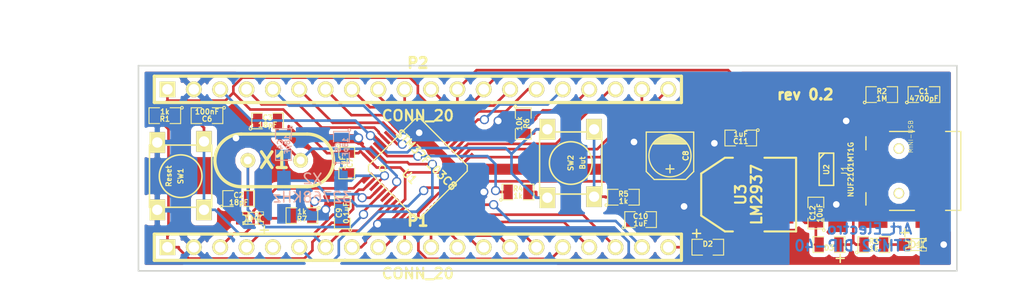
<source format=kicad_pcb>
(kicad_pcb (version 3) (host pcbnew "(2013-07-07 BZR 4022)-stable")

  (general
    (links 112)
    (no_connects 0)
    (area 97.221 72.855001 194.818001 100.965001)
    (thickness 1.6)
    (drawings 12)
    (tracks 451)
    (zones 0)
    (modules 33)
    (nets 52)
  )

  (page A4)
  (title_block 
    (title stm8s105c4-board)
    (rev 2.0)
    (company Art_Electro)
    (comment 2 Art_Electro)
    (comment 3 Art_Electro)
    (comment 4 Art_Electro)
  )

  (layers
    (15 F.Cu signal)
    (0 B.Cu signal)
    (16 B.Adhes user)
    (17 F.Adhes user)
    (18 B.Paste user)
    (19 F.Paste user)
    (20 B.SilkS user)
    (21 F.SilkS user)
    (22 B.Mask user)
    (23 F.Mask user)
    (24 Dwgs.User user)
    (25 Cmts.User user)
    (26 Eco1.User user)
    (27 Eco2.User user)
    (28 Edge.Cuts user)
  )

  (setup
    (last_trace_width 0.1524)
    (user_trace_width 0.508)
    (trace_clearance 0.1524)
    (zone_clearance 0.508)
    (zone_45_only no)
    (trace_min 0.1524)
    (segment_width 0.2)
    (edge_width 0.15)
    (via_size 0.889)
    (via_drill 0.635)
    (via_min_size 0.889)
    (via_min_drill 0.508)
    (user_via 1.27 0.6096)
    (user_via 1.397 0.8128)
    (uvia_size 0.508)
    (uvia_drill 0.127)
    (uvias_allowed no)
    (uvia_min_size 0.508)
    (uvia_min_drill 0.127)
    (pcb_text_width 0.3)
    (pcb_text_size 1 1)
    (mod_edge_width 0.15)
    (mod_text_size 1 1)
    (mod_text_width 0.15)
    (pad_size 1.016 0.254)
    (pad_drill 0)
    (pad_to_mask_clearance 0)
    (aux_axis_origin 0 0)
    (visible_elements 7FFFFFFF)
    (pcbplotparams
      (layerselection 268468224)
      (usegerberextensions false)
      (excludeedgelayer false)
      (linewidth 0.150000)
      (plotframeref false)
      (viasonmask false)
      (mode 1)
      (useauxorigin false)
      (hpglpennumber 1)
      (hpglpenspeed 20)
      (hpglpendiameter 15)
      (hpglpenoverlay 2)
      (psnegative true)
      (psa4output false)
      (plotreference true)
      (plotvalue false)
      (plotothertext true)
      (plotinvisibletext false)
      (padsonsilk false)
      (subtractmaskfromsilk false)
      (outputformat 2)
      (mirror true)
      (drillshape 0)
      (scaleselection 1)
      (outputdirectory postscript/))
  )

  (net 0 "")
  (net 1 /+5v)
  (net 2 /0)
  (net 3 /1)
  (net 4 /10)
  (net 5 /11)
  (net 6 /14)
  (net 7 /15)
  (net 8 /16)
  (net 9 /17)
  (net 10 /18)
  (net 11 /19)
  (net 12 /2)
  (net 13 /20)
  (net 14 /21)
  (net 15 /22)
  (net 16 /23_USBDP)
  (net 17 /24_USBDM)
  (net 18 /25)
  (net 19 /26)
  (net 20 /27)
  (net 21 /28)
  (net 22 /29)
  (net 23 /3)
  (net 24 /30)
  (net 25 /31)
  (net 26 /33)
  (net 27 /35)
  (net 28 /4)
  (net 29 /5)
  (net 30 /6)
  (net 31 /7)
  (net 32 /8)
  (net 33 /9)
  (net 34 /BOOT0)
  (net 35 /D+)
  (net 36 /D-)
  (net 37 /OSC32_IN)
  (net 38 /OSC32_OUT)
  (net 39 /Reset)
  (net 40 /VBAT)
  (net 41 /VCC)
  (net 42 /VIN)
  (net 43 GND)
  (net 44 N-0000013)
  (net 45 N-0000015)
  (net 46 N-0000019)
  (net 47 N-000002)
  (net 48 N-0000020)
  (net 49 N-0000051)
  (net 50 N-0000052)
  (net 51 N-0000053)

  (net_class Default "Это класс цепей по умолчанию."
    (clearance 0.1524)
    (trace_width 0.1524)
    (via_dia 0.889)
    (via_drill 0.635)
    (uvia_dia 0.508)
    (uvia_drill 0.127)
    (add_net "")
    (add_net /+5v)
    (add_net /0)
    (add_net /1)
    (add_net /10)
    (add_net /11)
    (add_net /14)
    (add_net /15)
    (add_net /16)
    (add_net /17)
    (add_net /18)
    (add_net /19)
    (add_net /2)
    (add_net /20)
    (add_net /21)
    (add_net /22)
    (add_net /23_USBDP)
    (add_net /24_USBDM)
    (add_net /25)
    (add_net /26)
    (add_net /27)
    (add_net /28)
    (add_net /29)
    (add_net /3)
    (add_net /30)
    (add_net /31)
    (add_net /33)
    (add_net /35)
    (add_net /4)
    (add_net /5)
    (add_net /6)
    (add_net /7)
    (add_net /8)
    (add_net /9)
    (add_net /BOOT0)
    (add_net /D+)
    (add_net /D-)
    (add_net /OSC32_IN)
    (add_net /OSC32_OUT)
    (add_net /Reset)
    (add_net /VBAT)
    (add_net /VCC)
    (add_net /VIN)
    (add_net GND)
    (add_net N-0000013)
    (add_net N-0000015)
    (add_net N-0000019)
    (add_net N-000002)
    (add_net N-0000020)
    (add_net N-0000051)
    (add_net N-0000052)
    (add_net N-0000053)
  )

  (module TL-1105 (layer F.Cu) (tedit 52FDF5EA) (tstamp 53367C1E)
    (at 113.538 89.662 90)
    (tags button)
    (path /549BD29F)
    (fp_text reference SW1 (at 0 0 90) (layer F.SilkS)
      (effects (font (size 0.50038 0.50038) (thickness 0.10922)))
    )
    (fp_text value Reset (at 0 -1.143 90) (layer F.SilkS)
      (effects (font (size 0.50038 0.50038) (thickness 0.10922)))
    )
    (fp_line (start -3 -3) (end -3 3) (layer F.SilkS) (width 0.15))
    (fp_line (start 3 3) (end -3 3) (layer F.SilkS) (width 0.15))
    (fp_line (start 3 -3) (end 3 3) (layer F.SilkS) (width 0.15))
    (fp_line (start -3 -3) (end 3 -3) (layer F.SilkS) (width 0.15))
    (fp_circle (center 0 0) (end 2.032 0.3175) (layer F.SilkS) (width 0.15))
    (pad 1 thru_hole rect (at -3.25 -2.25 90) (size 2 1.5) (drill 1)
      (layers *.Cu *.Mask F.SilkS)
      (net 43 GND)
    )
    (pad 1 thru_hole rect (at 3.25 -2.25 90) (size 2 1.5) (drill 1)
      (layers *.Cu *.Mask F.SilkS)
      (net 43 GND)
    )
    (pad 2 thru_hole rect (at 3.35 2.25 90) (size 2 1.5) (drill 1)
      (layers *.Cu *.Mask F.SilkS)
      (net 39 /Reset)
    )
    (pad 2 thru_hole rect (at -3.25 2.25 90) (size 2 1.5) (drill 1)
      (layers *.Cu *.Mask F.SilkS)
      (net 39 /Reset)
    )
    (model 3d/pcb_push.wrl
      (at (xyz 0 0 0))
      (scale (xyz 1 1 1))
      (rotate (xyz 0 0 90))
    )
  )

  (module SM0805 (layer F.Cu) (tedit 5091495C) (tstamp 53367C2B)
    (at 185.166 81.788)
    (path /549BD2BA)
    (attr smd)
    (fp_text reference C1 (at 0 -0.3175) (layer F.SilkS)
      (effects (font (size 0.50038 0.50038) (thickness 0.10922)))
    )
    (fp_text value 4700pF (at 0 0.381) (layer F.SilkS)
      (effects (font (size 0.50038 0.50038) (thickness 0.10922)))
    )
    (fp_circle (center -1.651 0.762) (end -1.651 0.635) (layer F.SilkS) (width 0.09906))
    (fp_line (start -0.508 0.762) (end -1.524 0.762) (layer F.SilkS) (width 0.09906))
    (fp_line (start -1.524 0.762) (end -1.524 -0.762) (layer F.SilkS) (width 0.09906))
    (fp_line (start -1.524 -0.762) (end -0.508 -0.762) (layer F.SilkS) (width 0.09906))
    (fp_line (start 0.508 -0.762) (end 1.524 -0.762) (layer F.SilkS) (width 0.09906))
    (fp_line (start 1.524 -0.762) (end 1.524 0.762) (layer F.SilkS) (width 0.09906))
    (fp_line (start 1.524 0.762) (end 0.508 0.762) (layer F.SilkS) (width 0.09906))
    (pad 1 smd rect (at -0.9525 0) (size 0.889 1.397)
      (layers F.Cu F.Paste F.Mask)
      (net 43 GND)
    )
    (pad 2 smd rect (at 0.9525 0) (size 0.889 1.397)
      (layers F.Cu F.Paste F.Mask)
      (net 48 N-0000020)
    )
    (model smd/chip_cms.wrl
      (at (xyz 0 0 0))
      (scale (xyz 0.1 0.1 0.1))
      (rotate (xyz 0 0 0))
    )
  )

  (module SM0805 (layer B.Cu) (tedit 5091495C) (tstamp 5336E44E)
    (at 123.444 86.614 270)
    (path /549BD2AF)
    (attr smd)
    (fp_text reference C4 (at 0 0.3175 270) (layer B.SilkS)
      (effects (font (size 0.50038 0.50038) (thickness 0.10922)) (justify mirror))
    )
    (fp_text value 18pF (at 0 -0.381 270) (layer B.SilkS)
      (effects (font (size 0.50038 0.50038) (thickness 0.10922)) (justify mirror))
    )
    (fp_circle (center -1.651 -0.762) (end -1.651 -0.635) (layer B.SilkS) (width 0.09906))
    (fp_line (start -0.508 -0.762) (end -1.524 -0.762) (layer B.SilkS) (width 0.09906))
    (fp_line (start -1.524 -0.762) (end -1.524 0.762) (layer B.SilkS) (width 0.09906))
    (fp_line (start -1.524 0.762) (end -0.508 0.762) (layer B.SilkS) (width 0.09906))
    (fp_line (start 0.508 0.762) (end 1.524 0.762) (layer B.SilkS) (width 0.09906))
    (fp_line (start 1.524 0.762) (end 1.524 -0.762) (layer B.SilkS) (width 0.09906))
    (fp_line (start 1.524 -0.762) (end 0.508 -0.762) (layer B.SilkS) (width 0.09906))
    (pad 1 smd rect (at -0.9525 0 270) (size 0.889 1.397)
      (layers B.Cu B.Paste B.Mask)
      (net 43 GND)
    )
    (pad 2 smd rect (at 0.9525 0 270) (size 0.889 1.397)
      (layers B.Cu B.Paste B.Mask)
      (net 38 /OSC32_OUT)
    )
    (model smd/chip_cms.wrl
      (at (xyz 0 0 0))
      (scale (xyz 0.1 0.1 0.1))
      (rotate (xyz 0 0 0))
    )
  )

  (module SM0805 (layer F.Cu) (tedit 5091495C) (tstamp 53367C45)
    (at 119.126 91.821)
    (path /549BD297)
    (attr smd)
    (fp_text reference C2 (at 0 -0.3175) (layer F.SilkS)
      (effects (font (size 0.50038 0.50038) (thickness 0.10922)))
    )
    (fp_text value 18pF (at 0 0.381) (layer F.SilkS)
      (effects (font (size 0.50038 0.50038) (thickness 0.10922)))
    )
    (fp_circle (center -1.651 0.762) (end -1.651 0.635) (layer F.SilkS) (width 0.09906))
    (fp_line (start -0.508 0.762) (end -1.524 0.762) (layer F.SilkS) (width 0.09906))
    (fp_line (start -1.524 0.762) (end -1.524 -0.762) (layer F.SilkS) (width 0.09906))
    (fp_line (start -1.524 -0.762) (end -0.508 -0.762) (layer F.SilkS) (width 0.09906))
    (fp_line (start 0.508 -0.762) (end 1.524 -0.762) (layer F.SilkS) (width 0.09906))
    (fp_line (start 1.524 -0.762) (end 1.524 0.762) (layer F.SilkS) (width 0.09906))
    (fp_line (start 1.524 0.762) (end 0.508 0.762) (layer F.SilkS) (width 0.09906))
    (pad 1 smd rect (at -0.9525 0) (size 0.889 1.397)
      (layers F.Cu F.Paste F.Mask)
      (net 43 GND)
    )
    (pad 2 smd rect (at 0.9525 0) (size 0.889 1.397)
      (layers F.Cu F.Paste F.Mask)
      (net 50 N-0000052)
    )
    (model smd/chip_cms.wrl
      (at (xyz 0 0 0))
      (scale (xyz 0.1 0.1 0.1))
      (rotate (xyz 0 0 0))
    )
  )

  (module SM0805 (layer F.Cu) (tedit 5091495C) (tstamp 53367C52)
    (at 112.014 83.82 180)
    (path /549BD29D)
    (attr smd)
    (fp_text reference R1 (at 0 -0.3175 180) (layer F.SilkS)
      (effects (font (size 0.50038 0.50038) (thickness 0.10922)))
    )
    (fp_text value 1k (at 0 0.381 180) (layer F.SilkS)
      (effects (font (size 0.50038 0.50038) (thickness 0.10922)))
    )
    (fp_circle (center -1.651 0.762) (end -1.651 0.635) (layer F.SilkS) (width 0.09906))
    (fp_line (start -0.508 0.762) (end -1.524 0.762) (layer F.SilkS) (width 0.09906))
    (fp_line (start -1.524 0.762) (end -1.524 -0.762) (layer F.SilkS) (width 0.09906))
    (fp_line (start -1.524 -0.762) (end -0.508 -0.762) (layer F.SilkS) (width 0.09906))
    (fp_line (start 0.508 -0.762) (end 1.524 -0.762) (layer F.SilkS) (width 0.09906))
    (fp_line (start 1.524 -0.762) (end 1.524 0.762) (layer F.SilkS) (width 0.09906))
    (fp_line (start 1.524 0.762) (end 0.508 0.762) (layer F.SilkS) (width 0.09906))
    (pad 1 smd rect (at -0.9525 0 180) (size 0.889 1.397)
      (layers F.Cu F.Paste F.Mask)
      (net 39 /Reset)
    )
    (pad 2 smd rect (at 0.9525 0 180) (size 0.889 1.397)
      (layers F.Cu F.Paste F.Mask)
      (net 41 /VCC)
    )
    (model smd/chip_cms.wrl
      (at (xyz 0 0 0))
      (scale (xyz 0.1 0.1 0.1))
      (rotate (xyz 0 0 0))
    )
  )

  (module SM0805 (layer F.Cu) (tedit 5091495C) (tstamp 535BAD55)
    (at 121.92 84.328)
    (path /549BD29B)
    (attr smd)
    (fp_text reference C3 (at 0 -0.3175) (layer F.SilkS)
      (effects (font (size 0.50038 0.50038) (thickness 0.10922)))
    )
    (fp_text value 18pF (at 0 0.381) (layer F.SilkS)
      (effects (font (size 0.50038 0.50038) (thickness 0.10922)))
    )
    (fp_circle (center -1.651 0.762) (end -1.651 0.635) (layer F.SilkS) (width 0.09906))
    (fp_line (start -0.508 0.762) (end -1.524 0.762) (layer F.SilkS) (width 0.09906))
    (fp_line (start -1.524 0.762) (end -1.524 -0.762) (layer F.SilkS) (width 0.09906))
    (fp_line (start -1.524 -0.762) (end -0.508 -0.762) (layer F.SilkS) (width 0.09906))
    (fp_line (start 0.508 -0.762) (end 1.524 -0.762) (layer F.SilkS) (width 0.09906))
    (fp_line (start 1.524 -0.762) (end 1.524 0.762) (layer F.SilkS) (width 0.09906))
    (fp_line (start 1.524 0.762) (end 0.508 0.762) (layer F.SilkS) (width 0.09906))
    (pad 1 smd rect (at -0.9525 0) (size 0.889 1.397)
      (layers F.Cu F.Paste F.Mask)
      (net 43 GND)
    )
    (pad 2 smd rect (at 0.9525 0) (size 0.889 1.397)
      (layers F.Cu F.Paste F.Mask)
      (net 49 N-0000051)
    )
    (model smd/chip_cms.wrl
      (at (xyz 0 0 0))
      (scale (xyz 0.1 0.1 0.1))
      (rotate (xyz 0 0 0))
    )
  )

  (module SM0805 (layer B.Cu) (tedit 5091495C) (tstamp 53367C6C)
    (at 129.032 86.868 270)
    (path /549BD2B1)
    (attr smd)
    (fp_text reference C5 (at 0 0.3175 270) (layer B.SilkS)
      (effects (font (size 0.50038 0.50038) (thickness 0.10922)) (justify mirror))
    )
    (fp_text value 18pF (at 0 -0.381 270) (layer B.SilkS)
      (effects (font (size 0.50038 0.50038) (thickness 0.10922)) (justify mirror))
    )
    (fp_circle (center -1.651 -0.762) (end -1.651 -0.635) (layer B.SilkS) (width 0.09906))
    (fp_line (start -0.508 -0.762) (end -1.524 -0.762) (layer B.SilkS) (width 0.09906))
    (fp_line (start -1.524 -0.762) (end -1.524 0.762) (layer B.SilkS) (width 0.09906))
    (fp_line (start -1.524 0.762) (end -0.508 0.762) (layer B.SilkS) (width 0.09906))
    (fp_line (start 0.508 0.762) (end 1.524 0.762) (layer B.SilkS) (width 0.09906))
    (fp_line (start 1.524 0.762) (end 1.524 -0.762) (layer B.SilkS) (width 0.09906))
    (fp_line (start 1.524 -0.762) (end 0.508 -0.762) (layer B.SilkS) (width 0.09906))
    (pad 1 smd rect (at -0.9525 0 270) (size 0.889 1.397)
      (layers B.Cu B.Paste B.Mask)
      (net 43 GND)
    )
    (pad 2 smd rect (at 0.9525 0 270) (size 0.889 1.397)
      (layers B.Cu B.Paste B.Mask)
      (net 37 /OSC32_IN)
    )
    (model smd/chip_cms.wrl
      (at (xyz 0 0 0))
      (scale (xyz 0.1 0.1 0.1))
      (rotate (xyz 0 0 0))
    )
  )

  (module SM0805 (layer F.Cu) (tedit 5091495C) (tstamp 53367C79)
    (at 116.078 83.82 180)
    (path /549BD29E)
    (attr smd)
    (fp_text reference C6 (at 0 -0.3175 180) (layer F.SilkS)
      (effects (font (size 0.50038 0.50038) (thickness 0.10922)))
    )
    (fp_text value 100nF (at 0 0.381 180) (layer F.SilkS)
      (effects (font (size 0.50038 0.50038) (thickness 0.10922)))
    )
    (fp_circle (center -1.651 0.762) (end -1.651 0.635) (layer F.SilkS) (width 0.09906))
    (fp_line (start -0.508 0.762) (end -1.524 0.762) (layer F.SilkS) (width 0.09906))
    (fp_line (start -1.524 0.762) (end -1.524 -0.762) (layer F.SilkS) (width 0.09906))
    (fp_line (start -1.524 -0.762) (end -0.508 -0.762) (layer F.SilkS) (width 0.09906))
    (fp_line (start 0.508 -0.762) (end 1.524 -0.762) (layer F.SilkS) (width 0.09906))
    (fp_line (start 1.524 -0.762) (end 1.524 0.762) (layer F.SilkS) (width 0.09906))
    (fp_line (start 1.524 0.762) (end 0.508 0.762) (layer F.SilkS) (width 0.09906))
    (pad 1 smd rect (at -0.9525 0 180) (size 0.889 1.397)
      (layers F.Cu F.Paste F.Mask)
      (net 43 GND)
    )
    (pad 2 smd rect (at 0.9525 0 180) (size 0.889 1.397)
      (layers F.Cu F.Paste F.Mask)
      (net 39 /Reset)
    )
    (model smd/chip_cms.wrl
      (at (xyz 0 0 0))
      (scale (xyz 0.1 0.1 0.1))
      (rotate (xyz 0 0 0))
    )
  )

  (module SM0805 (layer F.Cu) (tedit 5091495C) (tstamp 53367C86)
    (at 129.54 88.392 270)
    (path /549BD299)
    (attr smd)
    (fp_text reference C7 (at 0 -0.3175 270) (layer F.SilkS)
      (effects (font (size 0.50038 0.50038) (thickness 0.10922)))
    )
    (fp_text value 1uF (at 0 0.381 270) (layer F.SilkS)
      (effects (font (size 0.50038 0.50038) (thickness 0.10922)))
    )
    (fp_circle (center -1.651 0.762) (end -1.651 0.635) (layer F.SilkS) (width 0.09906))
    (fp_line (start -0.508 0.762) (end -1.524 0.762) (layer F.SilkS) (width 0.09906))
    (fp_line (start -1.524 0.762) (end -1.524 -0.762) (layer F.SilkS) (width 0.09906))
    (fp_line (start -1.524 -0.762) (end -0.508 -0.762) (layer F.SilkS) (width 0.09906))
    (fp_line (start 0.508 -0.762) (end 1.524 -0.762) (layer F.SilkS) (width 0.09906))
    (fp_line (start 1.524 -0.762) (end 1.524 0.762) (layer F.SilkS) (width 0.09906))
    (fp_line (start 1.524 0.762) (end 0.508 0.762) (layer F.SilkS) (width 0.09906))
    (pad 1 smd rect (at -0.9525 0 270) (size 0.889 1.397)
      (layers F.Cu F.Paste F.Mask)
      (net 41 /VCC)
    )
    (pad 2 smd rect (at 0.9525 0 270) (size 0.889 1.397)
      (layers F.Cu F.Paste F.Mask)
      (net 43 GND)
    )
    (model smd/chip_cms.wrl
      (at (xyz 0 0 0))
      (scale (xyz 0.1 0.1 0.1))
      (rotate (xyz 0 0 0))
    )
  )

  (module HC-49V (layer F.Cu) (tedit 53367E9D) (tstamp 5336B807)
    (at 122.555 88.138)
    (descr "Quartz boitier HC-49 Vertical")
    (tags "QUARTZ DEV")
    (path /549BD296)
    (autoplace_cost180 10)
    (fp_text reference X1 (at 0 0) (layer F.SilkS)
      (effects (font (size 1.524 1.524) (thickness 0.3048)))
    )
    (fp_text value 8MHz (at 0 3.81) (layer F.SilkS) hide
      (effects (font (size 1.524 1.524) (thickness 0.3048)))
    )
    (fp_line (start -3.175 2.54) (end 3.175 2.54) (layer F.SilkS) (width 0.3175))
    (fp_line (start -3.175 -2.54) (end 3.175 -2.54) (layer F.SilkS) (width 0.3175))
    (fp_arc (start 3.175 0) (end 3.175 -2.54) (angle 90) (layer F.SilkS) (width 0.3175))
    (fp_arc (start 3.175 0) (end 5.715 0) (angle 90) (layer F.SilkS) (width 0.3175))
    (fp_arc (start -3.175 0) (end -5.715 0) (angle 90) (layer F.SilkS) (width 0.3175))
    (fp_arc (start -3.175 0) (end -3.175 2.54) (angle 90) (layer F.SilkS) (width 0.3175))
    (pad 1 thru_hole circle (at -2.54 0) (size 1.4224 1.4224) (drill 0.762)
      (layers *.Cu *.Mask F.SilkS)
      (net 50 N-0000052)
    )
    (pad 2 thru_hole circle (at 2.54 0) (size 1.4224 1.4224) (drill 0.762)
      (layers *.Cu *.Mask F.SilkS)
      (net 49 N-0000051)
    )
    (model discret/xtal/crystal_hc18u_vertical.wrl
      (at (xyz 0 0 0))
      (scale (xyz 1 1 0.2))
      (rotate (xyz 0 0 0))
    )
  )

  (module TL-1105 (layer F.Cu) (tedit 52FDF5EA) (tstamp 549BED68)
    (at 151.13 88.392 270)
    (tags button)
    (path /549BD2B4)
    (fp_text reference SW2 (at 0 0 270) (layer F.SilkS)
      (effects (font (size 0.50038 0.50038) (thickness 0.10922)))
    )
    (fp_text value But (at 0 -1.143 270) (layer F.SilkS)
      (effects (font (size 0.50038 0.50038) (thickness 0.10922)))
    )
    (fp_line (start -3 -3) (end -3 3) (layer F.SilkS) (width 0.15))
    (fp_line (start 3 3) (end -3 3) (layer F.SilkS) (width 0.15))
    (fp_line (start 3 -3) (end 3 3) (layer F.SilkS) (width 0.15))
    (fp_line (start -3 -3) (end 3 -3) (layer F.SilkS) (width 0.15))
    (fp_circle (center 0 0) (end 2.032 0.3175) (layer F.SilkS) (width 0.15))
    (pad 1 thru_hole rect (at -3.25 -2.25 270) (size 2 1.5) (drill 1)
      (layers *.Cu *.Mask F.SilkS)
      (net 45 N-0000015)
    )
    (pad 1 thru_hole rect (at 3.25 -2.25 270) (size 2 1.5) (drill 1)
      (layers *.Cu *.Mask F.SilkS)
      (net 45 N-0000015)
    )
    (pad 2 thru_hole rect (at 3.35 2.25 270) (size 2 1.5) (drill 1)
      (layers *.Cu *.Mask F.SilkS)
      (net 34 /BOOT0)
    )
    (pad 2 thru_hole rect (at -3.25 2.25 270) (size 2 1.5) (drill 1)
      (layers *.Cu *.Mask F.SilkS)
      (net 34 /BOOT0)
    )
    (model 3d/pcb_push.wrl
      (at (xyz 0 0 0))
      (scale (xyz 1 1 1))
      (rotate (xyz 0 0 90))
    )
  )

  (module SOT223 (layer F.Cu) (tedit 200000) (tstamp 549BED87)
    (at 168.275 91.44 90)
    (descr "module CMS SOT223 4 pins")
    (tags "CMS SOT")
    (path /549BD324)
    (attr smd)
    (fp_text reference U3 (at 0 -0.762 90) (layer F.SilkS)
      (effects (font (size 1.016 1.016) (thickness 0.2032)))
    )
    (fp_text value LM2937 (at 0 0.762 90) (layer F.SilkS)
      (effects (font (size 1.016 1.016) (thickness 0.2032)))
    )
    (fp_line (start -3.556 1.524) (end -3.556 4.572) (layer F.SilkS) (width 0.2032))
    (fp_line (start -3.556 4.572) (end 3.556 4.572) (layer F.SilkS) (width 0.2032))
    (fp_line (start 3.556 4.572) (end 3.556 1.524) (layer F.SilkS) (width 0.2032))
    (fp_line (start -3.556 -1.524) (end -3.556 -2.286) (layer F.SilkS) (width 0.2032))
    (fp_line (start -3.556 -2.286) (end -2.032 -4.572) (layer F.SilkS) (width 0.2032))
    (fp_line (start -2.032 -4.572) (end 2.032 -4.572) (layer F.SilkS) (width 0.2032))
    (fp_line (start 2.032 -4.572) (end 3.556 -2.286) (layer F.SilkS) (width 0.2032))
    (fp_line (start 3.556 -2.286) (end 3.556 -1.524) (layer F.SilkS) (width 0.2032))
    (pad 4 smd rect (at 0 -3.302 90) (size 3.6576 2.032)
      (layers F.Cu F.Paste F.Mask)
      (net 43 GND)
    )
    (pad 2 smd rect (at 0 3.302 90) (size 1.016 2.032)
      (layers F.Cu F.Paste F.Mask)
      (net 43 GND)
    )
    (pad 3 smd rect (at 2.286 3.302 90) (size 1.016 2.032)
      (layers F.Cu F.Paste F.Mask)
      (net 41 /VCC)
    )
    (pad 1 smd rect (at -2.286 3.302 90) (size 1.016 2.032)
      (layers F.Cu F.Paste F.Mask)
      (net 47 N-000002)
    )
    (model smd/SOT223.wrl
      (at (xyz 0 0 0))
      (scale (xyz 0.4 0.4 0.4))
      (rotate (xyz 0 0 0))
    )
  )

  (module SOT-457 (layer F.Cu) (tedit 52FCF6A8) (tstamp 549EE5C3)
    (at 175.768 89.027 270)
    (tags "SOT 457")
    (path /549EE660)
    (fp_text reference U2 (at 0 0 270) (layer F.SilkS)
      (effects (font (size 0.50038 0.50038) (thickness 0.10922)))
    )
    (fp_text value NUF2101MT1G (at 0 -2.3495 270) (layer F.SilkS)
      (effects (font (size 0.50038 0.50038) (thickness 0.10922)))
    )
    (fp_line (start -1.016 0.6985) (end -1.5875 0.1905) (layer F.SilkS) (width 0.15))
    (fp_line (start -1.5875 -0.6985) (end 1.524 -0.6985) (layer F.SilkS) (width 0.15))
    (fp_line (start 1.524 -0.6985) (end 1.524 0.6985) (layer F.SilkS) (width 0.15))
    (fp_line (start 1.524 0.6985) (end -1.5875 0.6985) (layer F.SilkS) (width 0.15))
    (fp_line (start -1.5875 0.6985) (end -1.5875 -0.6985) (layer F.SilkS) (width 0.15))
    (pad 1 smd rect (at -0.95 1.2 270) (size 0.7 1)
      (layers F.Cu F.Paste F.Mask)
      (net 16 /23_USBDP)
    )
    (pad 2 smd rect (at 0 1.2 270) (size 0.7 1)
      (layers F.Cu F.Paste F.Mask)
      (net 43 GND)
    )
    (pad 3 smd rect (at 0.95 1.2 270) (size 0.7 1)
      (layers F.Cu F.Paste F.Mask)
      (net 17 /24_USBDM)
    )
    (pad 4 smd rect (at 0.95 -1.2 270) (size 0.7 1)
      (layers F.Cu F.Paste F.Mask)
      (net 36 /D-)
    )
    (pad 5 smd rect (at 0 -1.2 270) (size 0.7 1)
      (layers F.Cu F.Paste F.Mask)
      (net 1 /+5v)
    )
    (pad 6 smd rect (at -0.95 -1.2 270) (size 0.7 1)
      (layers F.Cu F.Paste F.Mask)
      (net 35 /D+)
    )
    (model smd/smd_transistors/tsot-6.wrl
      (at (xyz 0 0 0))
      (scale (xyz 1 1 1))
      (rotate (xyz 0 0 0))
    )
  )

  (module SM0805-diode (layer F.Cu) (tedit 5388888B) (tstamp 549BEDA4)
    (at 176.022 96.266 180)
    (path /549BD32D)
    (attr smd)
    (fp_text reference D3 (at 0 -0.3175 180) (layer F.SilkS)
      (effects (font (size 0.50038 0.50038) (thickness 0.10922)))
    )
    (fp_text value DIODESCH (at 0 0.381 180) (layer F.SilkS) hide
      (effects (font (size 0.50038 0.50038) (thickness 0.10922)))
    )
    (fp_line (start -1.4605 -1.3335) (end -0.6985 -1.3335) (layer F.SilkS) (width 0.15))
    (fp_line (start -1.0795 -0.9525) (end -1.0795 -1.7145) (layer F.SilkS) (width 0.15))
    (fp_line (start -0.508 0.762) (end -1.524 0.762) (layer F.SilkS) (width 0.09906))
    (fp_line (start -1.524 0.762) (end -1.524 -0.762) (layer F.SilkS) (width 0.09906))
    (fp_line (start -1.524 -0.762) (end -0.508 -0.762) (layer F.SilkS) (width 0.09906))
    (fp_line (start 0.508 -0.762) (end 1.524 -0.762) (layer F.SilkS) (width 0.09906))
    (fp_line (start 1.524 -0.762) (end 1.524 0.762) (layer F.SilkS) (width 0.09906))
    (fp_line (start 1.524 0.762) (end 0.508 0.762) (layer F.SilkS) (width 0.09906))
    (pad 1 smd rect (at -0.9525 0 180) (size 0.889 1.397)
      (layers F.Cu F.Paste F.Mask)
      (net 1 /+5v)
    )
    (pad 2 smd rect (at 0.9525 0 180) (size 0.889 1.397)
      (layers F.Cu F.Paste F.Mask)
      (net 47 N-000002)
    )
    (model smd/chip_cms.wrl
      (at (xyz 0 0 0))
      (scale (xyz 0.1 0.1 0.1))
      (rotate (xyz 0 0 0))
    )
  )

  (module SM0805-diode (layer F.Cu) (tedit 5388888B) (tstamp 549BEDB2)
    (at 164.338 96.52)
    (path /549BD32B)
    (attr smd)
    (fp_text reference D2 (at 0 -0.3175) (layer F.SilkS)
      (effects (font (size 0.50038 0.50038) (thickness 0.10922)))
    )
    (fp_text value DIODESCH (at 0 0.381) (layer F.SilkS) hide
      (effects (font (size 0.50038 0.50038) (thickness 0.10922)))
    )
    (fp_line (start -1.4605 -1.3335) (end -0.6985 -1.3335) (layer F.SilkS) (width 0.15))
    (fp_line (start -1.0795 -0.9525) (end -1.0795 -1.7145) (layer F.SilkS) (width 0.15))
    (fp_line (start -0.508 0.762) (end -1.524 0.762) (layer F.SilkS) (width 0.09906))
    (fp_line (start -1.524 0.762) (end -1.524 -0.762) (layer F.SilkS) (width 0.09906))
    (fp_line (start -1.524 -0.762) (end -0.508 -0.762) (layer F.SilkS) (width 0.09906))
    (fp_line (start 0.508 -0.762) (end 1.524 -0.762) (layer F.SilkS) (width 0.09906))
    (fp_line (start 1.524 -0.762) (end 1.524 0.762) (layer F.SilkS) (width 0.09906))
    (fp_line (start 1.524 0.762) (end 0.508 0.762) (layer F.SilkS) (width 0.09906))
    (pad 1 smd rect (at -0.9525 0) (size 0.889 1.397)
      (layers F.Cu F.Paste F.Mask)
      (net 42 /VIN)
    )
    (pad 2 smd rect (at 0.9525 0) (size 0.889 1.397)
      (layers F.Cu F.Paste F.Mask)
      (net 47 N-000002)
    )
    (model smd/chip_cms.wrl
      (at (xyz 0 0 0))
      (scale (xyz 0.1 0.1 0.1))
      (rotate (xyz 0 0 0))
    )
  )

  (module SM0805 (layer F.Cu) (tedit 5091495C) (tstamp 549BEDBF)
    (at 180.34 96.266)
    (path /549BD2B9)
    (attr smd)
    (fp_text reference R3 (at 0 -0.3175) (layer F.SilkS)
      (effects (font (size 0.50038 0.50038) (thickness 0.10922)))
    )
    (fp_text value 1k (at 0 0.381) (layer F.SilkS)
      (effects (font (size 0.50038 0.50038) (thickness 0.10922)))
    )
    (fp_circle (center -1.651 0.762) (end -1.651 0.635) (layer F.SilkS) (width 0.09906))
    (fp_line (start -0.508 0.762) (end -1.524 0.762) (layer F.SilkS) (width 0.09906))
    (fp_line (start -1.524 0.762) (end -1.524 -0.762) (layer F.SilkS) (width 0.09906))
    (fp_line (start -1.524 -0.762) (end -0.508 -0.762) (layer F.SilkS) (width 0.09906))
    (fp_line (start 0.508 -0.762) (end 1.524 -0.762) (layer F.SilkS) (width 0.09906))
    (fp_line (start 1.524 -0.762) (end 1.524 0.762) (layer F.SilkS) (width 0.09906))
    (fp_line (start 1.524 0.762) (end 0.508 0.762) (layer F.SilkS) (width 0.09906))
    (pad 1 smd rect (at -0.9525 0) (size 0.889 1.397)
      (layers F.Cu F.Paste F.Mask)
      (net 1 /+5v)
    )
    (pad 2 smd rect (at 0.9525 0) (size 0.889 1.397)
      (layers F.Cu F.Paste F.Mask)
      (net 44 N-0000013)
    )
    (model smd/chip_cms.wrl
      (at (xyz 0 0 0))
      (scale (xyz 0.1 0.1 0.1))
      (rotate (xyz 0 0 0))
    )
  )

  (module SM0805 (layer F.Cu) (tedit 5091495C) (tstamp 549BEDCC)
    (at 174.752 93.218 90)
    (path /549BDC77)
    (attr smd)
    (fp_text reference C12 (at 0 -0.3175 90) (layer F.SilkS)
      (effects (font (size 0.50038 0.50038) (thickness 0.10922)))
    )
    (fp_text value 10uF (at 0 0.381 90) (layer F.SilkS)
      (effects (font (size 0.50038 0.50038) (thickness 0.10922)))
    )
    (fp_circle (center -1.651 0.762) (end -1.651 0.635) (layer F.SilkS) (width 0.09906))
    (fp_line (start -0.508 0.762) (end -1.524 0.762) (layer F.SilkS) (width 0.09906))
    (fp_line (start -1.524 0.762) (end -1.524 -0.762) (layer F.SilkS) (width 0.09906))
    (fp_line (start -1.524 -0.762) (end -0.508 -0.762) (layer F.SilkS) (width 0.09906))
    (fp_line (start 0.508 -0.762) (end 1.524 -0.762) (layer F.SilkS) (width 0.09906))
    (fp_line (start 1.524 -0.762) (end 1.524 0.762) (layer F.SilkS) (width 0.09906))
    (fp_line (start 1.524 0.762) (end 0.508 0.762) (layer F.SilkS) (width 0.09906))
    (pad 1 smd rect (at -0.9525 0 90) (size 0.889 1.397)
      (layers F.Cu F.Paste F.Mask)
      (net 47 N-000002)
    )
    (pad 2 smd rect (at 0.9525 0 90) (size 0.889 1.397)
      (layers F.Cu F.Paste F.Mask)
      (net 43 GND)
    )
    (model smd/chip_cms.wrl
      (at (xyz 0 0 0))
      (scale (xyz 0.1 0.1 0.1))
      (rotate (xyz 0 0 0))
    )
  )

  (module SM0805 (layer F.Cu) (tedit 5091495C) (tstamp 549BEDD9)
    (at 125.222 93.472 180)
    (path /549BD2C7)
    (attr smd)
    (fp_text reference R7 (at 0 -0.3175 180) (layer F.SilkS)
      (effects (font (size 0.50038 0.50038) (thickness 0.10922)))
    )
    (fp_text value 1k (at 0 0.381 180) (layer F.SilkS)
      (effects (font (size 0.50038 0.50038) (thickness 0.10922)))
    )
    (fp_circle (center -1.651 0.762) (end -1.651 0.635) (layer F.SilkS) (width 0.09906))
    (fp_line (start -0.508 0.762) (end -1.524 0.762) (layer F.SilkS) (width 0.09906))
    (fp_line (start -1.524 0.762) (end -1.524 -0.762) (layer F.SilkS) (width 0.09906))
    (fp_line (start -1.524 -0.762) (end -0.508 -0.762) (layer F.SilkS) (width 0.09906))
    (fp_line (start 0.508 -0.762) (end 1.524 -0.762) (layer F.SilkS) (width 0.09906))
    (fp_line (start 1.524 -0.762) (end 1.524 0.762) (layer F.SilkS) (width 0.09906))
    (fp_line (start 1.524 0.762) (end 0.508 0.762) (layer F.SilkS) (width 0.09906))
    (pad 1 smd rect (at -0.9525 0 180) (size 0.889 1.397)
      (layers F.Cu F.Paste F.Mask)
      (net 26 /33)
    )
    (pad 2 smd rect (at 0.9525 0 180) (size 0.889 1.397)
      (layers F.Cu F.Paste F.Mask)
      (net 46 N-0000019)
    )
    (model smd/chip_cms.wrl
      (at (xyz 0 0 0))
      (scale (xyz 0.1 0.1 0.1))
      (rotate (xyz 0 0 0))
    )
  )

  (module SM0805 (layer F.Cu) (tedit 5091495C) (tstamp 549BEDE6)
    (at 181.102 81.788)
    (path /549BD2BB)
    (attr smd)
    (fp_text reference R2 (at 0 -0.3175) (layer F.SilkS)
      (effects (font (size 0.50038 0.50038) (thickness 0.10922)))
    )
    (fp_text value 1M (at 0 0.381) (layer F.SilkS)
      (effects (font (size 0.50038 0.50038) (thickness 0.10922)))
    )
    (fp_circle (center -1.651 0.762) (end -1.651 0.635) (layer F.SilkS) (width 0.09906))
    (fp_line (start -0.508 0.762) (end -1.524 0.762) (layer F.SilkS) (width 0.09906))
    (fp_line (start -1.524 0.762) (end -1.524 -0.762) (layer F.SilkS) (width 0.09906))
    (fp_line (start -1.524 -0.762) (end -0.508 -0.762) (layer F.SilkS) (width 0.09906))
    (fp_line (start 0.508 -0.762) (end 1.524 -0.762) (layer F.SilkS) (width 0.09906))
    (fp_line (start 1.524 -0.762) (end 1.524 0.762) (layer F.SilkS) (width 0.09906))
    (fp_line (start 1.524 0.762) (end 0.508 0.762) (layer F.SilkS) (width 0.09906))
    (pad 1 smd rect (at -0.9525 0) (size 0.889 1.397)
      (layers F.Cu F.Paste F.Mask)
      (net 48 N-0000020)
    )
    (pad 2 smd rect (at 0.9525 0) (size 0.889 1.397)
      (layers F.Cu F.Paste F.Mask)
      (net 43 GND)
    )
    (model smd/chip_cms.wrl
      (at (xyz 0 0 0))
      (scale (xyz 0.1 0.1 0.1))
      (rotate (xyz 0 0 0))
    )
  )

  (module SM0805 (layer F.Cu) (tedit 5091495C) (tstamp 549BEDF3)
    (at 146.558 84.582 270)
    (path /549BD2B6)
    (attr smd)
    (fp_text reference R6 (at 0 -0.3175 270) (layer F.SilkS)
      (effects (font (size 0.50038 0.50038) (thickness 0.10922)))
    )
    (fp_text value 10k (at 0 0.381 270) (layer F.SilkS)
      (effects (font (size 0.50038 0.50038) (thickness 0.10922)))
    )
    (fp_circle (center -1.651 0.762) (end -1.651 0.635) (layer F.SilkS) (width 0.09906))
    (fp_line (start -0.508 0.762) (end -1.524 0.762) (layer F.SilkS) (width 0.09906))
    (fp_line (start -1.524 0.762) (end -1.524 -0.762) (layer F.SilkS) (width 0.09906))
    (fp_line (start -1.524 -0.762) (end -0.508 -0.762) (layer F.SilkS) (width 0.09906))
    (fp_line (start 0.508 -0.762) (end 1.524 -0.762) (layer F.SilkS) (width 0.09906))
    (fp_line (start 1.524 -0.762) (end 1.524 0.762) (layer F.SilkS) (width 0.09906))
    (fp_line (start 1.524 0.762) (end 0.508 0.762) (layer F.SilkS) (width 0.09906))
    (pad 1 smd rect (at -0.9525 0 270) (size 0.889 1.397)
      (layers F.Cu F.Paste F.Mask)
      (net 43 GND)
    )
    (pad 2 smd rect (at 0.9525 0 270) (size 0.889 1.397)
      (layers F.Cu F.Paste F.Mask)
      (net 34 /BOOT0)
    )
    (model smd/chip_cms.wrl
      (at (xyz 0 0 0))
      (scale (xyz 0.1 0.1 0.1))
      (rotate (xyz 0 0 0))
    )
  )

  (module SM0805 (layer F.Cu) (tedit 5091495C) (tstamp 549BEE00)
    (at 156.21 91.694)
    (path /549BD2B5)
    (attr smd)
    (fp_text reference R5 (at 0 -0.3175) (layer F.SilkS)
      (effects (font (size 0.50038 0.50038) (thickness 0.10922)))
    )
    (fp_text value 1k (at 0 0.381) (layer F.SilkS)
      (effects (font (size 0.50038 0.50038) (thickness 0.10922)))
    )
    (fp_circle (center -1.651 0.762) (end -1.651 0.635) (layer F.SilkS) (width 0.09906))
    (fp_line (start -0.508 0.762) (end -1.524 0.762) (layer F.SilkS) (width 0.09906))
    (fp_line (start -1.524 0.762) (end -1.524 -0.762) (layer F.SilkS) (width 0.09906))
    (fp_line (start -1.524 -0.762) (end -0.508 -0.762) (layer F.SilkS) (width 0.09906))
    (fp_line (start 0.508 -0.762) (end 1.524 -0.762) (layer F.SilkS) (width 0.09906))
    (fp_line (start 1.524 -0.762) (end 1.524 0.762) (layer F.SilkS) (width 0.09906))
    (fp_line (start 1.524 0.762) (end 0.508 0.762) (layer F.SilkS) (width 0.09906))
    (pad 1 smd rect (at -0.9525 0) (size 0.889 1.397)
      (layers F.Cu F.Paste F.Mask)
      (net 45 N-0000015)
    )
    (pad 2 smd rect (at 0.9525 0) (size 0.889 1.397)
      (layers F.Cu F.Paste F.Mask)
      (net 41 /VCC)
    )
    (model smd/chip_cms.wrl
      (at (xyz 0 0 0))
      (scale (xyz 0.1 0.1 0.1))
      (rotate (xyz 0 0 0))
    )
  )

  (module SM0805 (layer F.Cu) (tedit 5091495C) (tstamp 549BEE0D)
    (at 146.05 91.186)
    (path /549BD2B3)
    (attr smd)
    (fp_text reference R4 (at 0 -0.3175) (layer F.SilkS)
      (effects (font (size 0.50038 0.50038) (thickness 0.10922)))
    )
    (fp_text value 1k (at 0 0.381) (layer F.SilkS)
      (effects (font (size 0.50038 0.50038) (thickness 0.10922)))
    )
    (fp_circle (center -1.651 0.762) (end -1.651 0.635) (layer F.SilkS) (width 0.09906))
    (fp_line (start -0.508 0.762) (end -1.524 0.762) (layer F.SilkS) (width 0.09906))
    (fp_line (start -1.524 0.762) (end -1.524 -0.762) (layer F.SilkS) (width 0.09906))
    (fp_line (start -1.524 -0.762) (end -0.508 -0.762) (layer F.SilkS) (width 0.09906))
    (fp_line (start 0.508 -0.762) (end 1.524 -0.762) (layer F.SilkS) (width 0.09906))
    (fp_line (start 1.524 -0.762) (end 1.524 0.762) (layer F.SilkS) (width 0.09906))
    (fp_line (start 1.524 0.762) (end 0.508 0.762) (layer F.SilkS) (width 0.09906))
    (pad 1 smd rect (at -0.9525 0) (size 0.889 1.397)
      (layers F.Cu F.Paste F.Mask)
      (net 51 N-0000053)
    )
    (pad 2 smd rect (at 0.9525 0) (size 0.889 1.397)
      (layers F.Cu F.Paste F.Mask)
      (net 34 /BOOT0)
    )
    (model smd/chip_cms.wrl
      (at (xyz 0 0 0))
      (scale (xyz 0.1 0.1 0.1))
      (rotate (xyz 0 0 0))
    )
  )

  (module SM0805 (layer F.Cu) (tedit 5091495C) (tstamp 549BEE1A)
    (at 129.125 93.204 90)
    (path /549BD2A6)
    (attr smd)
    (fp_text reference C9 (at 0 -0.3175 90) (layer F.SilkS)
      (effects (font (size 0.50038 0.50038) (thickness 0.10922)))
    )
    (fp_text value 0.1uF (at 0 0.381 90) (layer F.SilkS)
      (effects (font (size 0.50038 0.50038) (thickness 0.10922)))
    )
    (fp_circle (center -1.651 0.762) (end -1.651 0.635) (layer F.SilkS) (width 0.09906))
    (fp_line (start -0.508 0.762) (end -1.524 0.762) (layer F.SilkS) (width 0.09906))
    (fp_line (start -1.524 0.762) (end -1.524 -0.762) (layer F.SilkS) (width 0.09906))
    (fp_line (start -1.524 -0.762) (end -0.508 -0.762) (layer F.SilkS) (width 0.09906))
    (fp_line (start 0.508 -0.762) (end 1.524 -0.762) (layer F.SilkS) (width 0.09906))
    (fp_line (start 1.524 -0.762) (end 1.524 0.762) (layer F.SilkS) (width 0.09906))
    (fp_line (start 1.524 0.762) (end 0.508 0.762) (layer F.SilkS) (width 0.09906))
    (pad 1 smd rect (at -0.9525 0 90) (size 0.889 1.397)
      (layers F.Cu F.Paste F.Mask)
      (net 41 /VCC)
    )
    (pad 2 smd rect (at 0.9525 0 90) (size 0.889 1.397)
      (layers F.Cu F.Paste F.Mask)
      (net 43 GND)
    )
    (model smd/chip_cms.wrl
      (at (xyz 0 0 0))
      (scale (xyz 0.1 0.1 0.1))
      (rotate (xyz 0 0 0))
    )
  )

  (module SM0805 (layer F.Cu) (tedit 5091495C) (tstamp 549BEE27)
    (at 167.513 85.979 180)
    (path /549BD2A8)
    (attr smd)
    (fp_text reference C11 (at 0 -0.3175 180) (layer F.SilkS)
      (effects (font (size 0.50038 0.50038) (thickness 0.10922)))
    )
    (fp_text value 1uF (at 0 0.381 180) (layer F.SilkS)
      (effects (font (size 0.50038 0.50038) (thickness 0.10922)))
    )
    (fp_circle (center -1.651 0.762) (end -1.651 0.635) (layer F.SilkS) (width 0.09906))
    (fp_line (start -0.508 0.762) (end -1.524 0.762) (layer F.SilkS) (width 0.09906))
    (fp_line (start -1.524 0.762) (end -1.524 -0.762) (layer F.SilkS) (width 0.09906))
    (fp_line (start -1.524 -0.762) (end -0.508 -0.762) (layer F.SilkS) (width 0.09906))
    (fp_line (start 0.508 -0.762) (end 1.524 -0.762) (layer F.SilkS) (width 0.09906))
    (fp_line (start 1.524 -0.762) (end 1.524 0.762) (layer F.SilkS) (width 0.09906))
    (fp_line (start 1.524 0.762) (end 0.508 0.762) (layer F.SilkS) (width 0.09906))
    (pad 1 smd rect (at -0.9525 0 180) (size 0.889 1.397)
      (layers F.Cu F.Paste F.Mask)
      (net 41 /VCC)
    )
    (pad 2 smd rect (at 0.9525 0 180) (size 0.889 1.397)
      (layers F.Cu F.Paste F.Mask)
      (net 43 GND)
    )
    (model smd/chip_cms.wrl
      (at (xyz 0 0 0))
      (scale (xyz 0.1 0.1 0.1))
      (rotate (xyz 0 0 0))
    )
  )

  (module SM0805 (layer F.Cu) (tedit 5091495C) (tstamp 549BEE34)
    (at 157.861 93.853)
    (path /549BD2A7)
    (attr smd)
    (fp_text reference C10 (at 0 -0.3175) (layer F.SilkS)
      (effects (font (size 0.50038 0.50038) (thickness 0.10922)))
    )
    (fp_text value 1uF (at 0 0.381) (layer F.SilkS)
      (effects (font (size 0.50038 0.50038) (thickness 0.10922)))
    )
    (fp_circle (center -1.651 0.762) (end -1.651 0.635) (layer F.SilkS) (width 0.09906))
    (fp_line (start -0.508 0.762) (end -1.524 0.762) (layer F.SilkS) (width 0.09906))
    (fp_line (start -1.524 0.762) (end -1.524 -0.762) (layer F.SilkS) (width 0.09906))
    (fp_line (start -1.524 -0.762) (end -0.508 -0.762) (layer F.SilkS) (width 0.09906))
    (fp_line (start 0.508 -0.762) (end 1.524 -0.762) (layer F.SilkS) (width 0.09906))
    (fp_line (start 1.524 -0.762) (end 1.524 0.762) (layer F.SilkS) (width 0.09906))
    (fp_line (start 1.524 0.762) (end 0.508 0.762) (layer F.SilkS) (width 0.09906))
    (pad 1 smd rect (at -0.9525 0) (size 0.889 1.397)
      (layers F.Cu F.Paste F.Mask)
      (net 41 /VCC)
    )
    (pad 2 smd rect (at 0.9525 0) (size 0.889 1.397)
      (layers F.Cu F.Paste F.Mask)
      (net 43 GND)
    )
    (model smd/chip_cms.wrl
      (at (xyz 0 0 0))
      (scale (xyz 0.1 0.1 0.1))
      (rotate (xyz 0 0 0))
    )
  )

  (module PIN_ARRAY_20X1 (layer F.Cu) (tedit 549BE445) (tstamp 549BEE50)
    (at 136.398 81.28)
    (descr "Contacts 20 pins")
    (tags CONN)
    (path /549BE7DA)
    (fp_text reference P2 (at 0 -2.54) (layer F.SilkS)
      (effects (font (size 1.016 1.016) (thickness 0.254)))
    )
    (fp_text value CONN_20 (at 0 2.54) (layer F.SilkS)
      (effects (font (size 1.016 1.016) (thickness 0.2032)))
    )
    (fp_line (start 25.4 1.27) (end -25.4 1.27) (layer F.SilkS) (width 0.3048))
    (fp_line (start 25.4 -1.27) (end -25.4 -1.27) (layer F.SilkS) (width 0.3048))
    (fp_line (start 25.4 -1.27) (end 25.4 1.27) (layer F.SilkS) (width 0.3048))
    (fp_line (start -25.4 -1.27) (end -25.4 1.27) (layer F.SilkS) (width 0.3048))
    (pad 1 thru_hole rect (at -24.13 0) (size 1.524 1.524) (drill 1.016)
      (layers *.Cu *.Mask F.SilkS)
      (net 41 /VCC)
    )
    (pad 6 thru_hole circle (at -11.43 0) (size 1.524 1.524) (drill 1.016)
      (layers *.Cu *.Mask F.SilkS)
      (net 9 /17)
    )
    (pad 7 thru_hole circle (at -8.89 0) (size 1.524 1.524) (drill 1.016)
      (layers *.Cu *.Mask F.SilkS)
      (net 10 /18)
    )
    (pad 8 thru_hole circle (at -6.35 0) (size 1.524 1.524) (drill 1.016)
      (layers *.Cu *.Mask F.SilkS)
      (net 11 /19)
    )
    (pad 9 thru_hole circle (at -3.81 0) (size 1.524 1.524) (drill 1.016)
      (layers *.Cu *.Mask F.SilkS)
      (net 13 /20)
    )
    (pad 10 thru_hole circle (at -1.27 0) (size 1.524 1.524) (drill 1.016)
      (layers *.Cu *.Mask F.SilkS)
      (net 14 /21)
    )
    (pad 11 thru_hole circle (at 1.27 0) (size 1.524 1.524) (drill 1.016)
      (layers *.Cu *.Mask F.SilkS)
      (net 15 /22)
    )
    (pad 12 thru_hole circle (at 3.81 0) (size 1.524 1.524) (drill 1.016)
      (layers *.Cu *.Mask F.SilkS)
      (net 16 /23_USBDP)
    )
    (pad 13 thru_hole circle (at 6.35 0) (size 1.524 1.524) (drill 1.016)
      (layers *.Cu *.Mask F.SilkS)
      (net 17 /24_USBDM)
    )
    (pad 14 thru_hole circle (at 8.89 0) (size 1.524 1.524) (drill 1.016)
      (layers *.Cu *.Mask F.SilkS)
      (net 18 /25)
    )
    (pad 15 thru_hole circle (at 11.43 0) (size 1.524 1.524) (drill 1.016)
      (layers *.Cu *.Mask F.SilkS)
      (net 19 /26)
    )
    (pad 16 thru_hole circle (at 13.97 0) (size 1.524 1.524) (drill 1.016)
      (layers *.Cu *.Mask F.SilkS)
      (net 20 /27)
    )
    (pad 17 thru_hole circle (at 16.51 0) (size 1.524 1.524) (drill 1.016)
      (layers *.Cu *.Mask F.SilkS)
      (net 21 /28)
    )
    (pad 18 thru_hole circle (at 19.05 0) (size 1.524 1.524) (drill 1.016)
      (layers *.Cu *.Mask F.SilkS)
      (net 22 /29)
    )
    (pad 19 thru_hole circle (at 21.59 0) (size 1.524 1.524) (drill 1.016)
      (layers *.Cu *.Mask F.SilkS)
      (net 24 /30)
    )
    (pad 2 thru_hole circle (at -21.59 0) (size 1.524 1.524) (drill 1.016)
      (layers *.Cu *.Mask F.SilkS)
      (net 43 GND)
    )
    (pad 3 thru_hole circle (at -19.05 0) (size 1.524 1.524) (drill 1.016)
      (layers *.Cu *.Mask F.SilkS)
      (net 34 /BOOT0)
    )
    (pad 4 thru_hole circle (at -16.51 0) (size 1.524 1.524) (drill 1.016)
      (layers *.Cu *.Mask F.SilkS)
      (net 7 /15)
    )
    (pad 5 thru_hole circle (at -13.97 0) (size 1.524 1.524) (drill 1.016)
      (layers *.Cu *.Mask F.SilkS)
      (net 8 /16)
    )
    (pad 20 thru_hole circle (at 24.13 0) (size 1.524 1.524) (drill 1.016)
      (layers *.Cu *.Mask F.SilkS)
      (net 25 /31)
    )
  )

  (module MINI-USB-5P-3400020P1 (layer F.Cu) (tedit 52FBBDB5) (tstamp 549BEE66)
    (at 184.15 89.154 90)
    (descr OPL)
    (tags "USB MINI 5 SMD-1")
    (path /549BD2C3)
    (attr smd)
    (fp_text reference J1 (at 0 -6.604 90) (layer F.SilkS)
      (effects (font (size 0.635 0.635) (thickness 0.0889)))
    )
    (fp_text value MINI-USB (at 3.302 -0.254 90) (layer F.SilkS)
      (effects (font (size 0.4318 0.4318) (thickness 0.0508)))
    )
    (fp_line (start 3.81 4.572) (end 3.81 3.103) (layer F.SilkS) (width 0.127))
    (fp_line (start -3.81 4.572) (end -3.81 3.103) (layer F.SilkS) (width 0.127))
    (fp_line (start 2.032 -4.572) (end 3.302 -4.572) (layer F.SilkS) (width 0.127))
    (fp_line (start 3.81 -2.297) (end 3.81 0.103) (layer F.SilkS) (width 0.127))
    (fp_line (start -3.81 4.572) (end 3.81 4.572) (layer F.SilkS) (width 0.127))
    (fp_line (start -3.81 -2.297) (end -3.81 0.103) (layer F.SilkS) (width 0.127))
    (fp_line (start -3.3 -4.572) (end -2.1 -4.572) (layer F.SilkS) (width 0.127))
    (pad 1 smd rect (at -1.6 -4.191 90) (size 0.508 2.54)
      (layers F.Cu F.Paste F.Mask)
      (net 1 /+5v)
    )
    (pad 2 smd rect (at -0.8 -4.191 90) (size 0.508 2.54)
      (layers F.Cu F.Paste F.Mask)
      (net 36 /D-)
    )
    (pad 3 smd rect (at 0 -4.191 90) (size 0.508 2.54)
      (layers F.Cu F.Paste F.Mask)
      (net 35 /D+)
    )
    (pad 4 smd rect (at 0.8 -4.191 90) (size 0.508 2.54)
      (layers F.Cu F.Paste F.Mask)
    )
    (pad 5 smd rect (at 1.6 -4.191 90) (size 0.508 2.54)
      (layers F.Cu F.Paste F.Mask)
      (net 43 GND)
    )
    (pad 6 smd rect (at -4.5 1.603 180) (size 2.794 2)
      (layers F.Cu F.Paste F.Mask)
      (net 48 N-0000020)
    )
    (pad 6 smd rect (at 4.5 1.603 180) (size 2.794 2)
      (layers F.Cu F.Paste F.Mask)
      (net 48 N-0000020)
    )
    (pad 6 smd rect (at -4.5 -3.897 180) (size 2.794 2)
      (layers F.Cu F.Paste F.Mask)
      (net 48 N-0000020)
    )
    (pad 6 smd rect (at 4.5 -3.897 180) (size 2.794 2)
      (layers F.Cu F.Paste F.Mask)
      (net 48 N-0000020)
    )
    (pad "" thru_hole circle (at -2.159 -1.397 180) (size 1.016 1.016) (drill 0.762)
      (layers *.Cu *.Mask F.SilkS)
    )
    (pad "" thru_hole circle (at 2.159 -1.397 180) (size 1.016 1.016) (drill 0.762)
      (layers *.Cu *.Mask F.SilkS)
    )
    (model 3d/usb-2.wrl
      (at (xyz 0 0 0))
      (scale (xyz 1 1 1))
      (rotate (xyz -90 0 -90))
    )
  )

  (module MC-306 (layer B.Cu) (tedit 52F267DB) (tstamp 549BEE6E)
    (at 126.238 91.694)
    (path /549BD2AE)
    (fp_text reference X2 (at 0 -1.778) (layer B.SilkS)
      (effects (font (size 1 1) (thickness 0.15)) (justify mirror))
    )
    (fp_text value 32768KHz (at 0 0) (layer B.SilkS)
      (effects (font (size 1 1) (thickness 0.15)) (justify mirror))
    )
    (pad 1 smd rect (at -2.75 -1.6) (size 1.3 1.9)
      (layers B.Cu B.Paste B.Mask)
      (net 38 /OSC32_OUT)
    )
    (pad 2 smd rect (at 2.75 -1.6) (size 1.3 1.9)
      (layers B.Cu B.Paste B.Mask)
      (net 37 /OSC32_IN)
    )
    (pad 3 smd rect (at 2.75 1.6) (size 1.3 1.9)
      (layers B.Cu B.Paste B.Mask)
    )
    (pad 4 smd rect (at -2.75 1.6) (size 1.3 1.9)
      (layers B.Cu B.Paste B.Mask)
    )
  )

  (module LED-0805_A (layer F.Cu) (tedit 53B43481) (tstamp 549BEEAB)
    (at 120.523 93.726 180)
    (descr "LED 0805 smd")
    (tags "LED 0805 SMD")
    (path /549BD2C8)
    (attr smd)
    (fp_text reference D4 (at 0 0 180) (layer F.SilkS)
      (effects (font (size 0.635 0.635) (thickness 0.10922)))
    )
    (fp_text value BLUE (at 0 1.2065 180) (layer F.SilkS) hide
      (effects (font (size 0.50038 0.50038) (thickness 0.10922)))
    )
    (fp_line (start -1.0795 -0.762) (end -1.0795 -1.524) (layer F.SilkS) (width 0.15))
    (fp_line (start -1.4605 -1.143) (end -0.6985 -1.143) (layer F.SilkS) (width 0.15))
    (fp_line (start 0.49784 0.29972) (end 0.49784 0.62484) (layer F.SilkS) (width 0.06604))
    (fp_line (start 0.49784 0.62484) (end 0.99822 0.62484) (layer F.SilkS) (width 0.06604))
    (fp_line (start 0.99822 0.29972) (end 0.99822 0.62484) (layer F.SilkS) (width 0.06604))
    (fp_line (start 0.49784 0.29972) (end 0.99822 0.29972) (layer F.SilkS) (width 0.06604))
    (fp_line (start 0.49784 -0.32258) (end 0.49784 -0.17272) (layer F.SilkS) (width 0.06604))
    (fp_line (start 0.49784 -0.17272) (end 0.7493 -0.17272) (layer F.SilkS) (width 0.06604))
    (fp_line (start 0.7493 -0.32258) (end 0.7493 -0.17272) (layer F.SilkS) (width 0.06604))
    (fp_line (start 0.49784 -0.32258) (end 0.7493 -0.32258) (layer F.SilkS) (width 0.06604))
    (fp_line (start 0.49784 0.17272) (end 0.49784 0.32258) (layer F.SilkS) (width 0.06604))
    (fp_line (start 0.49784 0.32258) (end 0.7493 0.32258) (layer F.SilkS) (width 0.06604))
    (fp_line (start 0.7493 0.17272) (end 0.7493 0.32258) (layer F.SilkS) (width 0.06604))
    (fp_line (start 0.49784 0.17272) (end 0.7493 0.17272) (layer F.SilkS) (width 0.06604))
    (fp_line (start 0.49784 -0.19812) (end 0.49784 0.19812) (layer F.SilkS) (width 0.06604))
    (fp_line (start 0.49784 0.19812) (end 0.6731 0.19812) (layer F.SilkS) (width 0.06604))
    (fp_line (start 0.6731 -0.19812) (end 0.6731 0.19812) (layer F.SilkS) (width 0.06604))
    (fp_line (start 0.49784 -0.19812) (end 0.6731 -0.19812) (layer F.SilkS) (width 0.06604))
    (fp_line (start -0.99822 0.29972) (end -0.99822 0.62484) (layer F.SilkS) (width 0.06604))
    (fp_line (start -0.99822 0.62484) (end -0.49784 0.62484) (layer F.SilkS) (width 0.06604))
    (fp_line (start -0.49784 0.29972) (end -0.49784 0.62484) (layer F.SilkS) (width 0.06604))
    (fp_line (start -0.99822 0.29972) (end -0.49784 0.29972) (layer F.SilkS) (width 0.06604))
    (fp_line (start -0.99822 -0.62484) (end -0.99822 -0.29972) (layer F.SilkS) (width 0.06604))
    (fp_line (start -0.99822 -0.29972) (end -0.49784 -0.29972) (layer F.SilkS) (width 0.06604))
    (fp_line (start -0.49784 -0.62484) (end -0.49784 -0.29972) (layer F.SilkS) (width 0.06604))
    (fp_line (start -0.99822 -0.62484) (end -0.49784 -0.62484) (layer F.SilkS) (width 0.06604))
    (fp_line (start -0.7493 0.17272) (end -0.7493 0.32258) (layer F.SilkS) (width 0.06604))
    (fp_line (start -0.7493 0.32258) (end -0.49784 0.32258) (layer F.SilkS) (width 0.06604))
    (fp_line (start -0.49784 0.17272) (end -0.49784 0.32258) (layer F.SilkS) (width 0.06604))
    (fp_line (start -0.7493 0.17272) (end -0.49784 0.17272) (layer F.SilkS) (width 0.06604))
    (fp_line (start -0.7493 -0.32258) (end -0.7493 -0.17272) (layer F.SilkS) (width 0.06604))
    (fp_line (start -0.7493 -0.17272) (end -0.49784 -0.17272) (layer F.SilkS) (width 0.06604))
    (fp_line (start -0.49784 -0.32258) (end -0.49784 -0.17272) (layer F.SilkS) (width 0.06604))
    (fp_line (start -0.7493 -0.32258) (end -0.49784 -0.32258) (layer F.SilkS) (width 0.06604))
    (fp_line (start -0.6731 -0.19812) (end -0.6731 0.19812) (layer F.SilkS) (width 0.06604))
    (fp_line (start -0.6731 0.19812) (end -0.49784 0.19812) (layer F.SilkS) (width 0.06604))
    (fp_line (start -0.49784 -0.19812) (end -0.49784 0.19812) (layer F.SilkS) (width 0.06604))
    (fp_line (start -0.6731 -0.19812) (end -0.49784 -0.19812) (layer F.SilkS) (width 0.06604))
    (fp_line (start 0 -0.09906) (end 0 0.09906) (layer F.SilkS) (width 0.06604))
    (fp_line (start 0 0.09906) (end 0.19812 0.09906) (layer F.SilkS) (width 0.06604))
    (fp_line (start 0.19812 -0.09906) (end 0.19812 0.09906) (layer F.SilkS) (width 0.06604))
    (fp_line (start 0 -0.09906) (end 0.19812 -0.09906) (layer F.SilkS) (width 0.06604))
    (fp_line (start 0.49784 -0.59944) (end 0.49784 -0.29972) (layer F.SilkS) (width 0.06604))
    (fp_line (start 0.49784 -0.29972) (end 0.79756 -0.29972) (layer F.SilkS) (width 0.06604))
    (fp_line (start 0.79756 -0.59944) (end 0.79756 -0.29972) (layer F.SilkS) (width 0.06604))
    (fp_line (start 0.49784 -0.59944) (end 0.79756 -0.59944) (layer F.SilkS) (width 0.06604))
    (fp_line (start 0.92456 -0.62484) (end 0.92456 -0.39878) (layer F.SilkS) (width 0.06604))
    (fp_line (start 0.92456 -0.39878) (end 0.99822 -0.39878) (layer F.SilkS) (width 0.06604))
    (fp_line (start 0.99822 -0.62484) (end 0.99822 -0.39878) (layer F.SilkS) (width 0.06604))
    (fp_line (start 0.92456 -0.62484) (end 0.99822 -0.62484) (layer F.SilkS) (width 0.06604))
    (fp_line (start 0.52324 0.57404) (end -0.52324 0.57404) (layer F.SilkS) (width 0.1016))
    (fp_line (start -0.49784 -0.57404) (end 0.92456 -0.57404) (layer F.SilkS) (width 0.1016))
    (fp_circle (center 0.84836 -0.44958) (end 0.89916 -0.50038) (layer F.SilkS) (width 0.0508))
    (fp_arc (start 0.99822 0) (end 0.99822 0.34798) (angle 180) (layer F.SilkS) (width 0.1016))
    (fp_arc (start -0.99822 0) (end -0.99822 -0.34798) (angle 180) (layer F.SilkS) (width 0.1016))
    (pad 1 smd rect (at -1.04902 0 180) (size 1.19888 1.19888)
      (layers F.Cu F.Paste F.Mask)
      (net 46 N-0000019)
    )
    (pad 2 smd rect (at 1.04902 0 180) (size 1.19888 1.19888)
      (layers F.Cu F.Paste F.Mask)
      (net 43 GND)
    )
    (model 3d/LED_0805.wrl
      (at (xyz 0 0 0))
      (scale (xyz 1 1 1))
      (rotate (xyz 0 0 0))
    )
  )

  (module LED-0805_A (layer F.Cu) (tedit 53B43481) (tstamp 549BEEE8)
    (at 184.404 96.266)
    (descr "LED 0805 smd")
    (tags "LED 0805 SMD")
    (path /549BD2C2)
    (attr smd)
    (fp_text reference D1 (at 0 0) (layer F.SilkS)
      (effects (font (size 0.635 0.635) (thickness 0.10922)))
    )
    (fp_text value GREEN (at 0 1.2065) (layer F.SilkS) hide
      (effects (font (size 0.50038 0.50038) (thickness 0.10922)))
    )
    (fp_line (start -1.0795 -0.762) (end -1.0795 -1.524) (layer F.SilkS) (width 0.15))
    (fp_line (start -1.4605 -1.143) (end -0.6985 -1.143) (layer F.SilkS) (width 0.15))
    (fp_line (start 0.49784 0.29972) (end 0.49784 0.62484) (layer F.SilkS) (width 0.06604))
    (fp_line (start 0.49784 0.62484) (end 0.99822 0.62484) (layer F.SilkS) (width 0.06604))
    (fp_line (start 0.99822 0.29972) (end 0.99822 0.62484) (layer F.SilkS) (width 0.06604))
    (fp_line (start 0.49784 0.29972) (end 0.99822 0.29972) (layer F.SilkS) (width 0.06604))
    (fp_line (start 0.49784 -0.32258) (end 0.49784 -0.17272) (layer F.SilkS) (width 0.06604))
    (fp_line (start 0.49784 -0.17272) (end 0.7493 -0.17272) (layer F.SilkS) (width 0.06604))
    (fp_line (start 0.7493 -0.32258) (end 0.7493 -0.17272) (layer F.SilkS) (width 0.06604))
    (fp_line (start 0.49784 -0.32258) (end 0.7493 -0.32258) (layer F.SilkS) (width 0.06604))
    (fp_line (start 0.49784 0.17272) (end 0.49784 0.32258) (layer F.SilkS) (width 0.06604))
    (fp_line (start 0.49784 0.32258) (end 0.7493 0.32258) (layer F.SilkS) (width 0.06604))
    (fp_line (start 0.7493 0.17272) (end 0.7493 0.32258) (layer F.SilkS) (width 0.06604))
    (fp_line (start 0.49784 0.17272) (end 0.7493 0.17272) (layer F.SilkS) (width 0.06604))
    (fp_line (start 0.49784 -0.19812) (end 0.49784 0.19812) (layer F.SilkS) (width 0.06604))
    (fp_line (start 0.49784 0.19812) (end 0.6731 0.19812) (layer F.SilkS) (width 0.06604))
    (fp_line (start 0.6731 -0.19812) (end 0.6731 0.19812) (layer F.SilkS) (width 0.06604))
    (fp_line (start 0.49784 -0.19812) (end 0.6731 -0.19812) (layer F.SilkS) (width 0.06604))
    (fp_line (start -0.99822 0.29972) (end -0.99822 0.62484) (layer F.SilkS) (width 0.06604))
    (fp_line (start -0.99822 0.62484) (end -0.49784 0.62484) (layer F.SilkS) (width 0.06604))
    (fp_line (start -0.49784 0.29972) (end -0.49784 0.62484) (layer F.SilkS) (width 0.06604))
    (fp_line (start -0.99822 0.29972) (end -0.49784 0.29972) (layer F.SilkS) (width 0.06604))
    (fp_line (start -0.99822 -0.62484) (end -0.99822 -0.29972) (layer F.SilkS) (width 0.06604))
    (fp_line (start -0.99822 -0.29972) (end -0.49784 -0.29972) (layer F.SilkS) (width 0.06604))
    (fp_line (start -0.49784 -0.62484) (end -0.49784 -0.29972) (layer F.SilkS) (width 0.06604))
    (fp_line (start -0.99822 -0.62484) (end -0.49784 -0.62484) (layer F.SilkS) (width 0.06604))
    (fp_line (start -0.7493 0.17272) (end -0.7493 0.32258) (layer F.SilkS) (width 0.06604))
    (fp_line (start -0.7493 0.32258) (end -0.49784 0.32258) (layer F.SilkS) (width 0.06604))
    (fp_line (start -0.49784 0.17272) (end -0.49784 0.32258) (layer F.SilkS) (width 0.06604))
    (fp_line (start -0.7493 0.17272) (end -0.49784 0.17272) (layer F.SilkS) (width 0.06604))
    (fp_line (start -0.7493 -0.32258) (end -0.7493 -0.17272) (layer F.SilkS) (width 0.06604))
    (fp_line (start -0.7493 -0.17272) (end -0.49784 -0.17272) (layer F.SilkS) (width 0.06604))
    (fp_line (start -0.49784 -0.32258) (end -0.49784 -0.17272) (layer F.SilkS) (width 0.06604))
    (fp_line (start -0.7493 -0.32258) (end -0.49784 -0.32258) (layer F.SilkS) (width 0.06604))
    (fp_line (start -0.6731 -0.19812) (end -0.6731 0.19812) (layer F.SilkS) (width 0.06604))
    (fp_line (start -0.6731 0.19812) (end -0.49784 0.19812) (layer F.SilkS) (width 0.06604))
    (fp_line (start -0.49784 -0.19812) (end -0.49784 0.19812) (layer F.SilkS) (width 0.06604))
    (fp_line (start -0.6731 -0.19812) (end -0.49784 -0.19812) (layer F.SilkS) (width 0.06604))
    (fp_line (start 0 -0.09906) (end 0 0.09906) (layer F.SilkS) (width 0.06604))
    (fp_line (start 0 0.09906) (end 0.19812 0.09906) (layer F.SilkS) (width 0.06604))
    (fp_line (start 0.19812 -0.09906) (end 0.19812 0.09906) (layer F.SilkS) (width 0.06604))
    (fp_line (start 0 -0.09906) (end 0.19812 -0.09906) (layer F.SilkS) (width 0.06604))
    (fp_line (start 0.49784 -0.59944) (end 0.49784 -0.29972) (layer F.SilkS) (width 0.06604))
    (fp_line (start 0.49784 -0.29972) (end 0.79756 -0.29972) (layer F.SilkS) (width 0.06604))
    (fp_line (start 0.79756 -0.59944) (end 0.79756 -0.29972) (layer F.SilkS) (width 0.06604))
    (fp_line (start 0.49784 -0.59944) (end 0.79756 -0.59944) (layer F.SilkS) (width 0.06604))
    (fp_line (start 0.92456 -0.62484) (end 0.92456 -0.39878) (layer F.SilkS) (width 0.06604))
    (fp_line (start 0.92456 -0.39878) (end 0.99822 -0.39878) (layer F.SilkS) (width 0.06604))
    (fp_line (start 0.99822 -0.62484) (end 0.99822 -0.39878) (layer F.SilkS) (width 0.06604))
    (fp_line (start 0.92456 -0.62484) (end 0.99822 -0.62484) (layer F.SilkS) (width 0.06604))
    (fp_line (start 0.52324 0.57404) (end -0.52324 0.57404) (layer F.SilkS) (width 0.1016))
    (fp_line (start -0.49784 -0.57404) (end 0.92456 -0.57404) (layer F.SilkS) (width 0.1016))
    (fp_circle (center 0.84836 -0.44958) (end 0.89916 -0.50038) (layer F.SilkS) (width 0.0508))
    (fp_arc (start 0.99822 0) (end 0.99822 0.34798) (angle 180) (layer F.SilkS) (width 0.1016))
    (fp_arc (start -0.99822 0) (end -0.99822 -0.34798) (angle 180) (layer F.SilkS) (width 0.1016))
    (pad 1 smd rect (at -1.04902 0) (size 1.19888 1.19888)
      (layers F.Cu F.Paste F.Mask)
      (net 44 N-0000013)
    )
    (pad 2 smd rect (at 1.04902 0) (size 1.19888 1.19888)
      (layers F.Cu F.Paste F.Mask)
      (net 43 GND)
    )
    (model 3d/LED_0805.wrl
      (at (xyz 0 0 0))
      (scale (xyz 1 1 1))
      (rotate (xyz 0 0 0))
    )
  )

  (module CP_elec_4x5.3 (layer F.Cu) (tedit 54736A74) (tstamp 53367C93)
    (at 160.693 87.6931 270)
    (descr "SMT capacitor, aluminium electrolytic, 4x5.3")
    (path /549BD2A5)
    (fp_text reference C8 (at 0 -1.524 270) (layer F.SilkS)
      (effects (font (size 0.50038 0.50038) (thickness 0.11938)))
    )
    (fp_text value 47uF (at 0 2.794 270) (layer F.SilkS) hide
      (effects (font (size 0.50038 0.50038) (thickness 0.11938)))
    )
    (fp_line (start 1.651 0) (end 0.889 0) (layer F.SilkS) (width 0.127))
    (fp_line (start 1.27 -0.381) (end 1.27 0.381) (layer F.SilkS) (width 0.127))
    (fp_line (start 1.524 2.286) (end -2.286 2.286) (layer F.SilkS) (width 0.127))
    (fp_line (start 2.286 -1.524) (end 2.286 1.524) (layer F.SilkS) (width 0.127))
    (fp_line (start 1.524 2.286) (end 2.286 1.524) (layer F.SilkS) (width 0.127))
    (fp_line (start 1.524 -2.286) (end -2.286 -2.286) (layer F.SilkS) (width 0.127))
    (fp_line (start 1.524 -2.286) (end 2.286 -1.524) (layer F.SilkS) (width 0.127))
    (fp_line (start -2.032 0.127) (end -2.032 -0.127) (layer F.SilkS) (width 0.127))
    (fp_line (start -1.905 -0.635) (end -1.905 0.635) (layer F.SilkS) (width 0.127))
    (fp_line (start -1.778 0.889) (end -1.778 -0.889) (layer F.SilkS) (width 0.127))
    (fp_line (start -1.651 1.143) (end -1.651 -1.143) (layer F.SilkS) (width 0.127))
    (fp_line (start -1.524 -1.27) (end -1.524 1.27) (layer F.SilkS) (width 0.127))
    (fp_line (start -1.397 1.397) (end -1.397 -1.397) (layer F.SilkS) (width 0.127))
    (fp_line (start -1.27 -1.524) (end -1.27 1.524) (layer F.SilkS) (width 0.127))
    (fp_line (start -1.143 -1.651) (end -1.143 1.651) (layer F.SilkS) (width 0.127))
    (fp_circle (center 0 0) (end -2.032 0) (layer F.SilkS) (width 0.127))
    (fp_line (start -2.286 -2.286) (end -2.286 2.286) (layer F.SilkS) (width 0.127))
    (pad 1 smd rect (at 1.80086 0 270) (size 2.60096 1.6002)
      (layers F.Cu F.Paste F.Mask)
      (net 41 /VCC)
    )
    (pad 2 smd rect (at -1.80086 0 270) (size 2.60096 1.6002)
      (layers F.Cu F.Paste F.Mask)
      (net 43 GND)
    )
    (model smd/capacitors/c_elec_4x5_3.wrl
      (at (xyz 0 0 0))
      (scale (xyz 1 1 1))
      (rotate (xyz 0 0 0))
    )
  )

  (module PIN_ARRAY_20X1 (layer F.Cu) (tedit 549BE445) (tstamp 5336C2D7)
    (at 136.398 96.52)
    (descr "Contacts 20 pins")
    (tags CONN)
    (path /549BE7CD)
    (fp_text reference P1 (at 0 -2.54) (layer F.SilkS)
      (effects (font (size 1.016 1.016) (thickness 0.254)))
    )
    (fp_text value CONN_20 (at 0 2.54) (layer F.SilkS)
      (effects (font (size 1.016 1.016) (thickness 0.2032)))
    )
    (fp_line (start 25.4 1.27) (end -25.4 1.27) (layer F.SilkS) (width 0.3048))
    (fp_line (start 25.4 -1.27) (end -25.4 -1.27) (layer F.SilkS) (width 0.3048))
    (fp_line (start 25.4 -1.27) (end 25.4 1.27) (layer F.SilkS) (width 0.3048))
    (fp_line (start -25.4 -1.27) (end -25.4 1.27) (layer F.SilkS) (width 0.3048))
    (pad 1 thru_hole rect (at -24.13 0) (size 1.524 1.524) (drill 1.016)
      (layers *.Cu *.Mask F.SilkS)
      (net 41 /VCC)
    )
    (pad 6 thru_hole circle (at -11.43 0) (size 1.524 1.524) (drill 1.016)
      (layers *.Cu *.Mask F.SilkS)
      (net 27 /35)
    )
    (pad 7 thru_hole circle (at -8.89 0) (size 1.524 1.524) (drill 1.016)
      (layers *.Cu *.Mask F.SilkS)
      (net 39 /Reset)
    )
    (pad 8 thru_hole circle (at -6.35 0) (size 1.524 1.524) (drill 1.016)
      (layers *.Cu *.Mask F.SilkS)
      (net 5 /11)
    )
    (pad 9 thru_hole circle (at -3.81 0) (size 1.524 1.524) (drill 1.016)
      (layers *.Cu *.Mask F.SilkS)
      (net 4 /10)
    )
    (pad 10 thru_hole circle (at -1.27 0) (size 1.524 1.524) (drill 1.016)
      (layers *.Cu *.Mask F.SilkS)
      (net 33 /9)
    )
    (pad 11 thru_hole circle (at 1.27 0) (size 1.524 1.524) (drill 1.016)
      (layers *.Cu *.Mask F.SilkS)
      (net 32 /8)
    )
    (pad 12 thru_hole circle (at 3.81 0) (size 1.524 1.524) (drill 1.016)
      (layers *.Cu *.Mask F.SilkS)
      (net 31 /7)
    )
    (pad 13 thru_hole circle (at 6.35 0) (size 1.524 1.524) (drill 1.016)
      (layers *.Cu *.Mask F.SilkS)
      (net 30 /6)
    )
    (pad 14 thru_hole circle (at 8.89 0) (size 1.524 1.524) (drill 1.016)
      (layers *.Cu *.Mask F.SilkS)
      (net 29 /5)
    )
    (pad 15 thru_hole circle (at 11.43 0) (size 1.524 1.524) (drill 1.016)
      (layers *.Cu *.Mask F.SilkS)
      (net 28 /4)
    )
    (pad 16 thru_hole circle (at 13.97 0) (size 1.524 1.524) (drill 1.016)
      (layers *.Cu *.Mask F.SilkS)
      (net 23 /3)
    )
    (pad 17 thru_hole circle (at 16.51 0) (size 1.524 1.524) (drill 1.016)
      (layers *.Cu *.Mask F.SilkS)
      (net 12 /2)
    )
    (pad 18 thru_hole circle (at 19.05 0) (size 1.524 1.524) (drill 1.016)
      (layers *.Cu *.Mask F.SilkS)
      (net 3 /1)
    )
    (pad 19 thru_hole circle (at 21.59 0) (size 1.524 1.524) (drill 1.016)
      (layers *.Cu *.Mask F.SilkS)
      (net 2 /0)
    )
    (pad 2 thru_hole circle (at -21.59 0) (size 1.524 1.524) (drill 1.016)
      (layers *.Cu *.Mask F.SilkS)
      (net 43 GND)
    )
    (pad 3 thru_hole circle (at -19.05 0) (size 1.524 1.524) (drill 1.016)
      (layers *.Cu *.Mask F.SilkS)
      (net 40 /VBAT)
    )
    (pad 4 thru_hole circle (at -16.51 0) (size 1.524 1.524) (drill 1.016)
      (layers *.Cu *.Mask F.SilkS)
      (net 6 /14)
    )
    (pad 5 thru_hole circle (at -13.97 0) (size 1.524 1.524) (drill 1.016)
      (layers *.Cu *.Mask F.SilkS)
    )
    (pad 20 thru_hole circle (at 24.13 0) (size 1.524 1.524) (drill 1.016)
      (layers *.Cu *.Mask F.SilkS)
      (net 42 /VIN)
    )
  )

  (module lqfp48 (layer F.Cu) (tedit 49EA2B32) (tstamp 534FE2E4)
    (at 136.398 88.9 315)
    (descr LQFP-48)
    (path /549BD2AD)
    (fp_text reference U1 (at 0 1.143 315) (layer F.SilkS)
      (effects (font (size 0.7493 0.7493) (thickness 0.14986)))
    )
    (fp_text value STM32F103C8 (at 0 -1.143 315) (layer F.SilkS)
      (effects (font (size 0.7493 0.7493) (thickness 0.14986)))
    )
    (fp_circle (center -2.413 2.413) (end -2.667 2.54) (layer F.SilkS) (width 0.127))
    (fp_line (start 3.556 3.175) (end 3.175 3.556) (layer F.SilkS) (width 0.127))
    (fp_line (start 3.175 3.556) (end -3.175 3.556) (layer F.SilkS) (width 0.127))
    (fp_line (start -3.175 3.556) (end -3.556 3.175) (layer F.SilkS) (width 0.127))
    (fp_line (start -3.556 3.175) (end -3.556 -3.175) (layer F.SilkS) (width 0.127))
    (fp_line (start -3.556 -3.175) (end -3.175 -3.556) (layer F.SilkS) (width 0.127))
    (fp_line (start -3.175 -3.556) (end 3.175 -3.556) (layer F.SilkS) (width 0.127))
    (fp_line (start 3.175 -3.556) (end 3.556 -3.175) (layer F.SilkS) (width 0.127))
    (fp_line (start 3.556 -3.175) (end 3.556 3.175) (layer F.SilkS) (width 0.127))
    (pad 4 smd rect (at -1.24968 4.09956 315) (size 0.29972 1.30048)
      (layers F.Cu F.Paste F.Mask)
      (net 38 /OSC32_OUT)
    )
    (pad 5 smd rect (at -0.7493 4.09956 315) (size 0.29972 1.30048)
      (layers F.Cu F.Paste F.Mask)
      (net 50 N-0000052)
    )
    (pad 6 smd rect (at -0.24892 4.09956 315) (size 0.29972 1.30048)
      (layers F.Cu F.Paste F.Mask)
      (net 49 N-0000051)
    )
    (pad 7 smd rect (at 0.24892 4.09956 315) (size 0.29972 1.30048)
      (layers F.Cu F.Paste F.Mask)
      (net 39 /Reset)
    )
    (pad 8 smd rect (at 0.7493 4.09956 315) (size 0.29972 1.30048)
      (layers F.Cu F.Paste F.Mask)
      (net 43 GND)
    )
    (pad 1 smd rect (at -2.75082 4.09956 315) (size 0.29972 1.30048)
      (layers F.Cu F.Paste F.Mask)
      (net 40 /VBAT)
    )
    (pad 2 smd rect (at -2.25044 4.09956 315) (size 0.29972 1.30048)
      (layers F.Cu F.Paste F.Mask)
      (net 6 /14)
    )
    (pad 3 smd rect (at -1.75006 4.09956 315) (size 0.29972 1.30048)
      (layers F.Cu F.Paste F.Mask)
      (net 37 /OSC32_IN)
    )
    (pad 13 smd rect (at 4.09956 2.75082 315) (size 1.30048 0.29972)
      (layers F.Cu F.Paste F.Mask)
      (net 32 /8)
    )
    (pad 14 smd rect (at 4.09956 2.25044 315) (size 1.30048 0.29972)
      (layers F.Cu F.Paste F.Mask)
      (net 31 /7)
    )
    (pad 15 smd rect (at 4.09956 1.75006 315) (size 1.30048 0.29972)
      (layers F.Cu F.Paste F.Mask)
      (net 30 /6)
    )
    (pad 16 smd rect (at 4.09956 1.24968 315) (size 1.30048 0.29972)
      (layers F.Cu F.Paste F.Mask)
      (net 29 /5)
    )
    (pad 17 smd rect (at 4.09956 0.7493 315) (size 1.30048 0.29972)
      (layers F.Cu F.Paste F.Mask)
      (net 28 /4)
    )
    (pad 18 smd rect (at 4.09956 0.24892 315) (size 1.30048 0.29972)
      (layers F.Cu F.Paste F.Mask)
      (net 23 /3)
    )
    (pad 19 smd rect (at 4.09956 -0.24892 315) (size 1.30048 0.29972)
      (layers F.Cu F.Paste F.Mask)
      (net 26 /33)
    )
    (pad 20 smd rect (at 4.09956 -0.7493 315) (size 1.30048 0.29972)
      (layers F.Cu F.Paste F.Mask)
      (net 12 /2)
    )
    (pad 25 smd rect (at 2.75082 -4.09956 315) (size 0.29972 1.30048)
      (layers F.Cu F.Paste F.Mask)
      (net 25 /31)
    )
    (pad 26 smd rect (at 2.25044 -4.09956 315) (size 0.29972 1.30048)
      (layers F.Cu F.Paste F.Mask)
      (net 24 /30)
    )
    (pad 27 smd rect (at 1.75006 -4.09956 315) (size 0.29972 1.30048)
      (layers F.Cu F.Paste F.Mask)
      (net 22 /29)
    )
    (pad 28 smd rect (at 1.24968 -4.09956 315) (size 0.29972 1.30048)
      (layers F.Cu F.Paste F.Mask)
      (net 21 /28)
    )
    (pad 29 smd rect (at 0.7493 -4.09956 315) (size 0.29972 1.30048)
      (layers F.Cu F.Paste F.Mask)
      (net 20 /27)
    )
    (pad 30 smd rect (at 0.24892 -4.09956 315) (size 0.29972 1.30048)
      (layers F.Cu F.Paste F.Mask)
      (net 19 /26)
    )
    (pad 31 smd rect (at -0.24892 -4.09956 315) (size 0.29972 1.30048)
      (layers F.Cu F.Paste F.Mask)
      (net 18 /25)
    )
    (pad 32 smd rect (at -0.7493 -4.09956 315) (size 0.29972 1.30048)
      (layers F.Cu F.Paste F.Mask)
      (net 17 /24_USBDM)
    )
    (pad 37 smd rect (at -4.09956 -2.75082 315) (size 1.30048 0.29972)
      (layers F.Cu F.Paste F.Mask)
      (net 14 /21)
    )
    (pad 38 smd rect (at -4.09956 -2.25044 315) (size 1.30048 0.29972)
      (layers F.Cu F.Paste F.Mask)
      (net 13 /20)
    )
    (pad 39 smd rect (at -4.09956 -1.75006 315) (size 1.30048 0.29972)
      (layers F.Cu F.Paste F.Mask)
      (net 11 /19)
    )
    (pad 40 smd rect (at -4.09956 -1.24968 315) (size 1.30048 0.29972)
      (layers F.Cu F.Paste F.Mask)
      (net 10 /18)
    )
    (pad 41 smd rect (at -4.09956 -0.7493 315) (size 1.30048 0.29972)
      (layers F.Cu F.Paste F.Mask)
      (net 9 /17)
    )
    (pad 42 smd rect (at -4.09956 -0.24892 315) (size 1.30048 0.29972)
      (layers F.Cu F.Paste F.Mask)
      (net 8 /16)
    )
    (pad 43 smd rect (at -4.09956 0.24892 315) (size 1.30048 0.29972)
      (layers F.Cu F.Paste F.Mask)
      (net 7 /15)
    )
    (pad 44 smd rect (at -4.09956 0.7493 315) (size 1.30048 0.29972)
      (layers F.Cu F.Paste F.Mask)
      (net 34 /BOOT0)
    )
    (pad 9 smd rect (at 1.24968 4.09956 315) (size 0.29972 1.30048)
      (layers F.Cu F.Paste F.Mask)
      (net 41 /VCC)
    )
    (pad 10 smd rect (at 1.75006 4.09956 315) (size 0.29972 1.30048)
      (layers F.Cu F.Paste F.Mask)
      (net 5 /11)
    )
    (pad 11 smd rect (at 2.25044 4.09956 315) (size 0.29972 1.30048)
      (layers F.Cu F.Paste F.Mask)
      (net 4 /10)
    )
    (pad 12 smd rect (at 2.75082 4.09956 315) (size 0.29972 1.30048)
      (layers F.Cu F.Paste F.Mask)
      (net 33 /9)
    )
    (pad 21 smd rect (at 4.09956 -1.24968 315) (size 1.30048 0.29972)
      (layers F.Cu F.Paste F.Mask)
      (net 3 /1)
    )
    (pad 22 smd rect (at 4.09956 -1.75006 315) (size 1.30048 0.29972)
      (layers F.Cu F.Paste F.Mask)
      (net 2 /0)
    )
    (pad 23 smd rect (at 4.09956 -2.25044 315) (size 1.30048 0.29972)
      (layers F.Cu F.Paste F.Mask)
      (net 43 GND)
    )
    (pad 24 smd rect (at 4.09956 -2.75082 315) (size 1.30048 0.29972)
      (layers F.Cu F.Paste F.Mask)
      (net 41 /VCC)
    )
    (pad 33 smd rect (at -1.24968 -4.09956 315) (size 0.29972 1.30048)
      (layers F.Cu F.Paste F.Mask)
      (net 16 /23_USBDP)
    )
    (pad 34 smd rect (at -1.75006 -4.09956 315) (size 0.29972 1.30048)
      (layers F.Cu F.Paste F.Mask)
      (net 15 /22)
    )
    (pad 35 smd rect (at -2.25044 -4.09956 315) (size 0.29972 1.30048)
      (layers F.Cu F.Paste F.Mask)
      (net 43 GND)
    )
    (pad 36 smd rect (at -2.75082 -4.09956 315) (size 0.29972 1.30048)
      (layers F.Cu F.Paste F.Mask)
      (net 41 /VCC)
    )
    (pad 45 smd rect (at -4.09956 1.24968 315) (size 1.30048 0.29972)
      (layers F.Cu F.Paste F.Mask)
      (net 51 N-0000053)
    )
    (pad 46 smd rect (at -4.09956 1.75006 315) (size 1.30048 0.29972)
      (layers F.Cu F.Paste F.Mask)
      (net 27 /35)
    )
    (pad 47 smd rect (at -4.09956 2.25044 315) (size 1.30048 0.29972)
      (layers F.Cu F.Paste F.Mask)
      (net 43 GND)
    )
    (pad 48 smd rect (at -4.09956 2.75082 315) (size 1.30048 0.29972)
      (layers F.Cu F.Paste F.Mask)
      (net 41 /VCC)
    )
    (model 3d/lqfp-48.wrl
      (at (xyz 0 0 0))
      (scale (xyz 1 1 1))
      (rotate (xyz 0 0 0))
    )
  )

  (gr_text "rev 0.2" (at 173.736 81.788) (layer F.SilkS)
    (effects (font (size 1 1) (thickness 0.25)))
  )
  (dimension 78.994 (width 0.25) (layer Dwgs.User)
    (gr_text 3,1100" (at 148.971 73.930001) (layer Dwgs.User)
      (effects (font (size 1 1) (thickness 0.25)))
    )
    (feature1 (pts (xy 188.468 78.74) (xy 188.468 72.930001)))
    (feature2 (pts (xy 109.474 78.74) (xy 109.474 72.930001)))
    (crossbar (pts (xy 109.474 74.930001) (xy 188.468 74.930001)))
    (arrow1a (pts (xy 188.468 74.930001) (xy 187.341497 75.516421)))
    (arrow1b (pts (xy 188.468 74.930001) (xy 187.341497 74.343581)))
    (arrow2a (pts (xy 109.474 74.930001) (xy 110.600503 75.516421)))
    (arrow2b (pts (xy 109.474 74.930001) (xy 110.600503 74.343581)))
  )
  (dimension 19.812 (width 0.25) (layer Dwgs.User)
    (gr_text 0,7800" (at 100.346 88.9 90) (layer Dwgs.User)
      (effects (font (size 1 1) (thickness 0.25)))
    )
    (feature1 (pts (xy 106.172 78.994) (xy 99.346 78.994)))
    (feature2 (pts (xy 106.172 98.806) (xy 99.346 98.806)))
    (crossbar (pts (xy 101.346 98.806) (xy 101.346 78.994)))
    (arrow1a (pts (xy 101.346 78.994) (xy 101.93242 80.120503)))
    (arrow1b (pts (xy 101.346 78.994) (xy 100.75958 80.120503)))
    (arrow2a (pts (xy 101.346 98.806) (xy 101.93242 97.679497)))
    (arrow2b (pts (xy 101.346 98.806) (xy 100.75958 97.679497)))
  )
  (gr_line (start 160.528 78.74) (end 160.528 99.06) (angle 90) (layer Cmts.User) (width 0.2))
  (gr_line (start 112.268 78.74) (end 112.268 99.568) (angle 90) (layer Cmts.User) (width 0.2))
  (gr_line (start 108.966 96.52) (end 164.084 96.52) (angle 90) (layer Cmts.User) (width 0.2))
  (gr_line (start 108.458 81.28) (end 164.846 81.28) (angle 90) (layer Cmts.User) (width 0.2))
  (gr_text "Art_Electro\nSTM32 DIP-40" (at 184.15 95.5675) (layer B.Cu)
    (effects (font (size 1.016 1.016) (thickness 0.2032)) (justify left mirror))
  )
  (gr_line (start 109.474 98.806) (end 109.474 78.994) (angle 90) (layer Edge.Cuts) (width 0.15))
  (gr_line (start 188.341 98.806) (end 109.474 98.806) (angle 90) (layer Edge.Cuts) (width 0.15))
  (gr_line (start 188.341 78.994) (end 188.341 98.806) (angle 90) (layer Edge.Cuts) (width 0.15))
  (gr_line (start 109.474 78.994) (end 188.341 78.994) (angle 90) (layer Edge.Cuts) (width 0.15))

  (segment (start 176.968 89.027) (end 176.149 89.027) (width 0.254) (layer F.Cu) (net 1))
  (segment (start 176.149 91.186) (end 178.3585 91.186) (width 0.254) (layer F.Cu) (net 1) (tstamp 549EE664))
  (segment (start 175.768 90.805) (end 176.149 91.186) (width 0.254) (layer F.Cu) (net 1) (tstamp 549EE661))
  (segment (start 175.768 89.408) (end 175.768 90.805) (width 0.254) (layer F.Cu) (net 1) (tstamp 549EE65C))
  (segment (start 176.149 89.027) (end 175.768 89.408) (width 0.254) (layer F.Cu) (net 1) (tstamp 549EE655))
  (segment (start 179.959 90.754) (end 178.3585 90.754) (width 0.254) (layer F.Cu) (net 1))
  (segment (start 179.3875 96.266) (end 178.6125 96.266) (width 0.254) (layer F.Cu) (net 1))
  (segment (start 178.1045 96.266) (end 178.3585 96.012) (width 0.254) (layer F.Cu) (net 1))
  (segment (start 176.9745 96.266) (end 178.1045 96.266) (width 0.254) (layer F.Cu) (net 1))
  (segment (start 178.3585 90.754) (end 178.3585 91.186) (width 0.254) (layer F.Cu) (net 1))
  (segment (start 178.3585 91.186) (end 178.3585 96.012) (width 0.254) (layer F.Cu) (net 1) (tstamp 549EE66A))
  (segment (start 178.3585 96.012) (end 178.6125 96.266) (width 0.254) (layer F.Cu) (net 1))
  (via (at 143.701 92.4147) (size 0.889) (layers F.Cu B.Cu) (net 2))
  (segment (start 142.3878 92.4147) (end 143.701 92.4147) (width 0.254) (layer F.Cu) (net 2))
  (segment (start 140.5344 90.5613) (end 142.3878 92.4147) (width 0.254) (layer F.Cu) (net 2))
  (segment (start 155.4554 93.9874) (end 157.988 96.52) (width 0.254) (layer B.Cu) (net 2))
  (segment (start 145.2737 93.9874) (end 155.4554 93.9874) (width 0.254) (layer B.Cu) (net 2))
  (segment (start 143.701 92.4147) (end 145.2737 93.9874) (width 0.254) (layer B.Cu) (net 2))
  (segment (start 152.3067 93.3787) (end 155.448 96.52) (width 0.254) (layer F.Cu) (net 3))
  (segment (start 142.644 93.3787) (end 152.3067 93.3787) (width 0.254) (layer F.Cu) (net 3))
  (segment (start 140.874 91.6086) (end 142.644 93.3787) (width 0.254) (layer F.Cu) (net 3))
  (segment (start 140.1805 90.9152) (end 140.874 91.6086) (width 0.254) (layer F.Cu) (net 3))
  (segment (start 133.92525 94.55525) (end 133.92525 95.75425) (width 0.254) (layer F.Cu) (net 4))
  (segment (start 135.0904 93.3901) (end 133.92525 94.55525) (width 0.254) (layer F.Cu) (net 4))
  (segment (start 133.1595 96.52) (end 132.588 96.52) (width 0.254) (layer F.Cu) (net 4) (tstamp 549C0FFD))
  (segment (start 133.92525 95.75425) (end 133.1595 96.52) (width 0.254) (layer F.Cu) (net 4) (tstamp 549C0FFC))
  (segment (start 130.048 96.52) (end 130.937 96.52) (width 0.254) (layer F.Cu) (net 5))
  (segment (start 133.50805 94.26505) (end 134.0433 93.7298) (width 0.254) (layer F.Cu) (net 5) (tstamp 549C100C))
  (segment (start 134.0433 93.7298) (end 134.7367 93.0364) (width 0.254) (layer F.Cu) (net 5))
  (segment (start 133.35 94.4231) (end 133.50805 94.26505) (width 0.254) (layer F.Cu) (net 5) (tstamp 549C1050))
  (segment (start 133.35 94.8055) (end 133.35 94.4231) (width 0.254) (layer F.Cu) (net 5) (tstamp 549C104A))
  (segment (start 133.0325 95.123) (end 133.35 94.8055) (width 0.254) (layer F.Cu) (net 5) (tstamp 549C1048))
  (segment (start 132.08 95.123) (end 133.0325 95.123) (width 0.254) (layer F.Cu) (net 5) (tstamp 549C1044))
  (segment (start 131.3815 95.8215) (end 132.08 95.123) (width 0.254) (layer F.Cu) (net 5) (tstamp 549C1043))
  (segment (start 131.3815 96.0755) (end 131.3815 95.8215) (width 0.254) (layer F.Cu) (net 5) (tstamp 549C1042))
  (segment (start 130.937 96.52) (end 131.3815 96.0755) (width 0.254) (layer F.Cu) (net 5) (tstamp 549C1040))
  (segment (start 121.148 95.26) (end 119.888 96.52) (width 0.254) (layer F.Cu) (net 6))
  (segment (start 126.3454 95.26) (end 121.148 95.26) (width 0.254) (layer F.Cu) (net 6))
  (segment (start 128.2239 93.3815) (end 126.3454 95.26) (width 0.254) (layer F.Cu) (net 6))
  (segment (start 129.6202 93.3815) (end 128.2239 93.3815) (width 0.254) (layer F.Cu) (net 6))
  (segment (start 130.1566 92.8451) (end 129.6202 93.3815) (width 0.254) (layer F.Cu) (net 6))
  (segment (start 130.1566 91.5236) (end 130.1566 92.8451) (width 0.254) (layer F.Cu) (net 6))
  (segment (start 130.7117 90.9685) (end 130.1566 91.5236) (width 0.254) (layer F.Cu) (net 6))
  (segment (start 131.147 90.9685) (end 130.7117 90.9685) (width 0.254) (layer F.Cu) (net 6))
  (segment (start 131.9079 90.2076) (end 131.147 90.9685) (width 0.254) (layer F.Cu) (net 6))
  (segment (start 121.3405 82.7325) (end 119.888 81.28) (width 0.254) (layer F.Cu) (net 7))
  (segment (start 124.9047 82.7325) (end 121.3405 82.7325) (width 0.254) (layer F.Cu) (net 7))
  (segment (start 127.1458 84.9736) (end 124.9047 82.7325) (width 0.254) (layer F.Cu) (net 7))
  (segment (start 132.2021 84.9736) (end 127.1458 84.9736) (width 0.254) (layer F.Cu) (net 7))
  (segment (start 132.6297 85.4012) (end 132.2021 84.9736) (width 0.254) (layer F.Cu) (net 7))
  (segment (start 132.6297 85.4837) (end 132.6297 85.4012) (width 0.254) (layer F.Cu) (net 7))
  (segment (start 133.3231 86.1771) (end 132.6297 85.4837) (width 0.254) (layer F.Cu) (net 7))
  (via (at 134.8949 86.5751) (size 0.889) (layers F.Cu B.Cu) (net 8))
  (segment (start 134.4251 86.5751) (end 134.8949 86.5751) (width 0.254) (layer F.Cu) (net 8))
  (segment (start 133.6751 85.8251) (end 134.4251 86.5751) (width 0.254) (layer F.Cu) (net 8))
  (segment (start 124.002 82.854) (end 122.428 81.28) (width 0.254) (layer B.Cu) (net 8))
  (segment (start 131.1738 82.854) (end 124.002 82.854) (width 0.254) (layer B.Cu) (net 8))
  (segment (start 134.8949 86.5751) (end 131.1738 82.854) (width 0.254) (layer B.Cu) (net 8))
  (segment (start 128.1951 84.5071) (end 124.968 81.28) (width 0.254) (layer F.Cu) (net 9))
  (segment (start 133.0648 84.5071) (end 128.1951 84.5071) (width 0.254) (layer F.Cu) (net 9))
  (segment (start 134.029 85.4713) (end 133.0648 84.5071) (width 0.254) (layer F.Cu) (net 9))
  (segment (start 130.0011 83.7731) (end 127.508 81.28) (width 0.254) (layer F.Cu) (net 10))
  (segment (start 133.0384 83.7731) (end 130.0011 83.7731) (width 0.254) (layer F.Cu) (net 10))
  (segment (start 134.3828 85.1175) (end 133.0384 83.7731) (width 0.254) (layer F.Cu) (net 10))
  (segment (start 131.7739 83.0059) (end 130.048 81.28) (width 0.254) (layer F.Cu) (net 11))
  (segment (start 132.979 83.0059) (end 131.7739 83.0059) (width 0.254) (layer F.Cu) (net 11))
  (segment (start 134.7367 84.7636) (end 132.979 83.0059) (width 0.254) (layer F.Cu) (net 11))
  (segment (start 142.6415 94.0838) (end 139.8267 91.269) (width 0.254) (layer F.Cu) (net 12))
  (segment (start 150.4718 94.0838) (end 142.6415 94.0838) (width 0.254) (layer F.Cu) (net 12))
  (segment (start 152.908 96.52) (end 150.4718 94.0838) (width 0.254) (layer F.Cu) (net 12))
  (segment (start 132.588 81.9075) (end 132.588 81.28) (width 0.254) (layer F.Cu) (net 13))
  (segment (start 135.0904 84.4099) (end 132.588 81.9075) (width 0.254) (layer F.Cu) (net 13))
  (segment (start 135.128 82.9854) (end 135.128 81.28) (width 0.254) (layer F.Cu) (net 14))
  (segment (start 134.7509 83.3625) (end 135.128 82.9854) (width 0.254) (layer F.Cu) (net 14))
  (segment (start 135.4443 84.056) (end 134.7509 83.3625) (width 0.254) (layer F.Cu) (net 14))
  (segment (start 138.6662 82.2782) (end 137.668 81.28) (width 0.254) (layer F.Cu) (net 15))
  (segment (start 138.6662 83.9836) (end 138.6662 82.2782) (width 0.254) (layer F.Cu) (net 15))
  (segment (start 138.7528 84.0701) (end 138.6662 83.9836) (width 0.254) (layer F.Cu) (net 15))
  (segment (start 138.0593 84.7636) (end 138.7528 84.0701) (width 0.254) (layer F.Cu) (net 15))
  (segment (start 174.568 88.077) (end 174.568 87.7) (width 0.254) (layer F.Cu) (net 16))
  (segment (start 142.062202 79.425798) (end 140.208 81.28) (width 0.254) (layer F.Cu) (net 16) (tstamp 549EE6E1))
  (segment (start 166.293798 79.425798) (end 142.062202 79.425798) (width 0.254) (layer F.Cu) (net 16) (tstamp 549EE6D9))
  (segment (start 174.568 87.7) (end 166.293798 79.425798) (width 0.254) (layer F.Cu) (net 16) (tstamp 549EE6D5))
  (segment (start 140.208 83.3227) (end 140.208 81.28) (width 0.254) (layer F.Cu) (net 16))
  (segment (start 138.4132 85.1175) (end 140.208 83.3227) (width 0.254) (layer F.Cu) (net 16))
  (segment (start 174.568 89.977) (end 173.797 89.977) (width 0.254) (layer F.Cu) (net 17))
  (segment (start 144.145 79.883) (end 142.748 81.28) (width 0.254) (layer F.Cu) (net 17) (tstamp 549EE6C6))
  (segment (start 165.989 79.883) (end 144.145 79.883) (width 0.254) (layer F.Cu) (net 17) (tstamp 549EE6BB))
  (segment (start 173.228 87.122) (end 165.989 79.883) (width 0.254) (layer F.Cu) (net 17) (tstamp 549EE6B3))
  (segment (start 173.228 89.408) (end 173.228 87.122) (width 0.254) (layer F.Cu) (net 17) (tstamp 549EE6AF))
  (segment (start 173.797 89.977) (end 173.228 89.408) (width 0.254) (layer F.Cu) (net 17) (tstamp 549EE6AB))
  (segment (start 142.748 81.4903) (end 142.748 81.28) (width 0.254) (layer F.Cu) (net 17))
  (segment (start 138.767 85.4713) (end 142.748 81.4903) (width 0.254) (layer F.Cu) (net 17))
  (segment (start 143.7136 82.8544) (end 145.288 81.28) (width 0.254) (layer F.Cu) (net 18))
  (segment (start 142.0916 82.8544) (end 143.7136 82.8544) (width 0.254) (layer F.Cu) (net 18))
  (segment (start 139.1209 85.8251) (end 142.0916 82.8544) (width 0.254) (layer F.Cu) (net 18))
  (segment (start 142.2396 83.4104) (end 144.8851 83.4104) (width 0.254) (layer F.Cu) (net 19))
  (segment (start 147.0155 81.28) (end 147.828 81.28) (width 0.254) (layer F.Cu) (net 19))
  (segment (start 144.8851 83.4104) (end 147.0155 81.28) (width 0.254) (layer F.Cu) (net 19))
  (segment (start 139.4729 86.1771) (end 142.2396 83.4104) (width 0.254) (layer F.Cu) (net 19))
  (segment (start 142.8115 84.201) (end 144.272 82.7405) (width 0.254) (layer B.Cu) (net 20))
  (segment (start 139.846492 86.531008) (end 142.1765 84.201) (width 0.254) (layer F.Cu) (net 20) (tstamp 549C0DA5))
  (segment (start 142.1765 84.201) (end 142.8115 84.201) (width 0.254) (layer F.Cu) (net 20) (tstamp 549C0DA8))
  (via (at 142.8115 84.201) (size 0.889) (layers F.Cu B.Cu) (net 20))
  (segment (start 139.826662 86.531008) (end 139.846492 86.531008) (width 0.254) (layer F.Cu) (net 20))
  (segment (start 148.9075 82.7405) (end 150.368 81.28) (width 0.254) (layer B.Cu) (net 20) (tstamp 549C0E24))
  (segment (start 144.272 82.7405) (end 148.9075 82.7405) (width 0.254) (layer B.Cu) (net 20) (tstamp 549C0E21))
  (segment (start 147.4658 84.4046) (end 145.4654 84.4046) (width 0.254) (layer F.Cu) (net 21))
  (segment (start 152.908 81.28) (end 150.8758 83.3122) (width 0.254) (layer F.Cu) (net 21))
  (segment (start 150.8758 83.3122) (end 148.4469 83.3122) (width 0.254) (layer F.Cu) (net 21))
  (segment (start 148.4469 83.3122) (end 147.7994 83.9597) (width 0.254) (layer F.Cu) (net 21))
  (segment (start 147.7994 83.9597) (end 147.7994 84.071) (width 0.254) (layer F.Cu) (net 21))
  (segment (start 147.7994 84.071) (end 147.4658 84.4046) (width 0.254) (layer F.Cu) (net 21))
  (segment (start 141.086315 85.979) (end 140.180484 86.884831) (width 0.254) (layer F.Cu) (net 21) (tstamp 549C0C04))
  (segment (start 143.891 85.979) (end 141.086315 85.979) (width 0.254) (layer F.Cu) (net 21) (tstamp 549C0BFE))
  (segment (start 145.4654 84.4046) (end 143.891 85.979) (width 0.254) (layer F.Cu) (net 21) (tstamp 549C0BF8))
  (segment (start 154.9655 81.28) (end 155.448 81.28) (width 0.254) (layer F.Cu) (net 22))
  (segment (start 149.7002 86.5453) (end 154.9655 81.28) (width 0.254) (layer F.Cu) (net 22))
  (segment (start 141.2279 86.5453) (end 149.7002 86.5453) (width 0.254) (layer F.Cu) (net 22))
  (segment (start 141.2279 86.5452) (end 141.2279 86.5453) (width 0.254) (layer F.Cu) (net 22))
  (segment (start 140.5344 87.2387) (end 141.2279 86.5452) (width 0.254) (layer F.Cu) (net 22))
  (segment (start 149.2421 97.6459) (end 150.368 96.52) (width 0.254) (layer F.Cu) (net 23))
  (segment (start 137.2485 97.6459) (end 149.2421 97.6459) (width 0.254) (layer F.Cu) (net 23))
  (segment (start 136.4491 96.8465) (end 137.2485 97.6459) (width 0.254) (layer F.Cu) (net 23))
  (segment (start 136.4491 93.2597) (end 136.4491 96.8465) (width 0.254) (layer F.Cu) (net 23))
  (segment (start 138.4274 91.2814) (end 136.4491 93.2597) (width 0.254) (layer F.Cu) (net 23))
  (segment (start 139.1209 91.9749) (end 138.4274 91.2814) (width 0.254) (layer F.Cu) (net 23))
  (segment (start 157.988 82.7513) (end 157.988 81.28) (width 0.254) (layer F.Cu) (net 24))
  (segment (start 153.6893 87.05) (end 157.988 82.7513) (width 0.254) (layer F.Cu) (net 24))
  (segment (start 141.4305 87.05) (end 153.6893 87.05) (width 0.254) (layer F.Cu) (net 24))
  (segment (start 140.8881 87.5924) (end 141.4305 87.05) (width 0.254) (layer F.Cu) (net 24))
  (segment (start 141.3625 87.8258) (end 141.242 87.9463) (width 0.254) (layer F.Cu) (net 25))
  (segment (start 153.9822 87.8258) (end 141.3625 87.8258) (width 0.254) (layer F.Cu) (net 25))
  (segment (start 160.528 81.28) (end 153.9822 87.8258) (width 0.254) (layer F.Cu) (net 25))
  (via (at 136.9627 91.0541) (size 0.889) (layers F.Cu B.Cu) (net 26))
  (via (at 126.439 92.0933) (size 0.889) (layers F.Cu B.Cu) (net 26))
  (segment (start 126.439 92.1785) (end 126.1745 92.443) (width 0.254) (layer F.Cu) (net 26))
  (segment (start 126.439 92.0933) (end 126.439 92.1785) (width 0.254) (layer F.Cu) (net 26))
  (segment (start 126.1745 93.472) (end 126.1745 92.443) (width 0.254) (layer F.Cu) (net 26))
  (segment (start 138.624 90.774) (end 139.4729 91.6229) (width 0.254) (layer F.Cu) (net 26))
  (segment (start 137.2428 90.774) (end 138.624 90.774) (width 0.254) (layer F.Cu) (net 26))
  (segment (start 136.9627 91.0541) (end 137.2428 90.774) (width 0.254) (layer F.Cu) (net 26))
  (segment (start 126.5189 92.0134) (end 126.439 92.0933) (width 0.254) (layer B.Cu) (net 26))
  (segment (start 129.9965 92.0134) (end 126.5189 92.0134) (width 0.254) (layer B.Cu) (net 26))
  (segment (start 130.5284 92.5453) (end 129.9965 92.0134) (width 0.254) (layer B.Cu) (net 26))
  (segment (start 135.4715 92.5453) (end 130.5284 92.5453) (width 0.254) (layer B.Cu) (net 26))
  (segment (start 136.9627 91.0541) (end 135.4715 92.5453) (width 0.254) (layer B.Cu) (net 26))
  (segment (start 137.795 88.519) (end 137.795 91.567) (width 0.254) (layer B.Cu) (net 27))
  (segment (start 137.795 88.519) (end 137.1615 88.5037) (width 0.254) (layer F.Cu) (net 27))
  (segment (start 137.1615 88.5037) (end 135.5716 88.5037) (width 0.254) (layer F.Cu) (net 27))
  (segment (start 135.5716 88.5037) (end 135.3876 88.3197) (width 0.254) (layer F.Cu) (net 27))
  (segment (start 135.3876 88.3197) (end 133.3426 88.3197) (width 0.254) (layer F.Cu) (net 27))
  (segment (start 132.2616 87.2387) (end 133.3426 88.3197) (width 0.254) (layer F.Cu) (net 27))
  (via (at 137.795 88.519) (size 0.889) (layers F.Cu B.Cu) (net 27))
  (segment (start 126.238 97.79) (end 124.968 96.52) (width 0.254) (layer B.Cu) (net 27) (tstamp 549EE826))
  (segment (start 128.27 97.79) (end 126.238 97.79) (width 0.254) (layer B.Cu) (net 27) (tstamp 549EE824))
  (segment (start 128.778 97.282) (end 128.27 97.79) (width 0.254) (layer B.Cu) (net 27) (tstamp 549EE820))
  (segment (start 128.778 95.885) (end 128.778 97.282) (width 0.254) (layer B.Cu) (net 27) (tstamp 549EE81A))
  (segment (start 129.413 95.25) (end 128.778 95.885) (width 0.254) (layer B.Cu) (net 27) (tstamp 549EE818))
  (segment (start 130.429 95.25) (end 129.413 95.25) (width 0.254) (layer B.Cu) (net 27) (tstamp 549EE80B))
  (segment (start 132.588 93.091) (end 130.429 95.25) (width 0.254) (layer B.Cu) (net 27) (tstamp 549EE805))
  (segment (start 136.271 93.091) (end 132.588 93.091) (width 0.254) (layer B.Cu) (net 27) (tstamp 549EE801))
  (segment (start 137.795 91.567) (end 136.271 93.091) (width 0.254) (layer B.Cu) (net 27) (tstamp 549EE7FC))
  (segment (start 146.2124 94.9044) (end 147.828 96.52) (width 0.254) (layer F.Cu) (net 28))
  (segment (start 142.0504 94.9044) (end 146.2124 94.9044) (width 0.254) (layer F.Cu) (net 28))
  (segment (start 140.1683 93.0223) (end 142.0504 94.9044) (width 0.254) (layer F.Cu) (net 28))
  (segment (start 139.4606 93.0223) (end 140.1683 93.0223) (width 0.254) (layer F.Cu) (net 28))
  (segment (start 138.767 92.3287) (end 139.4606 93.0223) (width 0.254) (layer F.Cu) (net 28))
  (segment (start 139.3225 93.5918) (end 138.4132 92.6825) (width 0.254) (layer F.Cu) (net 29))
  (segment (start 140.0301 93.5918) (end 139.3225 93.5918) (width 0.254) (layer F.Cu) (net 29))
  (segment (start 141.8396 95.4013) (end 140.0301 93.5918) (width 0.254) (layer F.Cu) (net 29))
  (segment (start 144.1693 95.4013) (end 141.8396 95.4013) (width 0.254) (layer F.Cu) (net 29))
  (segment (start 145.288 96.52) (end 144.1693 95.4013) (width 0.254) (layer F.Cu) (net 29))
  (segment (start 142.2507 96.52) (end 142.748 96.52) (width 0.254) (layer F.Cu) (net 30))
  (segment (start 139.9237 94.193) (end 142.2507 96.52) (width 0.254) (layer F.Cu) (net 30))
  (segment (start 139.2159 94.193) (end 139.9237 94.193) (width 0.254) (layer F.Cu) (net 30))
  (segment (start 138.0593 93.0364) (end 139.2159 94.193) (width 0.254) (layer F.Cu) (net 30))
  (segment (start 140.208 95.8925) (end 140.208 96.52) (width 0.254) (layer F.Cu) (net 31))
  (segment (start 137.7056 93.3901) (end 140.208 95.8925) (width 0.254) (layer F.Cu) (net 31))
  (segment (start 137.668 94.8146) (end 137.668 96.52) (width 0.254) (layer F.Cu) (net 32))
  (segment (start 138.0452 94.4374) (end 137.668 94.8146) (width 0.254) (layer F.Cu) (net 32))
  (segment (start 137.3517 93.744) (end 138.0452 94.4374) (width 0.254) (layer F.Cu) (net 32))
  (segment (start 135.128 94.8146) (end 135.128 96.52) (width 0.254) (layer F.Cu) (net 33))
  (segment (start 134.7509 94.4374) (end 135.128 94.8146) (width 0.254) (layer F.Cu) (net 33))
  (segment (start 135.4443 93.744) (end 134.7509 94.4374) (width 0.254) (layer F.Cu) (net 33))
  (via (at 131.8274 85.7486) (size 0.889) (layers F.Cu B.Cu) (net 34))
  (segment (start 147.587 85.3545) (end 147.7995 85.142) (width 0.254) (layer F.Cu) (net 34))
  (segment (start 147.587 85.5345) (end 147.587 85.3545) (width 0.254) (layer F.Cu) (net 34))
  (segment (start 148.88 85.142) (end 147.7995 85.142) (width 0.254) (layer F.Cu) (net 34))
  (segment (start 146.558 85.5345) (end 147.587 85.5345) (width 0.254) (layer F.Cu) (net 34))
  (segment (start 148.88 91.742) (end 147.7995 91.742) (width 0.254) (layer B.Cu) (net 34))
  (segment (start 147.7995 91.208) (end 147.7775 91.186) (width 0.254) (layer F.Cu) (net 34))
  (segment (start 147.7995 91.742) (end 147.7995 91.208) (width 0.254) (layer F.Cu) (net 34))
  (segment (start 147.0025 91.186) (end 147.7775 91.186) (width 0.254) (layer F.Cu) (net 34))
  (segment (start 148.88 91.742) (end 147.7995 91.742) (width 0.254) (layer F.Cu) (net 34))
  (segment (start 148.88 85.142) (end 147.7995 85.142) (width 0.254) (layer B.Cu) (net 34))
  (segment (start 131.8274 85.7487) (end 131.8274 85.7486) (width 0.254) (layer F.Cu) (net 34))
  (segment (start 132.187 85.7487) (end 131.8274 85.7487) (width 0.254) (layer F.Cu) (net 34))
  (segment (start 132.9693 86.531) (end 132.187 85.7487) (width 0.254) (layer F.Cu) (net 34))
  (segment (start 144.8476 86.9437) (end 145.4227 87.5188) (width 0.254) (layer B.Cu) (net 34))
  (segment (start 135.8106 86.9437) (end 144.8476 86.9437) (width 0.254) (layer B.Cu) (net 34))
  (segment (start 135.3923 87.362) (end 135.8106 86.9437) (width 0.254) (layer B.Cu) (net 34))
  (segment (start 133.4408 87.362) (end 135.3923 87.362) (width 0.254) (layer B.Cu) (net 34))
  (segment (start 131.8274 85.7486) (end 133.4408 87.362) (width 0.254) (layer B.Cu) (net 34))
  (segment (start 147.7995 85.142) (end 145.4227 87.5188) (width 0.254) (layer B.Cu) (net 34))
  (segment (start 145.4227 89.3652) (end 147.7995 91.742) (width 0.254) (layer B.Cu) (net 34))
  (segment (start 145.4227 87.5188) (end 145.4227 89.3652) (width 0.254) (layer B.Cu) (net 34))
  (segment (start 130.3779 84.2991) (end 131.8274 85.7486) (width 0.254) (layer B.Cu) (net 34))
  (segment (start 120.3671 84.2991) (end 130.3779 84.2991) (width 0.254) (layer B.Cu) (net 34))
  (segment (start 117.348 81.28) (end 120.3671 84.2991) (width 0.254) (layer B.Cu) (net 34))
  (segment (start 179.959 89.154) (end 178.435 89.154) (width 0.254) (layer F.Cu) (net 35))
  (segment (start 177.866 88.077) (end 176.968 88.077) (width 0.254) (layer F.Cu) (net 35) (tstamp 549EE5F7))
  (segment (start 178.054 88.265) (end 177.866 88.077) (width 0.254) (layer F.Cu) (net 35) (tstamp 549EE5F5))
  (segment (start 178.054 88.773) (end 178.054 88.265) (width 0.254) (layer F.Cu) (net 35) (tstamp 549EE5F2))
  (segment (start 178.435 89.154) (end 178.054 88.773) (width 0.254) (layer F.Cu) (net 35) (tstamp 549EE5EB))
  (segment (start 179.959 89.954) (end 176.991 89.954) (width 0.254) (layer F.Cu) (net 36))
  (segment (start 176.991 89.954) (end 176.968 89.977) (width 0.254) (layer F.Cu) (net 36) (tstamp 549EE5E6))
  (via (at 133.178 89.6214) (size 0.889) (layers F.Cu B.Cu) (net 37))
  (segment (start 128.988 90.094) (end 128.988 88.8135) (width 0.254) (layer B.Cu) (net 37))
  (segment (start 129.032 88.7695) (end 129.032 87.8205) (width 0.254) (layer B.Cu) (net 37))
  (segment (start 128.988 88.8135) (end 129.032 88.7695) (width 0.254) (layer B.Cu) (net 37))
  (segment (start 133.178 89.6449) (end 133.178 89.6214) (width 0.254) (layer F.Cu) (net 37))
  (segment (start 132.2616 90.5613) (end 133.178 89.6449) (width 0.254) (layer F.Cu) (net 37))
  (segment (start 130.4411 89.6214) (end 129.9685 90.094) (width 0.254) (layer B.Cu) (net 37))
  (segment (start 133.178 89.6214) (end 130.4411 89.6214) (width 0.254) (layer B.Cu) (net 37))
  (segment (start 128.988 90.094) (end 129.9685 90.094) (width 0.254) (layer B.Cu) (net 37))
  (via (at 131.0327 91.7435) (size 0.889) (layers F.Cu B.Cu) (net 38))
  (segment (start 131.7872 91.7435) (end 131.0327 91.7435) (width 0.254) (layer F.Cu) (net 38))
  (segment (start 132.6155 90.9152) (end 131.7872 91.7435) (width 0.254) (layer F.Cu) (net 38))
  (segment (start 130.6858 91.3966) (end 131.0327 91.7435) (width 0.254) (layer B.Cu) (net 38))
  (segment (start 127.5794 91.3966) (end 130.6858 91.3966) (width 0.254) (layer B.Cu) (net 38))
  (segment (start 126.2768 90.094) (end 127.5794 91.3966) (width 0.254) (layer B.Cu) (net 38))
  (segment (start 123.488 90.094) (end 126.2768 90.094) (width 0.254) (layer B.Cu) (net 38))
  (segment (start 123.488 88.3855) (end 123.444 88.3415) (width 0.254) (layer B.Cu) (net 38))
  (segment (start 123.488 90.094) (end 123.488 88.3855) (width 0.254) (layer B.Cu) (net 38))
  (segment (start 123.444 87.5665) (end 123.444 88.3415) (width 0.254) (layer B.Cu) (net 38))
  (segment (start 115.1255 83.82) (end 115.1255 84.3345) (width 0.254) (layer F.Cu) (net 39))
  (segment (start 114.256 84.3345) (end 113.7415 83.82) (width 0.254) (layer F.Cu) (net 39))
  (segment (start 115.1255 84.3345) (end 114.256 84.3345) (width 0.254) (layer F.Cu) (net 39))
  (segment (start 112.9665 83.82) (end 113.7415 83.82) (width 0.254) (layer F.Cu) (net 39))
  (segment (start 115.7725 84.9815) (end 115.1255 84.3345) (width 0.254) (layer F.Cu) (net 39))
  (segment (start 115.788 84.9815) (end 115.7725 84.9815) (width 0.254) (layer F.Cu) (net 39))
  (segment (start 115.788 86.312) (end 115.788 84.9815) (width 0.254) (layer F.Cu) (net 39))
  (segment (start 115.788 92.912) (end 116.8685 92.912) (width 0.254) (layer B.Cu) (net 39))
  (segment (start 119.3513 95.3948) (end 116.8685 92.912) (width 0.254) (layer B.Cu) (net 39))
  (segment (start 126.3828 95.3948) (end 119.3513 95.3948) (width 0.254) (layer B.Cu) (net 39))
  (segment (start 127.508 96.52) (end 126.3828 95.3948) (width 0.254) (layer B.Cu) (net 39))
  (segment (start 115.788 86.312) (end 115.788 92.912) (width 0.254) (layer B.Cu) (net 39))
  (segment (start 129.0964 94.9316) (end 127.508 96.52) (width 0.254) (layer F.Cu) (net 39))
  (segment (start 130.7184 94.9316) (end 129.0964 94.9316) (width 0.254) (layer F.Cu) (net 39))
  (segment (start 133.6751 91.9749) (end 130.7184 94.9316) (width 0.254) (layer F.Cu) (net 39))
  (segment (start 118.6727 95.1953) (end 117.348 96.52) (width 0.254) (layer F.Cu) (net 40))
  (segment (start 119.7375 95.1953) (end 118.6727 95.1953) (width 0.254) (layer F.Cu) (net 40))
  (segment (start 120.5656 94.3672) (end 119.7375 95.1953) (width 0.254) (layer F.Cu) (net 40))
  (segment (start 120.5656 93.0052) (end 120.5656 94.3672) (width 0.254) (layer F.Cu) (net 40))
  (segment (start 122.7308 90.84) (end 120.5656 93.0052) (width 0.254) (layer F.Cu) (net 40))
  (segment (start 130.1932 90.84) (end 122.7308 90.84) (width 0.254) (layer F.Cu) (net 40))
  (segment (start 131.1795 89.8537) (end 130.1932 90.84) (width 0.254) (layer F.Cu) (net 40))
  (segment (start 131.554 89.8537) (end 131.1795 89.8537) (width 0.254) (layer F.Cu) (net 40))
  (segment (start 157.1625 91.694) (end 157.9375 91.694) (width 0.254) (layer F.Cu) (net 41))
  (segment (start 112.268 81.28) (end 112.268 82.3725) (width 0.254) (layer F.Cu) (net 41))
  (segment (start 160.693 89.494) (end 161.8236 89.494) (width 0.254) (layer F.Cu) (net 41))
  (segment (start 157.0615 92.824) (end 157.1625 92.723) (width 0.254) (layer F.Cu) (net 41))
  (segment (start 156.9085 92.824) (end 157.0615 92.824) (width 0.254) (layer F.Cu) (net 41))
  (segment (start 157.1625 91.694) (end 157.1625 92.723) (width 0.254) (layer F.Cu) (net 41))
  (segment (start 156.9085 93.853) (end 156.9085 92.824) (width 0.254) (layer F.Cu) (net 41))
  (segment (start 168.4655 85.979) (end 168.853 85.979) (width 0.254) (layer F.Cu) (net 41))
  (segment (start 170.2305 87.3565) (end 170.2305 89.154) (width 0.254) (layer F.Cu) (net 41))
  (segment (start 168.853 85.979) (end 170.2305 87.3565) (width 0.254) (layer F.Cu) (net 41))
  (segment (start 171.577 89.154) (end 170.2305 89.154) (width 0.254) (layer F.Cu) (net 41))
  (segment (start 162.1636 89.154) (end 161.8236 89.494) (width 0.254) (layer F.Cu) (net 41))
  (segment (start 170.2305 89.154) (end 162.1636 89.154) (width 0.254) (layer F.Cu) (net 41))
  (segment (start 160.693 89.494) (end 160.1277 89.494) (width 0.254) (layer F.Cu) (net 41))
  (segment (start 157.9375 91.6842) (end 160.1277 89.494) (width 0.254) (layer F.Cu) (net 41))
  (segment (start 157.9375 91.694) (end 157.9375 91.6842) (width 0.254) (layer F.Cu) (net 41))
  (segment (start 111.0615 83.82) (end 111.0615 82.791) (width 0.254) (layer F.Cu) (net 41))
  (segment (start 111.8365 84.595) (end 111.8365 83.82) (width 0.254) (layer F.Cu) (net 41))
  (segment (start 112.3686 85.1271) (end 111.8365 84.595) (width 0.254) (layer F.Cu) (net 41))
  (segment (start 112.3686 95.3269) (end 112.3686 85.1271) (width 0.254) (layer F.Cu) (net 41))
  (segment (start 112.268 95.4275) (end 112.3686 95.3269) (width 0.254) (layer F.Cu) (net 41))
  (segment (start 112.268 96.52) (end 112.268 95.4275) (width 0.254) (layer F.Cu) (net 41))
  (segment (start 111.0615 83.82) (end 111.8365 83.82) (width 0.254) (layer F.Cu) (net 41))
  (segment (start 113.3605 96.6567) (end 113.3605 96.52) (width 0.254) (layer F.Cu) (net 41))
  (segment (start 114.3163 97.6125) (end 113.3605 96.6567) (width 0.254) (layer F.Cu) (net 41))
  (segment (start 125.4495 97.6125) (end 114.3163 97.6125) (width 0.254) (layer F.Cu) (net 41))
  (segment (start 126.238 96.824) (end 125.4495 97.6125) (width 0.254) (layer F.Cu) (net 41))
  (segment (start 126.238 96.0145) (end 126.238 96.824) (width 0.254) (layer F.Cu) (net 41))
  (segment (start 128.096 94.1565) (end 126.238 96.0145) (width 0.254) (layer F.Cu) (net 41))
  (segment (start 129.125 94.1565) (end 128.096 94.1565) (width 0.254) (layer F.Cu) (net 41))
  (segment (start 112.268 96.52) (end 113.3605 96.52) (width 0.254) (layer F.Cu) (net 41))
  (segment (start 111.8495 82.791) (end 111.0615 82.791) (width 0.254) (layer F.Cu) (net 41))
  (segment (start 112.268 82.3725) (end 111.8495 82.791) (width 0.254) (layer F.Cu) (net 41))
  (segment (start 137.3517 84.056) (end 138.0452 83.3625) (width 0.254) (layer F.Cu) (net 41))
  (segment (start 127.6381 87.4395) (end 129.54 87.4395) (width 0.254) (layer F.Cu) (net 41))
  (segment (start 123.425 83.2264) (end 127.6381 87.4395) (width 0.254) (layer F.Cu) (net 41))
  (segment (start 120.2414 83.2264) (end 123.425 83.2264) (width 0.254) (layer F.Cu) (net 41))
  (segment (start 118.618 81.603) (end 120.2414 83.2264) (width 0.254) (layer F.Cu) (net 41))
  (segment (start 118.618 81.0043) (end 118.618 81.603) (width 0.254) (layer F.Cu) (net 41))
  (segment (start 119.4753 80.147) (end 118.618 81.0043) (width 0.254) (layer F.Cu) (net 41))
  (segment (start 135.6289 80.147) (end 119.4753 80.147) (width 0.254) (layer F.Cu) (net 41))
  (segment (start 136.398 80.9161) (end 135.6289 80.147) (width 0.254) (layer F.Cu) (net 41))
  (segment (start 136.398 81.7154) (end 136.398 80.9161) (width 0.254) (layer F.Cu) (net 41))
  (segment (start 138.0452 83.3625) (end 136.398 81.7154) (width 0.254) (layer F.Cu) (net 41))
  (segment (start 117.8485 82.3725) (end 112.268 82.3725) (width 0.254) (layer F.Cu) (net 41))
  (segment (start 118.618 81.603) (end 117.8485 82.3725) (width 0.254) (layer F.Cu) (net 41))
  (segment (start 130.6739 87.4395) (end 129.54 87.4395) (width 0.254) (layer F.Cu) (net 41))
  (segment (start 130.8606 87.2528) (end 130.6739 87.4395) (width 0.254) (layer F.Cu) (net 41))
  (segment (start 131.2073 87.5996) (end 130.8606 87.2528) (width 0.254) (layer F.Cu) (net 41))
  (segment (start 131.2073 87.5996) (end 131.554 87.9463) (width 0.254) (layer F.Cu) (net 41))
  (segment (start 156.3875 91.2096) (end 156.3875 91.694) (width 0.254) (layer F.Cu) (net 41))
  (segment (start 155.3348 90.1569) (end 156.3875 91.2096) (width 0.254) (layer F.Cu) (net 41))
  (segment (start 142.3257 90.1569) (end 155.3348 90.1569) (width 0.254) (layer F.Cu) (net 41))
  (segment (start 141.9355 90.5471) (end 142.3257 90.1569) (width 0.254) (layer F.Cu) (net 41))
  (segment (start 141.242 89.8537) (end 141.9355 90.5471) (width 0.254) (layer F.Cu) (net 41))
  (segment (start 157.1625 91.694) (end 156.3875 91.694) (width 0.254) (layer F.Cu) (net 41))
  (segment (start 140.4129 89.2959) (end 140.5486 89.1602) (width 0.254) (layer F.Cu) (net 41))
  (segment (start 135.1727 89.2959) (end 140.4129 89.2959) (width 0.254) (layer F.Cu) (net 41))
  (segment (start 134.7064 88.8296) (end 135.1727 89.2959) (width 0.254) (layer F.Cu) (net 41))
  (segment (start 132.4373 88.8296) (end 134.7064 88.8296) (width 0.254) (layer F.Cu) (net 41))
  (segment (start 131.554 87.9463) (end 132.4373 88.8296) (width 0.254) (layer F.Cu) (net 41))
  (segment (start 135.1727 91.8926) (end 134.3828 92.6825) (width 0.254) (layer F.Cu) (net 41))
  (segment (start 135.1727 89.2959) (end 135.1727 91.8926) (width 0.254) (layer F.Cu) (net 41))
  (segment (start 141.242 89.8537) (end 140.5486 89.1602) (width 0.254) (layer F.Cu) (net 41))
  (segment (start 160.528 96.52) (end 163.3855 96.52) (width 0.254) (layer F.Cu) (net 42))
  (segment (start 174.568 89.027) (end 175.26 89.027) (width 0.254) (layer F.Cu) (net 43))
  (segment (start 176.53 86.36) (end 177.673 86.36) (width 0.254) (layer F.Cu) (net 43) (tstamp 549EE67F))
  (segment (start 175.768 87.122) (end 176.53 86.36) (width 0.254) (layer F.Cu) (net 43) (tstamp 549EE67D))
  (segment (start 175.768 88.519) (end 175.768 87.122) (width 0.254) (layer F.Cu) (net 43) (tstamp 549EE679))
  (segment (start 175.26 89.027) (end 175.768 88.519) (width 0.254) (layer F.Cu) (net 43) (tstamp 549EE675))
  (segment (start 129.125 92.2515) (end 128.157 92.2515) (width 0.254) (layer F.Cu) (net 43))
  (via (at 127.508 92.9005) (size 0.889) (layers F.Cu B.Cu) (net 43))
  (segment (start 128.157 92.2515) (end 127.508 92.9005) (width 0.254) (layer F.Cu) (net 43) (tstamp 549C1092))
  (segment (start 134.029008 92.328662) (end 134.029008 92.348492) (width 0.254) (layer F.Cu) (net 43))
  (via (at 132.5245 94.2975) (size 0.889) (layers F.Cu B.Cu) (net 43))
  (segment (start 132.5245 93.853) (end 132.5245 94.2975) (width 0.254) (layer F.Cu) (net 43) (tstamp 549C105E))
  (segment (start 134.029008 92.348492) (end 132.5245 93.853) (width 0.254) (layer F.Cu) (net 43) (tstamp 549C1057))
  (segment (start 174.752 92.2655) (end 176.5935 92.2655) (width 0.254) (layer F.Cu) (net 43))
  (via (at 176.7205 92.3925) (size 0.889) (layers F.Cu B.Cu) (net 43))
  (segment (start 176.5935 92.2655) (end 176.7205 92.3925) (width 0.254) (layer F.Cu) (net 43) (tstamp 549C0F96))
  (segment (start 137.705525 84.409872) (end 137.705525 84.417475) (width 0.254) (layer F.Cu) (net 43))
  (via (at 136.525 85.471) (size 0.889) (layers F.Cu B.Cu) (net 43))
  (segment (start 136.652 85.471) (end 136.525 85.471) (width 0.254) (layer F.Cu) (net 43) (tstamp 549C0E6B))
  (segment (start 137.705525 84.417475) (end 136.652 85.471) (width 0.254) (layer F.Cu) (net 43) (tstamp 549C0E68))
  (segment (start 146.558 83.6295) (end 145.415 83.6295) (width 0.254) (layer F.Cu) (net 43))
  (via (at 144.145 84.328) (size 0.889) (layers F.Cu B.Cu) (net 43))
  (segment (start 144.7165 84.328) (end 144.145 84.328) (width 0.254) (layer F.Cu) (net 43) (tstamp 549C0E31))
  (segment (start 145.415 83.6295) (end 144.7165 84.328) (width 0.254) (layer F.Cu) (net 43) (tstamp 549C0E2E))
  (segment (start 131.907872 87.592475) (end 131.907872 87.584872) (width 0.254) (layer F.Cu) (net 43))
  (segment (start 130.6195 85.9155) (end 129.032 85.9155) (width 0.254) (layer B.Cu) (net 43) (tstamp 549C0BC7))
  (segment (start 130.683 85.979) (end 130.6195 85.9155) (width 0.254) (layer B.Cu) (net 43) (tstamp 549C0BC6))
  (via (at 130.683 85.979) (size 0.889) (layers F.Cu B.Cu) (net 43))
  (segment (start 130.683 86.36) (end 130.683 85.979) (width 0.254) (layer F.Cu) (net 43) (tstamp 549C0BBE))
  (segment (start 131.907872 87.584872) (end 130.683 86.36) (width 0.254) (layer F.Cu) (net 43) (tstamp 549C0BBC))
  (segment (start 120.9675 84.328) (end 120.523 84.328) (width 0.254) (layer F.Cu) (net 43))
  (via (at 118.872 85.979) (size 0.889) (layers F.Cu B.Cu) (net 43))
  (segment (start 120.523 84.328) (end 118.872 85.979) (width 0.254) (layer F.Cu) (net 43) (tstamp 549C0B7A))
  (segment (start 142.748 91.186) (end 142.748 93.091) (width 0.254) (layer B.Cu) (net 43))
  (segment (start 163.195 91.44) (end 162.052 92.583) (width 0.254) (layer F.Cu) (net 43) (tstamp 549C07A7))
  (via (at 162.052 92.583) (size 0.889) (layers F.Cu B.Cu) (net 43))
  (segment (start 164.973 91.44) (end 163.195 91.44) (width 0.254) (layer F.Cu) (net 43))
  (segment (start 140.888128 90.215128) (end 141.859 91.186) (width 0.254) (layer F.Cu) (net 43) (tstamp 549C08EB))
  (segment (start 141.859 91.186) (end 142.748 91.186) (width 0.254) (layer F.Cu) (net 43) (tstamp 549C08F2))
  (via (at 142.748 91.186) (size 0.889) (layers F.Cu B.Cu) (net 43))
  (segment (start 140.888128 90.215128) (end 140.888128 90.207525) (width 0.254) (layer F.Cu) (net 43))
  (segment (start 162.052 96.901) (end 162.052 92.583) (width 0.254) (layer B.Cu) (net 43) (tstamp 549C099D))
  (segment (start 161.163 97.79) (end 162.052 96.901) (width 0.254) (layer B.Cu) (net 43) (tstamp 549C0995))
  (segment (start 157.353 97.79) (end 161.163 97.79) (width 0.254) (layer B.Cu) (net 43) (tstamp 549C0990))
  (segment (start 156.718 97.155) (end 157.353 97.79) (width 0.254) (layer B.Cu) (net 43) (tstamp 549C098E))
  (segment (start 156.718 96.012) (end 156.718 97.155) (width 0.254) (layer B.Cu) (net 43) (tstamp 549C098B))
  (segment (start 155.321 94.615) (end 156.718 96.012) (width 0.254) (layer B.Cu) (net 43) (tstamp 549C0984))
  (segment (start 144.272 94.615) (end 155.321 94.615) (width 0.254) (layer B.Cu) (net 43) (tstamp 549C097F))
  (segment (start 142.748 93.091) (end 144.272 94.615) (width 0.254) (layer B.Cu) (net 43) (tstamp 549C0979))
  (segment (start 160.693 85.89224) (end 157.69376 85.89224) (width 0.254) (layer F.Cu) (net 43))
  (via (at 157.226 86.36) (size 0.889) (layers F.Cu B.Cu) (net 43))
  (segment (start 157.69376 85.89224) (end 157.226 86.36) (width 0.254) (layer F.Cu) (net 43) (tstamp 549C07CB))
  (segment (start 166.5605 85.979) (end 165.481 85.979) (width 0.254) (layer F.Cu) (net 43))
  (via (at 164.973 86.487) (size 0.889) (layers F.Cu B.Cu) (net 43))
  (segment (start 165.481 85.979) (end 164.973 86.487) (width 0.254) (layer F.Cu) (net 43) (tstamp 549C07B3))
  (segment (start 185.45302 96.266) (end 187.071 96.266) (width 0.254) (layer F.Cu) (net 43))
  (via (at 187.071 96.266) (size 0.889) (layers F.Cu B.Cu) (net 43))
  (segment (start 179.959 87.554) (end 178.359 87.554) (width 0.254) (layer F.Cu) (net 43))
  (via (at 177.673 84.328) (size 0.889) (layers F.Cu B.Cu) (net 43))
  (segment (start 177.673 86.868) (end 177.673 86.36) (width 0.254) (layer F.Cu) (net 43) (tstamp 549C0771))
  (segment (start 177.673 86.36) (end 177.673 84.328) (width 0.254) (layer F.Cu) (net 43) (tstamp 549EE683))
  (segment (start 178.359 87.554) (end 177.673 86.868) (width 0.254) (layer F.Cu) (net 43) (tstamp 549C076D))
  (segment (start 184.2135 81.788) (end 182.0545 81.788) (width 0.254) (layer F.Cu) (net 43))
  (segment (start 183.355 96.266) (end 181.2925 96.266) (width 0.254) (layer F.Cu) (net 44))
  (segment (start 153.38 91.642) (end 153.38 85.142) (width 0.254) (layer B.Cu) (net 45))
  (segment (start 154.4825 91.664) (end 154.4605 91.642) (width 0.254) (layer F.Cu) (net 45))
  (segment (start 154.4825 91.694) (end 154.4825 91.664) (width 0.254) (layer F.Cu) (net 45))
  (segment (start 153.38 91.642) (end 154.4605 91.642) (width 0.254) (layer F.Cu) (net 45))
  (segment (start 155.2575 91.694) (end 154.4825 91.694) (width 0.254) (layer F.Cu) (net 45))
  (segment (start 123.2405 93.726) (end 123.4945 93.472) (width 0.254) (layer F.Cu) (net 46))
  (segment (start 121.572 93.726) (end 123.2405 93.726) (width 0.254) (layer F.Cu) (net 46))
  (segment (start 124.2695 93.472) (end 123.4945 93.472) (width 0.254) (layer F.Cu) (net 46))
  (segment (start 175.0695 96.266) (end 174.682 96.266) (width 0.254) (layer F.Cu) (net 47))
  (segment (start 174.752 96.196) (end 174.752 94.1705) (width 0.254) (layer F.Cu) (net 47))
  (segment (start 174.682 96.266) (end 174.752 96.196) (width 0.254) (layer F.Cu) (net 47))
  (segment (start 173.2785 93.726) (end 173.723 94.1705) (width 0.254) (layer F.Cu) (net 47))
  (segment (start 171.577 93.726) (end 173.2785 93.726) (width 0.254) (layer F.Cu) (net 47))
  (segment (start 174.752 94.1705) (end 173.723 94.1705) (width 0.254) (layer F.Cu) (net 47))
  (segment (start 168.8595 93.726) (end 171.577 93.726) (width 0.254) (layer F.Cu) (net 47))
  (segment (start 166.0655 96.52) (end 168.8595 93.726) (width 0.254) (layer F.Cu) (net 47))
  (segment (start 165.2905 96.52) (end 166.0655 96.52) (width 0.254) (layer F.Cu) (net 47))
  (segment (start 180.253 93.654) (end 185.753 93.654) (width 0.254) (layer F.Cu) (net 48))
  (segment (start 180.1495 81.788) (end 180.1495 82.817) (width 0.254) (layer F.Cu) (net 48))
  (segment (start 180.253 82.9205) (end 180.1495 82.817) (width 0.254) (layer F.Cu) (net 48))
  (segment (start 180.253 83.3235) (end 180.253 82.9205) (width 0.254) (layer F.Cu) (net 48))
  (segment (start 180.253 84.654) (end 180.253 83.9887) (width 0.254) (layer F.Cu) (net 48))
  (segment (start 180.253 83.9887) (end 180.253 83.3235) (width 0.254) (layer F.Cu) (net 48))
  (segment (start 186.1185 82.958) (end 186.1185 81.788) (width 0.254) (layer F.Cu) (net 48))
  (segment (start 185.753 83.3235) (end 186.1185 82.958) (width 0.254) (layer F.Cu) (net 48))
  (segment (start 185.753 84.654) (end 185.753 83.3235) (width 0.254) (layer F.Cu) (net 48))
  (segment (start 185.753 93.654) (end 185.753 92.3235) (width 0.254) (layer F.Cu) (net 48))
  (segment (start 185.0878 91.6583) (end 185.753 92.3235) (width 0.254) (layer F.Cu) (net 48))
  (segment (start 185.0878 85.3192) (end 185.0878 91.6583) (width 0.254) (layer F.Cu) (net 48))
  (segment (start 181.5835 85.3192) (end 185.0878 85.3192) (width 0.254) (layer F.Cu) (net 48))
  (segment (start 180.253 83.9887) (end 181.5835 85.3192) (width 0.254) (layer F.Cu) (net 48))
  (segment (start 185.0878 85.3192) (end 185.753 84.654) (width 0.254) (layer F.Cu) (net 48))
  (via (at 134.3581 90.1957) (size 0.889) (layers F.Cu B.Cu) (net 49))
  (segment (start 122.8725 85.9155) (end 125.095 88.138) (width 0.254) (layer F.Cu) (net 49))
  (segment (start 122.8725 84.328) (end 122.8725 85.9155) (width 0.254) (layer F.Cu) (net 49))
  (segment (start 134.3581 90.5879) (end 134.3581 90.1957) (width 0.254) (layer F.Cu) (net 49))
  (segment (start 133.3231 91.6229) (end 134.3581 90.5879) (width 0.254) (layer F.Cu) (net 49))
  (segment (start 134.3581 89.634) (end 134.3581 90.1957) (width 0.254) (layer B.Cu) (net 49))
  (segment (start 131.7442 87.0201) (end 134.3581 89.634) (width 0.254) (layer B.Cu) (net 49))
  (segment (start 126.2129 87.0201) (end 131.7442 87.0201) (width 0.254) (layer B.Cu) (net 49))
  (segment (start 125.095 88.138) (end 126.2129 87.0201) (width 0.254) (layer B.Cu) (net 49))
  (segment (start 120.015 88.138) (end 120.015 92.9005) (width 0.254) (layer B.Cu) (net 50))
  (segment (start 131.1588 93.3509) (end 129.9351 94.5746) (width 0.254) (layer B.Cu) (net 50))
  (segment (start 129.9351 94.5746) (end 126.836 94.5746) (width 0.254) (layer B.Cu) (net 50))
  (segment (start 131.1588 93.0795) (end 132.9693 91.269) (width 0.254) (layer F.Cu) (net 50))
  (segment (start 131.1588 93.0795) (end 131.1588 93.3509) (width 0.254) (layer F.Cu) (net 50))
  (via (at 131.1588 93.3509) (size 0.889) (layers F.Cu B.Cu) (net 50))
  (segment (start 121.6891 94.5746) (end 126.836 94.5746) (width 0.254) (layer B.Cu) (net 50) (tstamp 549C10F1))
  (segment (start 120.015 92.9005) (end 121.6891 94.5746) (width 0.254) (layer B.Cu) (net 50) (tstamp 549C10E8))
  (segment (start 120.015 90.7285) (end 120.0785 90.792) (width 0.254) (layer F.Cu) (net 50))
  (segment (start 120.015 88.138) (end 120.015 90.7285) (width 0.254) (layer F.Cu) (net 50))
  (segment (start 120.0785 91.821) (end 120.0785 90.792) (width 0.254) (layer F.Cu) (net 50))
  (segment (start 136.3933 87.7275) (end 143.0995 87.7275) (width 0.254) (layer B.Cu) (net 51))
  (segment (start 143.891 88.519) (end 143.891 91.059) (width 0.254) (layer B.Cu) (net 51) (tstamp 549EE7E1))
  (segment (start 143.0995 87.7275) (end 143.891 88.519) (width 0.254) (layer B.Cu) (net 51) (tstamp 549EE7D8))
  (segment (start 143.891 91.059) (end 143.891 90.932) (width 0.254) (layer B.Cu) (net 51))
  (segment (start 145.0975 91.186) (end 144.3225 91.186) (width 0.254) (layer F.Cu) (net 51))
  (via (at 143.891 91.059) (size 0.889) (layers F.Cu B.Cu) (net 51))
  (segment (start 144.2698 91.1333) (end 144.3225 91.186) (width 0.254) (layer F.Cu) (net 51))
  (segment (start 143.891 91.059) (end 144.2698 91.1333) (width 0.254) (layer F.Cu) (net 51))
  (via (at 136.3933 87.7275) (size 0.889) (layers F.Cu B.Cu) (net 51))
  (segment (start 133.4582 87.7275) (end 136.3933 87.7275) (width 0.254) (layer F.Cu) (net 51))
  (segment (start 132.6155 86.8848) (end 133.4582 87.7275) (width 0.254) (layer F.Cu) (net 51))
  (segment (start 136.3933 88.0597) (end 136.3933 87.7275) (width 0.254) (layer B.Cu) (net 51))

  (zone (net 43) (net_name GND) (layer B.Cu) (tstamp 53370432) (hatch edge 0.508)
    (connect_pads (clearance 0.508))
    (min_thickness 0.254)
    (fill (arc_segments 16) (thermal_gap 0.508) (thermal_bridge_width 0.508))
    (polygon
      (pts
        (xy 107.696 78.486) (xy 107.696 99.441) (xy 192.532 99.441) (xy 192.151 78.105)
      )
    )
    (filled_polygon
      (pts
        (xy 155.513427 95.123057) (xy 155.171339 95.122759) (xy 154.657697 95.334991) (xy 154.264372 95.72763) (xy 154.17805 95.935514)
        (xy 154.093009 95.729697) (xy 153.70037 95.336372) (xy 153.187099 95.123244) (xy 152.631339 95.122759) (xy 152.117697 95.334991)
        (xy 151.724372 95.72763) (xy 151.63805 95.935514) (xy 151.553009 95.729697) (xy 151.16037 95.336372) (xy 150.647099 95.123244)
        (xy 150.091339 95.122759) (xy 149.577697 95.334991) (xy 149.184372 95.72763) (xy 149.09805 95.935514) (xy 149.013009 95.729697)
        (xy 148.62037 95.336372) (xy 148.107099 95.123244) (xy 147.551339 95.122759) (xy 147.037697 95.334991) (xy 146.644372 95.72763)
        (xy 146.55805 95.935514) (xy 146.473009 95.729697) (xy 146.08037 95.336372) (xy 145.567099 95.123244) (xy 145.011339 95.122759)
        (xy 144.497697 95.334991) (xy 144.104372 95.72763) (xy 144.01805 95.935514) (xy 143.933009 95.729697) (xy 143.54037 95.336372)
        (xy 143.027099 95.123244) (xy 142.471339 95.122759) (xy 141.957697 95.334991) (xy 141.564372 95.72763) (xy 141.47805 95.935514)
        (xy 141.393009 95.729697) (xy 141.00037 95.336372) (xy 140.487099 95.123244) (xy 139.931339 95.122759) (xy 139.417697 95.334991)
        (xy 139.024372 95.72763) (xy 138.93805 95.935514) (xy 138.853009 95.729697) (xy 138.46037 95.336372) (xy 137.947099 95.123244)
        (xy 137.391339 95.122759) (xy 136.877697 95.334991) (xy 136.484372 95.72763) (xy 136.39805 95.935514) (xy 136.313009 95.729697)
        (xy 135.92037 95.336372) (xy 135.407099 95.123244) (xy 134.851339 95.122759) (xy 134.337697 95.334991) (xy 133.944372 95.72763)
        (xy 133.85805 95.935514) (xy 133.773009 95.729697) (xy 133.38037 95.336372) (xy 132.867099 95.123244) (xy 132.311339 95.122759)
        (xy 131.797697 95.334991) (xy 131.404372 95.72763) (xy 131.31805 95.935514) (xy 131.233009 95.729697) (xy 131.13006 95.626569)
        (xy 132.90363 93.853) (xy 136.271 93.853) (xy 136.271 93.852999) (xy 136.562604 93.794996) (xy 136.562605 93.794996)
        (xy 136.809815 93.629815) (xy 138.333815 92.105816) (xy 138.333815 92.105815) (xy 138.498996 91.858605) (xy 138.556999 91.567)
        (xy 138.557 91.567) (xy 138.557 89.283641) (xy 138.709622 89.131286) (xy 138.874313 88.734668) (xy 138.874526 88.4895)
        (xy 142.783869 88.4895) (xy 143.129 88.83463) (xy 143.129 90.294358) (xy 142.976378 90.446714) (xy 142.811687 90.843332)
        (xy 142.811313 91.272784) (xy 142.958964 91.630128) (xy 142.786378 91.802414) (xy 142.621687 92.199032) (xy 142.621313 92.628484)
        (xy 142.785311 93.025389) (xy 143.088714 93.329322) (xy 143.485332 93.494013) (xy 143.702872 93.494202) (xy 144.734884 94.526215)
        (xy 144.734885 94.526215) (xy 144.982095 94.691396) (xy 145.2737 94.7494) (xy 155.139769 94.7494) (xy 155.513427 95.123057)
      )
    )
    (filled_polygon
      (pts
        (xy 187.631 98.096) (xy 184.8866 98.096) (xy 184.8866 93.9165) (xy 183.896197 93.9165) (xy 183.896197 91.086641)
        (xy 183.896197 86.768641) (xy 183.722553 86.348389) (xy 183.401302 86.026577) (xy 182.981354 85.8522) (xy 182.526641 85.851803)
        (xy 182.106389 86.025447) (xy 181.784577 86.346698) (xy 181.6102 86.766646) (xy 181.609803 87.221359) (xy 181.783447 87.641611)
        (xy 182.104698 87.963423) (xy 182.524646 88.1378) (xy 182.979359 88.138197) (xy 183.399611 87.964553) (xy 183.721423 87.643302)
        (xy 183.8958 87.223354) (xy 183.896197 86.768641) (xy 183.896197 91.086641) (xy 183.722553 90.666389) (xy 183.401302 90.344577)
        (xy 182.981354 90.1702) (xy 182.526641 90.169803) (xy 182.106389 90.343447) (xy 181.784577 90.664698) (xy 181.6102 91.084646)
        (xy 181.609803 91.539359) (xy 181.783447 91.959611) (xy 182.104698 92.281423) (xy 182.524646 92.4558) (xy 182.979359 92.456197)
        (xy 183.399611 92.282553) (xy 183.721423 91.961302) (xy 183.8958 91.541354) (xy 183.896197 91.086641) (xy 183.896197 93.9165)
        (xy 172.092257 93.9165) (xy 172.092257 98.096) (xy 129.04163 98.096) (xy 129.316815 97.820816) (xy 129.316815 97.820815)
        (xy 129.364821 97.748968) (xy 129.364822 97.748968) (xy 129.768901 97.916756) (xy 130.324661 97.917241) (xy 130.838303 97.705009)
        (xy 131.231628 97.31237) (xy 131.317949 97.104485) (xy 131.402991 97.310303) (xy 131.79563 97.703628) (xy 132.308901 97.916756)
        (xy 132.864661 97.917241) (xy 133.378303 97.705009) (xy 133.771628 97.31237) (xy 133.857949 97.104485) (xy 133.942991 97.310303)
        (xy 134.33563 97.703628) (xy 134.848901 97.916756) (xy 135.404661 97.917241) (xy 135.918303 97.705009) (xy 136.311628 97.31237)
        (xy 136.397949 97.104485) (xy 136.482991 97.310303) (xy 136.87563 97.703628) (xy 137.388901 97.916756) (xy 137.944661 97.917241)
        (xy 138.458303 97.705009) (xy 138.851628 97.31237) (xy 138.937949 97.104485) (xy 139.022991 97.310303) (xy 139.41563 97.703628)
        (xy 139.928901 97.916756) (xy 140.484661 97.917241) (xy 140.998303 97.705009) (xy 141.391628 97.31237) (xy 141.477949 97.104485)
        (xy 141.562991 97.310303) (xy 141.95563 97.703628) (xy 142.468901 97.916756) (xy 143.024661 97.917241) (xy 143.538303 97.705009)
        (xy 143.931628 97.31237) (xy 144.017949 97.104485) (xy 144.102991 97.310303) (xy 144.49563 97.703628) (xy 145.008901 97.916756)
        (xy 145.564661 97.917241) (xy 146.078303 97.705009) (xy 146.471628 97.31237) (xy 146.557949 97.104485) (xy 146.642991 97.310303)
        (xy 147.03563 97.703628) (xy 147.548901 97.916756) (xy 148.104661 97.917241) (xy 148.618303 97.705009) (xy 149.011628 97.31237)
        (xy 149.097949 97.104485) (xy 149.182991 97.310303) (xy 149.57563 97.703628) (xy 150.088901 97.916756) (xy 150.644661 97.917241)
        (xy 151.158303 97.705009) (xy 151.551628 97.31237) (xy 151.637949 97.104485) (xy 151.722991 97.310303) (xy 152.11563 97.703628)
        (xy 152.628901 97.916756) (xy 153.184661 97.917241) (xy 153.698303 97.705009) (xy 154.091628 97.31237) (xy 154.177949 97.104485)
        (xy 154.262991 97.310303) (xy 154.65563 97.703628) (xy 155.168901 97.916756) (xy 155.724661 97.917241) (xy 156.238303 97.705009)
        (xy 156.631628 97.31237) (xy 156.717949 97.104485) (xy 156.802991 97.310303) (xy 157.19563 97.703628) (xy 157.708901 97.916756)
        (xy 158.264661 97.917241) (xy 158.778303 97.705009) (xy 159.171628 97.31237) (xy 159.257949 97.104485) (xy 159.342991 97.310303)
        (xy 159.73563 97.703628) (xy 160.248901 97.916756) (xy 160.804661 97.917241) (xy 161.318303 97.705009) (xy 161.711628 97.31237)
        (xy 161.924756 96.799099) (xy 161.925241 96.243339) (xy 161.713009 95.729697) (xy 161.32037 95.336372) (xy 160.807099 95.123244)
        (xy 160.251339 95.122759) (xy 159.737697 95.334991) (xy 159.344372 95.72763) (xy 159.25805 95.935514) (xy 159.173009 95.729697)
        (xy 158.78037 95.336372) (xy 158.267099 95.123244) (xy 157.711339 95.122759) (xy 157.680947 95.135316) (xy 155.994215 93.448585)
        (xy 155.747005 93.283404) (xy 155.4554 93.2254) (xy 154.380903 93.2254) (xy 154.489229 93.180641) (xy 154.668013 93.002168)
        (xy 154.764889 92.768864) (xy 154.76511 92.516245) (xy 154.76511 90.516245) (xy 154.668641 90.282771) (xy 154.490168 90.103987)
        (xy 154.256864 90.007111) (xy 154.142 90.00701) (xy 154.142 86.77711) (xy 154.255755 86.77711) (xy 154.489229 86.680641)
        (xy 154.668013 86.502168) (xy 154.764889 86.268864) (xy 154.76511 86.016245) (xy 154.76511 84.016245) (xy 154.668641 83.782771)
        (xy 154.490168 83.603987) (xy 154.256864 83.507111) (xy 154.004245 83.50689) (xy 152.504245 83.50689) (xy 152.270771 83.603359)
        (xy 152.091987 83.781832) (xy 151.995111 84.015136) (xy 151.99489 84.267755) (xy 151.99489 86.267755) (xy 152.091359 86.501229)
        (xy 152.269832 86.680013) (xy 152.503136 86.776889) (xy 152.618 86.776989) (xy 152.618 90.00689) (xy 152.504245 90.00689)
        (xy 152.270771 90.103359) (xy 152.091987 90.281832) (xy 151.995111 90.515136) (xy 151.99489 90.767755) (xy 151.99489 92.767755)
        (xy 152.091359 93.001229) (xy 152.269832 93.180013) (xy 152.379136 93.2254) (xy 150.044566 93.2254) (xy 150.168013 93.102168)
        (xy 150.264889 92.868864) (xy 150.26511 92.616245) (xy 150.26511 90.616245) (xy 150.168641 90.382771) (xy 149.990168 90.203987)
        (xy 149.756864 90.107111) (xy 149.504245 90.10689) (xy 148.004245 90.10689) (xy 147.770771 90.203359) (xy 147.591987 90.381832)
        (xy 147.569974 90.434843) (xy 146.1847 89.049569) (xy 146.1847 87.83443) (xy 147.569881 86.449249) (xy 147.591359 86.501229)
        (xy 147.769832 86.680013) (xy 148.003136 86.776889) (xy 148.255755 86.77711) (xy 149.755755 86.77711) (xy 149.989229 86.680641)
        (xy 150.168013 86.502168) (xy 150.264889 86.268864) (xy 150.26511 86.016245) (xy 150.26511 84.016245) (xy 150.168641 83.782771)
        (xy 149.990168 83.603987) (xy 149.756864 83.507111) (xy 149.504245 83.50689) (xy 148.004245 83.50689) (xy 147.770771 83.603359)
        (xy 147.591987 83.781832) (xy 147.495111 84.015136) (xy 147.49489 84.267755) (xy 147.49489 84.446693) (xy 147.260684 84.603185)
        (xy 145.422699 86.441169) (xy 145.386415 86.404885) (xy 145.139205 86.239704) (xy 144.8476 86.1817) (xy 135.900371 86.1817)
        (xy 135.810589 85.964411) (xy 135.507186 85.660478) (xy 135.110568 85.495787) (xy 134.893027 85.495597) (xy 131.907517 82.510087)
        (xy 132.308901 82.676756) (xy 132.864661 82.677241) (xy 133.378303 82.465009) (xy 133.771628 82.07237) (xy 133.857949 81.864485)
        (xy 133.942991 82.070303) (xy 134.33563 82.463628) (xy 134.848901 82.676756) (xy 135.404661 82.677241) (xy 135.918303 82.465009)
        (xy 136.311628 82.07237) (xy 136.397949 81.864485) (xy 136.482991 82.070303) (xy 136.87563 82.463628) (xy 137.388901 82.676756)
        (xy 137.944661 82.677241) (xy 138.458303 82.465009) (xy 138.851628 82.07237) (xy 138.937949 81.864485) (xy 139.022991 82.070303)
        (xy 139.41563 82.463628) (xy 139.928901 82.676756) (xy 140.484661 82.677241) (xy 140.998303 82.465009) (xy 141.391628 82.07237)
        (xy 141.477949 81.864485) (xy 141.562991 82.070303) (xy 141.95563 82.463628) (xy 142.468901 82.676756) (xy 143.024661 82.677241)
        (xy 143.421667 82.513201) (xy 142.813368 83.1215) (xy 142.597716 83.121313) (xy 142.200811 83.285311) (xy 141.896878 83.588714)
        (xy 141.732187 83.985332) (xy 141.731813 84.414784) (xy 141.895811 84.811689) (xy 142.199214 85.115622) (xy 142.595832 85.280313)
        (xy 143.025284 85.280687) (xy 143.422189 85.116689) (xy 143.726122 84.813286) (xy 143.890813 84.416668) (xy 143.891002 84.199127)
        (xy 144.58763 83.5025) (xy 148.9075 83.5025) (xy 148.9075 83.502499) (xy 149.199104 83.444496) (xy 149.199105 83.444496)
        (xy 149.446315 83.279315) (xy 150.060618 82.665012) (xy 150.088901 82.676756) (xy 150.644661 82.677241) (xy 151.158303 82.465009)
        (xy 151.551628 82.07237) (xy 151.637949 81.864485) (xy 151.722991 82.070303) (xy 152.11563 82.463628) (xy 152.628901 82.676756)
        (xy 153.184661 82.677241) (xy 153.698303 82.465009) (xy 154.091628 82.07237) (xy 154.177949 81.864485) (xy 154.262991 82.070303)
        (xy 154.65563 82.463628) (xy 155.168901 82.676756) (xy 155.724661 82.677241) (xy 156.238303 82.465009) (xy 156.631628 82.07237)
        (xy 156.717949 81.864485) (xy 156.802991 82.070303) (xy 157.19563 82.463628) (xy 157.708901 82.676756) (xy 158.264661 82.677241)
        (xy 158.778303 82.465009) (xy 159.171628 82.07237) (xy 159.257949 81.864485) (xy 159.342991 82.070303) (xy 159.73563 82.463628)
        (xy 160.248901 82.676756) (xy 160.804661 82.677241) (xy 161.318303 82.465009) (xy 161.711628 82.07237) (xy 161.924756 81.559099)
        (xy 161.925241 81.003339) (xy 161.713009 80.489697) (xy 161.32037 80.096372) (xy 160.807099 79.883244) (xy 160.251339 79.882759)
        (xy 159.737697 80.094991) (xy 159.344372 80.48763) (xy 159.25805 80.695514) (xy 159.173009 80.489697) (xy 158.78037 80.096372)
        (xy 158.267099 79.883244) (xy 157.711339 79.882759) (xy 157.197697 80.094991) (xy 156.804372 80.48763) (xy 156.71805 80.695514)
        (xy 156.633009 80.489697) (xy 156.24037 80.096372) (xy 155.727099 79.883244) (xy 155.171339 79.882759) (xy 154.657697 80.094991)
        (xy 154.264372 80.48763) (xy 154.17805 80.695514) (xy 154.093009 80.489697) (xy 153.70037 80.096372) (xy 153.187099 79.883244)
        (xy 152.631339 79.882759) (xy 152.117697 80.094991) (xy 151.724372 80.48763) (xy 151.63805 80.695514) (xy 151.553009 80.489697)
        (xy 151.16037 80.096372) (xy 150.647099 79.883244) (xy 150.091339 79.882759) (xy 149.577697 80.094991) (xy 149.184372 80.48763)
        (xy 149.09805 80.695514) (xy 149.013009 80.489697) (xy 148.62037 80.096372) (xy 148.107099 79.883244) (xy 147.551339 79.882759)
        (xy 147.037697 80.094991) (xy 146.644372 80.48763) (xy 146.55805 80.695514) (xy 146.473009 80.489697) (xy 146.08037 80.096372)
        (xy 145.567099 79.883244) (xy 145.011339 79.882759) (xy 144.497697 80.094991) (xy 144.104372 80.48763) (xy 144.01805 80.695514)
        (xy 143.933009 80.489697) (xy 143.54037 80.096372) (xy 143.027099 79.883244) (xy 142.471339 79.882759) (xy 141.957697 80.094991)
        (xy 141.564372 80.48763) (xy 141.47805 80.695514) (xy 141.393009 80.489697) (xy 141.00037 80.096372) (xy 140.487099 79.883244)
        (xy 139.931339 79.882759) (xy 139.417697 80.094991) (xy 139.024372 80.48763) (xy 138.93805 80.695514) (xy 138.853009 80.489697)
        (xy 138.46037 80.096372) (xy 137.947099 79.883244) (xy 137.391339 79.882759) (xy 136.877697 80.094991) (xy 136.484372 80.48763)
        (xy 136.39805 80.695514) (xy 136.313009 80.489697) (xy 135.92037 80.096372) (xy 135.407099 79.883244) (xy 134.851339 79.882759)
        (xy 134.337697 80.094991) (xy 133.944372 80.48763) (xy 133.85805 80.695514) (xy 133.773009 80.489697) (xy 133.38037 80.096372)
        (xy 132.867099 79.883244) (xy 132.311339 79.882759) (xy 131.797697 80.094991) (xy 131.404372 80.48763) (xy 131.31805 80.695514)
        (xy 131.233009 80.489697) (xy 130.84037 80.096372) (xy 130.327099 79.883244) (xy 129.771339 79.882759) (xy 129.257697 80.094991)
        (xy 128.864372 80.48763) (xy 128.77805 80.695514) (xy 128.693009 80.489697) (xy 128.30037 80.096372) (xy 127.787099 79.883244)
        (xy 127.231339 79.882759) (xy 126.717697 80.094991) (xy 126.324372 80.48763) (xy 126.23805 80.695514) (xy 126.153009 80.489697)
        (xy 125.76037 80.096372) (xy 125.247099 79.883244) (xy 124.691339 79.882759) (xy 124.177697 80.094991) (xy 123.784372 80.48763)
        (xy 123.69805 80.695514) (xy 123.613009 80.489697) (xy 123.22037 80.096372) (xy 122.707099 79.883244) (xy 122.151339 79.882759)
        (xy 121.637697 80.094991) (xy 121.244372 80.48763) (xy 121.15805 80.695514) (xy 121.073009 80.489697) (xy 120.68037 80.096372)
        (xy 120.167099 79.883244) (xy 119.611339 79.882759) (xy 119.097697 80.094991) (xy 118.704372 80.48763) (xy 118.61805 80.695514)
        (xy 118.533009 80.489697) (xy 118.14037 80.096372) (xy 117.627099 79.883244) (xy 117.071339 79.882759) (xy 116.557697 80.094991)
        (xy 116.164372 80.48763) (xy 116.084605 80.67973) (xy 116.030396 80.548858) (xy 115.788212 80.479393) (xy 115.608607 80.658998)
        (xy 115.608607 80.299788) (xy 115.539142 80.057604) (xy 115.015696 79.870857) (xy 114.460631 79.89864) (xy 114.076858 80.057604)
        (xy 114.007393 80.299788) (xy 114.808 81.100395) (xy 115.608607 80.299788) (xy 115.608607 80.658998) (xy 114.987605 81.28)
        (xy 115.788212 82.080607) (xy 116.030396 82.011142) (xy 116.080508 81.870678) (xy 116.162991 82.070303) (xy 116.55563 82.463628)
        (xy 117.068901 82.676756) (xy 117.624661 82.677241) (xy 117.655053 82.664683) (xy 119.828285 84.837915) (xy 120.075495 85.003096)
        (xy 120.3671 85.0611) (xy 122.122845 85.0611) (xy 122.11039 85.091245) (xy 122.1105 85.37575) (xy 122.26925 85.5345)
        (xy 123.317 85.5345) (xy 123.317 85.5145) (xy 123.571 85.5145) (xy 123.571 85.5345) (xy 124.61875 85.5345)
        (xy 124.7775 85.37575) (xy 124.77761 85.091245) (xy 124.765154 85.0611) (xy 127.845441 85.0611) (xy 127.794859 85.111771)
        (xy 127.69839 85.345245) (xy 127.6985 85.62975) (xy 127.85725 85.7885) (xy 128.905 85.7885) (xy 128.905 85.7685)
        (xy 129.159 85.7685) (xy 129.159 85.7885) (xy 130.20675 85.7885) (xy 130.3655 85.62975) (xy 130.365602 85.364432)
        (xy 130.7479 85.746731) (xy 130.747713 85.962384) (xy 130.8699 86.2581) (xy 130.365521 86.2581) (xy 130.3655 86.20125)
        (xy 130.20675 86.0425) (xy 129.159 86.0425) (xy 129.159 86.0625) (xy 128.905 86.0625) (xy 128.905 86.0425)
        (xy 127.85725 86.0425) (xy 127.6985 86.20125) (xy 127.698478 86.2581) (xy 126.2129 86.2581) (xy 125.921295 86.316104)
        (xy 125.674084 86.481285) (xy 125.363334 86.792034) (xy 124.828399 86.791567) (xy 124.712778 86.83934) (xy 124.681141 86.762771)
        (xy 124.532628 86.614) (xy 124.681141 86.465229) (xy 124.77761 86.231755) (xy 124.7775 85.94725) (xy 124.61875 85.7885)
        (xy 123.571 85.7885) (xy 123.571 85.8085) (xy 123.317 85.8085) (xy 123.317 85.7885) (xy 122.26925 85.7885)
        (xy 122.1105 85.94725) (xy 122.11039 86.231755) (xy 122.206859 86.465229) (xy 122.355473 86.614102) (xy 122.207487 86.761832)
        (xy 122.110611 86.995136) (xy 122.11039 87.247755) (xy 122.11039 88.136755) (xy 122.206859 88.370229) (xy 122.385332 88.549013)
        (xy 122.499951 88.596607) (xy 122.478771 88.605359) (xy 122.299987 88.783832) (xy 122.203111 89.017136) (xy 122.20289 89.269755)
        (xy 122.20289 91.169755) (xy 122.299359 91.403229) (xy 122.477832 91.582013) (xy 122.711136 91.678889) (xy 122.963755 91.67911)
        (xy 124.263755 91.67911) (xy 124.497229 91.582641) (xy 124.676013 91.404168) (xy 124.772889 91.170864) (xy 124.77311 90.918245)
        (xy 124.77311 90.856) (xy 125.961169 90.856) (xy 126.149901 91.044732) (xy 125.828311 91.177611) (xy 125.524378 91.481014)
        (xy 125.359687 91.877632) (xy 125.359313 92.307084) (xy 125.523311 92.703989) (xy 125.826714 93.007922) (xy 126.223332 93.172613)
        (xy 126.652784 93.172987) (xy 127.049689 93.008989) (xy 127.283686 92.7754) (xy 127.70289 92.7754) (xy 127.70289 93.8126)
        (xy 126.836 93.8126) (xy 124.77311 93.8126) (xy 124.77311 92.218245) (xy 124.676641 91.984771) (xy 124.498168 91.805987)
        (xy 124.264864 91.709111) (xy 124.012245 91.70889) (xy 122.712245 91.70889) (xy 122.478771 91.805359) (xy 122.299987 91.983832)
        (xy 122.203111 92.217136) (xy 122.20289 92.469755) (xy 122.20289 93.8126) (xy 122.00473 93.8126) (xy 120.777 92.584869)
        (xy 120.777 89.279482) (xy 121.155587 88.901556) (xy 121.360965 88.40695) (xy 121.361433 87.871399) (xy 121.156918 87.376436)
        (xy 120.778556 86.997413) (xy 120.28395 86.792035) (xy 119.748399 86.791567) (xy 119.253436 86.996082) (xy 118.874413 87.374444)
        (xy 118.669035 87.86905) (xy 118.668567 88.404601) (xy 118.873082 88.899564) (xy 119.251444 89.278587) (xy 119.253 89.279233)
        (xy 119.253 92.9005) (xy 119.311004 93.192105) (xy 119.476185 93.439315) (xy 120.669669 94.6328) (xy 119.66693 94.6328)
        (xy 117.407315 92.373185) (xy 117.17311 92.216694) (xy 117.17311 92.216693) (xy 117.17311 91.786245) (xy 117.076641 91.552771)
        (xy 116.898168 91.373987) (xy 116.664864 91.277111) (xy 116.55 91.27701) (xy 116.55 87.94711) (xy 116.663755 87.94711)
        (xy 116.897229 87.850641) (xy 117.076013 87.672168) (xy 117.172889 87.438864) (xy 117.17311 87.186245) (xy 117.17311 85.186245)
        (xy 117.076641 84.952771) (xy 116.898168 84.773987) (xy 116.664864 84.677111) (xy 116.412245 84.67689) (xy 115.608607 84.67689)
        (xy 115.608607 82.260212) (xy 114.808 81.459605) (xy 114.628395 81.63921) (xy 114.628395 81.28) (xy 113.827788 80.479393)
        (xy 113.66511 80.526053) (xy 113.66511 80.392245) (xy 113.568641 80.158771) (xy 113.390168 79.979987) (xy 113.156864 79.883111)
        (xy 112.904245 79.88289) (xy 111.380245 79.88289) (xy 111.146771 79.979359) (xy 110.967987 80.157832) (xy 110.871111 80.391136)
        (xy 110.87089 80.643755) (xy 110.87089 82.167755) (xy 110.967359 82.401229) (xy 111.145832 82.580013) (xy 111.379136 82.676889)
        (xy 111.631755 82.67711) (xy 113.155755 82.67711) (xy 113.389229 82.580641) (xy 113.568013 82.402168) (xy 113.664889 82.168864)
        (xy 113.665007 82.033916) (xy 113.827788 82.080607) (xy 114.628395 81.28) (xy 114.628395 81.63921) (xy 114.007393 82.260212)
        (xy 114.076858 82.502396) (xy 114.600304 82.689143) (xy 115.155369 82.66136) (xy 115.539142 82.502396) (xy 115.608607 82.260212)
        (xy 115.608607 84.67689) (xy 114.912245 84.67689) (xy 114.678771 84.773359) (xy 114.499987 84.951832) (xy 114.403111 85.185136)
        (xy 114.40289 85.437755) (xy 114.40289 87.437755) (xy 114.499359 87.671229) (xy 114.677832 87.850013) (xy 114.911136 87.946889)
        (xy 115.026 87.946989) (xy 115.026 91.27689) (xy 114.912245 91.27689) (xy 114.678771 91.373359) (xy 114.499987 91.551832)
        (xy 114.403111 91.785136) (xy 114.40289 92.037755) (xy 114.40289 94.037755) (xy 114.499359 94.271229) (xy 114.677832 94.450013)
        (xy 114.911136 94.546889) (xy 115.163755 94.54711) (xy 116.663755 94.54711) (xy 116.897229 94.450641) (xy 117.076013 94.272168)
        (xy 117.098025 94.219155) (xy 118.675655 95.796786) (xy 118.61805 95.935514) (xy 118.533009 95.729697) (xy 118.14037 95.336372)
        (xy 117.627099 95.123244) (xy 117.071339 95.122759) (xy 116.557697 95.334991) (xy 116.164372 95.72763) (xy 116.084605 95.91973)
        (xy 116.030396 95.788858) (xy 115.788212 95.719393) (xy 115.608607 95.898998) (xy 115.608607 95.539788) (xy 115.539142 95.297604)
        (xy 115.015696 95.110857) (xy 114.460631 95.13864) (xy 114.076858 95.297604) (xy 114.007393 95.539788) (xy 114.808 96.340395)
        (xy 115.608607 95.539788) (xy 115.608607 95.898998) (xy 114.987605 96.52) (xy 115.788212 97.320607) (xy 116.030396 97.251142)
        (xy 116.080508 97.110678) (xy 116.162991 97.310303) (xy 116.55563 97.703628) (xy 117.068901 97.916756) (xy 117.624661 97.917241)
        (xy 118.138303 97.705009) (xy 118.531628 97.31237) (xy 118.617949 97.104485) (xy 118.702991 97.310303) (xy 119.09563 97.703628)
        (xy 119.608901 97.916756) (xy 120.164661 97.917241) (xy 120.678303 97.705009) (xy 121.071628 97.31237) (xy 121.157949 97.104485)
        (xy 121.242991 97.310303) (xy 121.63563 97.703628) (xy 122.148901 97.916756) (xy 122.704661 97.917241) (xy 123.218303 97.705009)
        (xy 123.611628 97.31237) (xy 123.697949 97.104485) (xy 123.782991 97.310303) (xy 124.17563 97.703628) (xy 124.688901 97.916756)
        (xy 125.244661 97.917241) (xy 125.275052 97.904683) (xy 125.466369 98.096) (xy 115.608607 98.096) (xy 115.608607 97.500212)
        (xy 114.808 96.699605) (xy 114.628395 96.87921) (xy 114.628395 96.52) (xy 113.827788 95.719393) (xy 113.66511 95.766053)
        (xy 113.66511 95.632245) (xy 113.568641 95.398771) (xy 113.390168 95.219987) (xy 113.156864 95.123111) (xy 112.904245 95.12289)
        (xy 112.67311 95.12289) (xy 112.67311 94.037755) (xy 112.67311 91.786245) (xy 112.67311 87.537755) (xy 112.67311 85.286245)
        (xy 112.576641 85.052771) (xy 112.398168 84.873987) (xy 112.164864 84.777111) (xy 111.912245 84.77689) (xy 111.57375 84.777)
        (xy 111.415 84.93575) (xy 111.415 86.285) (xy 112.51425 86.285) (xy 112.673 86.12625) (xy 112.67311 85.286245)
        (xy 112.67311 87.537755) (xy 112.673 86.69775) (xy 112.51425 86.539) (xy 111.415 86.539) (xy 111.415 87.88825)
        (xy 111.57375 88.047) (xy 111.912245 88.04711) (xy 112.164864 88.046889) (xy 112.398168 87.950013) (xy 112.576641 87.771229)
        (xy 112.67311 87.537755) (xy 112.67311 91.786245) (xy 112.576641 91.552771) (xy 112.398168 91.373987) (xy 112.164864 91.277111)
        (xy 111.912245 91.27689) (xy 111.57375 91.277) (xy 111.415 91.43575) (xy 111.415 92.785) (xy 112.51425 92.785)
        (xy 112.673 92.62625) (xy 112.67311 91.786245) (xy 112.67311 94.037755) (xy 112.673 93.19775) (xy 112.51425 93.039)
        (xy 111.415 93.039) (xy 111.415 94.38825) (xy 111.57375 94.547) (xy 111.912245 94.54711) (xy 112.164864 94.546889)
        (xy 112.398168 94.450013) (xy 112.576641 94.271229) (xy 112.67311 94.037755) (xy 112.67311 95.12289) (xy 111.380245 95.12289)
        (xy 111.146771 95.219359) (xy 110.967987 95.397832) (xy 110.871111 95.631136) (xy 110.87089 95.883755) (xy 110.87089 97.407755)
        (xy 110.967359 97.641229) (xy 111.145832 97.820013) (xy 111.379136 97.916889) (xy 111.631755 97.91711) (xy 113.155755 97.91711)
        (xy 113.389229 97.820641) (xy 113.568013 97.642168) (xy 113.664889 97.408864) (xy 113.665007 97.273916) (xy 113.827788 97.320607)
        (xy 114.628395 96.52) (xy 114.628395 96.87921) (xy 114.007393 97.500212) (xy 114.076858 97.742396) (xy 114.600304 97.929143)
        (xy 115.155369 97.90136) (xy 115.539142 97.742396) (xy 115.608607 97.500212) (xy 115.608607 98.096) (xy 110.184 98.096)
        (xy 110.184 94.452574) (xy 110.411136 94.546889) (xy 110.663755 94.54711) (xy 111.00225 94.547) (xy 111.161 94.38825)
        (xy 111.161 93.039) (xy 111.141 93.039) (xy 111.141 92.785) (xy 111.161 92.785) (xy 111.161 91.43575)
        (xy 111.00225 91.277) (xy 110.663755 91.27689) (xy 110.411136 91.277111) (xy 110.184 91.371425) (xy 110.184 87.952574)
        (xy 110.411136 88.046889) (xy 110.663755 88.04711) (xy 111.00225 88.047) (xy 111.161 87.88825) (xy 111.161 86.539)
        (xy 111.141 86.539) (xy 111.141 86.285) (xy 111.161 86.285) (xy 111.161 84.93575) (xy 111.00225 84.777)
        (xy 110.663755 84.77689) (xy 110.411136 84.777111) (xy 110.184 84.871425) (xy 110.184 79.704) (xy 187.631 79.704)
        (xy 187.631 98.096)
      )
    )
  )
  (zone (net 43) (net_name GND) (layer F.Cu) (tstamp 53370905) (hatch edge 0.508)
    (connect_pads (clearance 0.508))
    (min_thickness 0.254)
    (fill (arc_segments 16) (thermal_gap 0.508) (thermal_bridge_width 0.508))
    (polygon
      (pts
        (xy 106.299 76.581) (xy 106.299 100.965) (xy 194.818 100.965) (xy 194.564 76.581)
      )
    )
    (filled_polygon
      (pts
        (xy 113.722169 98.096) (xy 110.184 98.096) (xy 110.184 94.452574) (xy 110.411136 94.546889) (xy 110.663755 94.54711)
        (xy 111.00225 94.547) (xy 111.161 94.38825) (xy 111.161 93.039) (xy 111.141 93.039) (xy 111.141 92.785)
        (xy 111.161 92.785) (xy 111.161 91.43575) (xy 111.00225 91.277) (xy 110.663755 91.27689) (xy 110.411136 91.277111)
        (xy 110.184 91.371425) (xy 110.184 87.952574) (xy 110.411136 88.046889) (xy 110.663755 88.04711) (xy 111.00225 88.047)
        (xy 111.161 87.88825) (xy 111.161 86.539) (xy 111.141 86.539) (xy 111.141 86.285) (xy 111.161 86.285)
        (xy 111.161 86.265) (xy 111.415 86.265) (xy 111.415 86.285) (xy 111.435 86.285) (xy 111.435 86.539)
        (xy 111.415 86.539) (xy 111.415 87.88825) (xy 111.57375 88.047) (xy 111.6066 88.04701) (xy 111.6066 91.276989)
        (xy 111.57375 91.277) (xy 111.415 91.43575) (xy 111.415 92.785) (xy 111.435 92.785) (xy 111.435 93.039)
        (xy 111.415 93.039) (xy 111.415 94.38825) (xy 111.57375 94.547) (xy 111.6066 94.54701) (xy 111.6066 95.072145)
        (xy 111.572693 95.12289) (xy 111.380245 95.12289) (xy 111.146771 95.219359) (xy 110.967987 95.397832) (xy 110.871111 95.631136)
        (xy 110.87089 95.883755) (xy 110.87089 97.407755) (xy 110.967359 97.641229) (xy 111.145832 97.820013) (xy 111.379136 97.916889)
        (xy 111.631755 97.91711) (xy 113.155755 97.91711) (xy 113.389229 97.820641) (xy 113.418044 97.791875) (xy 113.722169 98.096)
      )
    )
    (filled_polygon
      (pts
        (xy 118.840669 79.704) (xy 118.294199 80.25047) (xy 118.14037 80.096372) (xy 117.627099 79.883244) (xy 117.071339 79.882759)
        (xy 116.557697 80.094991) (xy 116.164372 80.48763) (xy 116.084605 80.67973) (xy 116.030396 80.548858) (xy 115.788212 80.479393)
        (xy 115.608607 80.658998) (xy 115.608607 80.299788) (xy 115.539142 80.057604) (xy 115.015696 79.870857) (xy 114.460631 79.89864)
        (xy 114.076858 80.057604) (xy 114.007393 80.299788) (xy 114.808 81.100395) (xy 115.608607 80.299788) (xy 115.608607 80.658998)
        (xy 114.987605 81.28) (xy 115.001747 81.294142) (xy 114.822142 81.473747) (xy 114.808 81.459605) (xy 114.793857 81.473747)
        (xy 114.614252 81.294142) (xy 114.628395 81.28) (xy 113.827788 80.479393) (xy 113.66511 80.526053) (xy 113.66511 80.392245)
        (xy 113.568641 80.158771) (xy 113.390168 79.979987) (xy 113.156864 79.883111) (xy 112.904245 79.88289) (xy 111.380245 79.88289)
        (xy 111.146771 79.979359) (xy 110.967987 80.157832) (xy 110.871111 80.391136) (xy 110.87089 80.643755) (xy 110.87089 82.066914)
        (xy 110.769895 82.087004) (xy 110.522685 82.252185) (xy 110.357504 82.499395) (xy 110.348346 82.545434) (xy 110.257771 82.582859)
        (xy 110.184 82.656501) (xy 110.184 79.704) (xy 118.840669 79.704)
      )
    )
    (filled_polygon
      (pts
        (xy 129.272 92.3785) (xy 129.252 92.3785) (xy 129.252 92.3985) (xy 128.998 92.3985) (xy 128.998 92.3785)
        (xy 127.95025 92.3785) (xy 127.7915 92.53725) (xy 127.791409 92.771641) (xy 127.685085 92.842685) (xy 127.25411 93.27366)
        (xy 127.25411 92.804924) (xy 127.353622 92.705586) (xy 127.518313 92.308968) (xy 127.518687 91.879516) (xy 127.404019 91.602)
        (xy 127.824133 91.602) (xy 127.79139 91.681245) (xy 127.7915 91.96575) (xy 127.95025 92.1245) (xy 128.998 92.1245)
        (xy 128.998 92.1045) (xy 129.252 92.1045) (xy 129.252 92.1245) (xy 129.272 92.1245) (xy 129.272 92.3785)
      )
    )
    (filled_polygon
      (pts
        (xy 129.687 89.4715) (xy 129.667 89.4715) (xy 129.667 89.4915) (xy 129.413 89.4915) (xy 129.413 89.4715)
        (xy 128.36525 89.4715) (xy 128.2065 89.63025) (xy 128.20639 89.914755) (xy 128.273841 90.078) (xy 122.7308 90.078)
        (xy 122.439195 90.136004) (xy 122.191984 90.301185) (xy 121.15811 91.335059) (xy 121.15811 90.996745) (xy 121.061641 90.763271)
        (xy 120.883168 90.584487) (xy 120.791665 90.546491) (xy 120.782496 90.500395) (xy 120.777 90.492169) (xy 120.777 89.279482)
        (xy 121.155587 88.901556) (xy 121.360965 88.40695) (xy 121.361433 87.871399) (xy 121.156918 87.376436) (xy 120.8405 87.059465)
        (xy 120.8405 85.50275) (xy 120.8405 84.455) (xy 120.04675 84.455) (xy 119.888 84.61375) (xy 119.88789 84.900745)
        (xy 119.888111 85.153364) (xy 119.984987 85.386668) (xy 120.163771 85.565141) (xy 120.397245 85.66161) (xy 120.68175 85.6615)
        (xy 120.8405 85.50275) (xy 120.8405 87.059465) (xy 120.778556 86.997413) (xy 120.28395 86.792035) (xy 119.748399 86.791567)
        (xy 119.253436 86.996082) (xy 118.874413 87.374444) (xy 118.669035 87.86905) (xy 118.668567 88.404601) (xy 118.873082 88.899564)
        (xy 119.251444 89.278587) (xy 119.253 89.279233) (xy 119.253 90.605592) (xy 119.126 90.732371) (xy 118.977229 90.583859)
        (xy 118.743755 90.48739) (xy 118.45925 90.4875) (xy 118.3005 90.64625) (xy 118.3005 91.694) (xy 118.3205 91.694)
        (xy 118.3205 91.948) (xy 118.3005 91.948) (xy 118.3005 92.853154) (xy 118.239651 92.999696) (xy 118.23943 93.252315)
        (xy 118.23954 93.44025) (xy 118.39829 93.599) (xy 119.34698 93.599) (xy 119.34698 93.579) (xy 119.60098 93.579)
        (xy 119.60098 93.599) (xy 119.62098 93.599) (xy 119.62098 93.853) (xy 119.60098 93.853) (xy 119.60098 93.873)
        (xy 119.34698 93.873) (xy 119.34698 93.853) (xy 118.39829 93.853) (xy 118.23954 94.01175) (xy 118.23943 94.199685)
        (xy 118.239651 94.452304) (xy 118.283048 94.556816) (xy 118.133884 94.656485) (xy 118.11011 94.680258) (xy 118.0465 94.743868)
        (xy 118.0465 92.99575) (xy 118.0465 91.948) (xy 118.0265 91.948) (xy 118.0265 91.694) (xy 118.0465 91.694)
        (xy 118.0465 90.64625) (xy 117.88775 90.4875) (xy 117.603245 90.48739) (xy 117.369771 90.583859) (xy 117.190987 90.762332)
        (xy 117.094111 90.995636) (xy 117.09389 91.248255) (xy 117.094 91.53525) (xy 117.252748 91.693998) (xy 117.134994 91.693998)
        (xy 117.076641 91.552771) (xy 116.898168 91.373987) (xy 116.664864 91.277111) (xy 116.412245 91.27689) (xy 114.912245 91.27689)
        (xy 114.678771 91.373359) (xy 114.499987 91.551832) (xy 114.403111 91.785136) (xy 114.40289 92.037755) (xy 114.40289 94.037755)
        (xy 114.499359 94.271229) (xy 114.677832 94.450013) (xy 114.911136 94.546889) (xy 115.163755 94.54711) (xy 116.663755 94.54711)
        (xy 116.897229 94.450641) (xy 117.076013 94.272168) (xy 117.172889 94.038864) (xy 117.17311 93.786245) (xy 117.17311 92.836615)
        (xy 117.190987 92.879668) (xy 117.369771 93.058141) (xy 117.603245 93.15461) (xy 117.88775 93.1545) (xy 118.0465 92.99575)
        (xy 118.0465 94.743868) (xy 117.655381 95.134987) (xy 117.627099 95.123244) (xy 117.071339 95.122759) (xy 116.557697 95.334991)
        (xy 116.164372 95.72763) (xy 116.084605 95.91973) (xy 116.030396 95.788858) (xy 115.788212 95.719393) (xy 115.608607 95.898998)
        (xy 115.608607 95.539788) (xy 115.539142 95.297604) (xy 115.015696 95.110857) (xy 114.460631 95.13864) (xy 114.076858 95.297604)
        (xy 114.007393 95.539788) (xy 114.808 96.340395) (xy 115.608607 95.539788) (xy 115.608607 95.898998) (xy 114.987605 96.52)
        (xy 115.001747 96.534142) (xy 114.822142 96.713747) (xy 114.808 96.699605) (xy 114.793857 96.713747) (xy 114.614252 96.534142)
        (xy 114.628395 96.52) (xy 113.827788 95.719393) (xy 113.66511 95.766053) (xy 113.66511 95.632245) (xy 113.568641 95.398771)
        (xy 113.390168 95.219987) (xy 113.156864 95.123111) (xy 113.1306 95.123088) (xy 113.1306 85.15361) (xy 113.536755 85.15361)
        (xy 113.770229 85.057141) (xy 113.85927 84.968254) (xy 113.964395 85.038496) (xy 114.255999 85.096499) (xy 114.256 85.0965)
        (xy 114.417131 85.0965) (xy 114.436565 85.104569) (xy 114.403111 85.185136) (xy 114.40289 85.437755) (xy 114.40289 87.437755)
        (xy 114.499359 87.671229) (xy 114.677832 87.850013) (xy 114.911136 87.946889) (xy 115.163755 87.94711) (xy 116.663755 87.94711)
        (xy 116.897229 87.850641) (xy 117.076013 87.672168) (xy 117.172889 87.438864) (xy 117.17311 87.186245) (xy 117.17311 85.186245)
        (xy 117.157502 85.14847) (xy 117.157502 84.994752) (xy 117.31625 85.1535) (xy 117.600755 85.15361) (xy 117.834229 85.057141)
        (xy 118.013013 84.878668) (xy 118.109889 84.645364) (xy 118.11011 84.392745) (xy 118.11 84.10575) (xy 117.95125 83.947)
        (xy 117.1575 83.947) (xy 117.1575 83.967) (xy 116.9035 83.967) (xy 116.9035 83.947) (xy 116.8835 83.947)
        (xy 116.8835 83.693) (xy 116.9035 83.693) (xy 116.9035 83.673) (xy 117.1575 83.673) (xy 117.1575 83.693)
        (xy 117.95125 83.693) (xy 118.11 83.53425) (xy 118.11011 83.247255) (xy 118.109965 83.082491) (xy 118.140104 83.076496)
        (xy 118.140105 83.076496) (xy 118.387315 82.911315) (xy 118.617999 82.68063) (xy 119.702584 83.765215) (xy 119.702585 83.765215)
        (xy 119.887941 83.889066) (xy 119.888 84.04225) (xy 120.04675 84.201) (xy 120.8405 84.201) (xy 120.8405 84.181)
        (xy 121.0945 84.181) (xy 121.0945 84.201) (xy 121.1145 84.201) (xy 121.1145 84.455) (xy 121.0945 84.455)
        (xy 121.0945 85.50275) (xy 121.25325 85.6615) (xy 121.537755 85.66161) (xy 121.771229 85.565141) (xy 121.920102 85.416526)
        (xy 122.067832 85.564513) (xy 122.1105 85.58223) (xy 122.1105 85.9155) (xy 122.168504 86.207105) (xy 122.333685 86.454315)
        (xy 123.749034 87.869665) (xy 123.748567 88.404601) (xy 123.953082 88.899564) (xy 124.331444 89.278587) (xy 124.82605 89.483965)
        (xy 125.361601 89.484433) (xy 125.856564 89.279918) (xy 126.235587 88.901556) (xy 126.440965 88.40695) (xy 126.441433 87.871399)
        (xy 126.236918 87.376436) (xy 125.858556 86.997413) (xy 125.36395 86.792035) (xy 124.828399 86.791567) (xy 124.826841 86.79221)
        (xy 123.6345 85.599869) (xy 123.6345 85.582382) (xy 123.676229 85.565141) (xy 123.855013 85.386668) (xy 123.951889 85.153364)
        (xy 123.95211 84.900745) (xy 123.95211 84.83114) (xy 127.099285 87.978315) (xy 127.346495 88.143496) (xy 127.6381 88.2015)
        (xy 128.285617 88.2015) (xy 128.302859 88.243229) (xy 128.451371 88.392) (xy 128.302859 88.540771) (xy 128.20639 88.774245)
        (xy 128.2065 89.05875) (xy 128.36525 89.2175) (xy 129.413 89.2175) (xy 129.413 89.1975) (xy 129.667 89.1975)
        (xy 129.667 89.2175) (xy 129.687 89.2175) (xy 129.687 89.4715)
      )
    )
    (filled_polygon
      (pts
        (xy 131.088183 86.536069) (xy 130.8606 86.490801) (xy 130.670224 86.528668) (xy 130.598668 86.456987) (xy 130.365364 86.360111)
        (xy 130.112745 86.35989) (xy 128.715745 86.35989) (xy 128.482271 86.456359) (xy 128.303487 86.634832) (xy 128.285769 86.6775)
        (xy 127.953729 86.6775) (xy 126.978564 85.702334) (xy 127.1458 85.7356) (xy 130.74791 85.7356) (xy 130.747713 85.962384)
        (xy 130.911711 86.359289) (xy 131.088183 86.536069)
      )
    )
    (filled_polygon
      (pts
        (xy 132.746423 93.981206) (xy 132.646004 94.131495) (xy 132.600352 94.361) (xy 132.36663 94.361) (xy 132.746423 93.981206)
      )
    )
    (filled_polygon
      (pts
        (xy 140.011793 88.5339) (xy 138.874487 88.5339) (xy 138.874687 88.305216) (xy 138.710689 87.908311) (xy 138.407286 87.604378)
        (xy 138.010668 87.439687) (xy 137.581216 87.439313) (xy 137.46251 87.488361) (xy 137.308989 87.116811) (xy 137.005586 86.812878)
        (xy 136.608968 86.648187) (xy 136.179516 86.647813) (xy 135.974263 86.732621) (xy 135.974587 86.361316) (xy 135.810589 85.964411)
        (xy 135.582301 85.735724) (xy 135.628488 85.689619) (xy 135.840422 85.477684) (xy 135.840597 85.477261) (xy 135.98231 85.335797)
        (xy 136.194244 85.123862) (xy 136.194419 85.123439) (xy 136.336132 84.981975) (xy 136.398024 84.920082) (xy 136.425778 84.947885)
        (xy 136.601756 85.123862) (xy 136.637713 85.159819) (xy 136.86258 85.253192) (xy 136.95495 85.476744) (xy 136.96196 85.483766)
        (xy 136.96196 85.483911) (xy 136.991535 85.513641) (xy 136.991957 85.513816) (xy 137.133422 85.655529) (xy 137.345357 85.867463)
        (xy 137.345779 85.867638) (xy 137.487244 86.009351) (xy 137.699179 86.221285) (xy 137.699603 86.221461) (xy 137.841067 86.363173)
        (xy 138.053002 86.575107) (xy 138.053424 86.575282) (xy 138.194889 86.716995) (xy 138.406824 86.928929) (xy 138.407241 86.929102)
        (xy 138.546915 87.069021) (xy 138.75885 87.280955) (xy 138.759272 87.28113) (xy 138.900737 87.422843) (xy 139.112672 87.634777)
        (xy 139.113092 87.634951) (xy 139.254559 87.776666) (xy 139.466494 87.9886) (xy 139.466916 87.988775) (xy 139.608381 88.130488)
        (xy 139.820316 88.342422) (xy 139.820738 88.342597) (xy 139.962203 88.48431) (xy 140.011793 88.5339)
      )
    )
    (filled_polygon
      (pts
        (xy 142.958964 91.630128) (xy 142.936353 91.6527) (xy 142.70343 91.6527) (xy 142.271906 91.221176) (xy 142.474265 91.085965)
        (xy 142.474285 91.085935) (xy 142.474315 91.085915) (xy 142.64133 90.9189) (xy 142.811621 90.9189) (xy 142.811313 91.272784)
        (xy 142.958964 91.630128)
      )
    )
    (filled_polygon
      (pts
        (xy 144.619969 84.1724) (xy 143.575369 85.217) (xy 143.179418 85.217) (xy 143.422189 85.116689) (xy 143.726122 84.813286)
        (xy 143.890813 84.416668) (xy 143.891025 84.1724) (xy 144.619969 84.1724)
      )
    )
    (filled_polygon
      (pts
        (xy 146.705 83.6426) (xy 146.411 83.6426) (xy 146.411 83.5025) (xy 146.431 83.5025) (xy 146.431 83.4825)
        (xy 146.685 83.4825) (xy 146.685 83.5025) (xy 146.705 83.5025) (xy 146.705 83.6426)
      )
    )
    (filled_polygon
      (pts
        (xy 172.466 88.01089) (xy 170.9925 88.01089) (xy 170.9925 87.3565) (xy 170.934496 87.064895) (xy 170.769315 86.817685)
        (xy 169.54511 85.59348) (xy 169.54511 85.154745) (xy 169.448641 84.921271) (xy 169.270168 84.742487) (xy 169.036864 84.645611)
        (xy 168.784245 84.64539) (xy 167.895245 84.64539) (xy 167.661771 84.741859) (xy 167.513 84.890371) (xy 167.364229 84.741859)
        (xy 167.130755 84.64539) (xy 166.84625 84.6455) (xy 166.6875 84.80425) (xy 166.6875 85.852) (xy 166.7075 85.852)
        (xy 166.7075 86.106) (xy 166.6875 86.106) (xy 166.6875 87.15375) (xy 166.84625 87.3125) (xy 167.130755 87.31261)
        (xy 167.364229 87.216141) (xy 167.513102 87.067526) (xy 167.660832 87.215513) (xy 167.894136 87.312389) (xy 168.146755 87.31261)
        (xy 169.035755 87.31261) (xy 169.08757 87.2912) (xy 169.4685 87.67213) (xy 169.4685 88.392) (xy 166.4335 88.392)
        (xy 166.4335 87.15375) (xy 166.4335 86.106) (xy 166.4335 85.852) (xy 166.4335 84.80425) (xy 166.27475 84.6455)
        (xy 165.990245 84.64539) (xy 165.756771 84.741859) (xy 165.577987 84.920332) (xy 165.481111 85.153636) (xy 165.48089 85.406255)
        (xy 165.481 85.69325) (xy 165.63975 85.852) (xy 166.4335 85.852) (xy 166.4335 86.106) (xy 165.63975 86.106)
        (xy 165.481 86.26475) (xy 165.48089 86.551745) (xy 165.481111 86.804364) (xy 165.577987 87.037668) (xy 165.756771 87.216141)
        (xy 165.990245 87.31261) (xy 166.27475 87.3125) (xy 166.4335 87.15375) (xy 166.4335 88.392) (xy 162.1636 88.392)
        (xy 162.12821 88.399039) (xy 162.12821 88.067725) (xy 162.031741 87.834251) (xy 161.890835 87.6931) (xy 162.031741 87.551949)
        (xy 162.12821 87.318475) (xy 162.12821 84.466005) (xy 162.031741 84.232531) (xy 161.853268 84.053747) (xy 161.619964 83.956871)
        (xy 161.367345 83.95665) (xy 160.97875 83.95676) (xy 160.82 84.11551) (xy 160.82 85.76524) (xy 161.96935 85.76524)
        (xy 162.1281 85.60649) (xy 162.12821 84.466005) (xy 162.12821 87.318475) (xy 162.1281 86.17799) (xy 161.96935 86.01924)
        (xy 160.82 86.01924) (xy 160.82 86.03924) (xy 160.566 86.03924) (xy 160.566 86.01924) (xy 160.566 85.76524)
        (xy 160.566 84.11551) (xy 160.40725 83.95676) (xy 160.018655 83.95665) (xy 159.766036 83.956871) (xy 159.532732 84.053747)
        (xy 159.354259 84.232531) (xy 159.25779 84.466005) (xy 159.2579 85.60649) (xy 159.41665 85.76524) (xy 160.566 85.76524)
        (xy 160.566 86.01924) (xy 159.41665 86.01924) (xy 159.2579 86.17799) (xy 159.25779 87.318475) (xy 159.354259 87.551949)
        (xy 159.495253 87.693189) (xy 159.354887 87.833312) (xy 159.258011 88.066616) (xy 159.25779 88.319235) (xy 159.25779 89.286279)
        (xy 158.026823 90.517246) (xy 157.967168 90.457487) (xy 157.733864 90.360611) (xy 157.481245 90.36039) (xy 156.61592 90.36039)
        (xy 155.873615 89.618085) (xy 155.626405 89.452904) (xy 155.3348 89.3949) (xy 142.3257 89.3949) (xy 142.034095 89.452904)
        (xy 141.984443 89.48608) (xy 141.398338 88.899976) (xy 141.426141 88.872222) (xy 141.710562 88.5878) (xy 153.9822 88.5878)
        (xy 153.9822 88.587799) (xy 154.273804 88.529796) (xy 154.273805 88.529796) (xy 154.521015 88.364615) (xy 160.220618 82.665011)
        (xy 160.248901 82.676756) (xy 160.804661 82.677241) (xy 161.318303 82.465009) (xy 161.711628 82.07237) (xy 161.924756 81.559099)
        (xy 161.925241 81.003339) (xy 161.777178 80.645) (xy 165.673369 80.645) (xy 172.466 87.43763) (xy 172.466 88.01089)
      )
    )
    (filled_polygon
      (pts
        (xy 177.5965 94.953636) (xy 177.545864 94.932611) (xy 177.293245 94.93239) (xy 176.404245 94.93239) (xy 176.170771 95.028859)
        (xy 176.021897 95.177473) (xy 175.904081 95.059452) (xy 175.988513 94.975168) (xy 176.085389 94.741864) (xy 176.08561 94.489245)
        (xy 176.08561 93.600245) (xy 175.989141 93.366771) (xy 175.840628 93.218) (xy 175.989141 93.069229) (xy 176.08561 92.835755)
        (xy 176.0855 92.55125) (xy 175.92675 92.3925) (xy 174.879 92.3925) (xy 174.879 92.4125) (xy 174.625 92.4125)
        (xy 174.625 92.3925) (xy 174.625 92.1385) (xy 174.625 91.34475) (xy 174.46625 91.186) (xy 174.179255 91.18589)
        (xy 173.926636 91.186111) (xy 173.693332 91.282987) (xy 173.514859 91.461771) (xy 173.41839 91.695245) (xy 173.4185 91.97975)
        (xy 173.57725 92.1385) (xy 174.625 92.1385) (xy 174.625 92.3925) (xy 173.57725 92.3925) (xy 173.4185 92.55125)
        (xy 173.41839 92.835755) (xy 173.488651 93.005801) (xy 173.2785 92.964) (xy 173.17512 92.964) (xy 173.131641 92.858771)
        (xy 172.953168 92.679987) (xy 172.719864 92.583111) (xy 172.592982 92.583) (xy 172.719864 92.582889) (xy 172.953168 92.486013)
        (xy 173.131641 92.307229) (xy 173.22811 92.073755) (xy 173.228 91.72575) (xy 173.06925 91.567) (xy 171.704 91.567)
        (xy 171.704 91.587) (xy 171.45 91.587) (xy 171.45 91.567) (xy 170.08475 91.567) (xy 169.926 91.72575)
        (xy 169.92589 92.073755) (xy 170.022359 92.307229) (xy 170.200832 92.486013) (xy 170.434136 92.582889) (xy 170.435279 92.58289)
        (xy 170.435245 92.58289) (xy 170.201771 92.679359) (xy 170.022987 92.857832) (xy 169.978902 92.964) (xy 168.8595 92.964)
        (xy 168.567895 93.022004) (xy 168.320684 93.187185) (xy 166.62411 94.883759) (xy 166.62411 93.394555) (xy 166.624 91.72575)
        (xy 166.46525 91.567) (xy 165.1 91.567) (xy 165.1 93.74505) (xy 165.25875 93.9038) (xy 165.863245 93.90391)
        (xy 166.115864 93.903689) (xy 166.349168 93.806813) (xy 166.527641 93.628029) (xy 166.62411 93.394555) (xy 166.62411 94.883759)
        (xy 166.159719 95.34815) (xy 166.095168 95.283487) (xy 165.861864 95.186611) (xy 165.609245 95.18639) (xy 164.846 95.18639)
        (xy 164.846 93.74505) (xy 164.846 91.567) (xy 163.48075 91.567) (xy 163.322 91.72575) (xy 163.32189 93.394555)
        (xy 163.418359 93.628029) (xy 163.596832 93.806813) (xy 163.830136 93.903689) (xy 164.082755 93.90391) (xy 164.68725 93.9038)
        (xy 164.846 93.74505) (xy 164.846 95.18639) (xy 164.720245 95.18639) (xy 164.486771 95.282859) (xy 164.337897 95.431473)
        (xy 164.190168 95.283487) (xy 163.956864 95.186611) (xy 163.704245 95.18639) (xy 162.815245 95.18639) (xy 162.581771 95.282859)
        (xy 162.402987 95.461332) (xy 162.306111 95.694636) (xy 162.306055 95.758) (xy 161.724703 95.758) (xy 161.713009 95.729697)
        (xy 161.32037 95.336372) (xy 160.807099 95.123244) (xy 160.251339 95.122759) (xy 159.89311 95.270775) (xy 159.89311 94.425745)
        (xy 159.89311 93.280255) (xy 159.892889 93.027636) (xy 159.796013 92.794332) (xy 159.617229 92.615859) (xy 159.383755 92.51939)
        (xy 159.09925 92.5195) (xy 158.9405 92.67825) (xy 158.9405 93.726) (xy 159.73425 93.726) (xy 159.893 93.56725)
        (xy 159.89311 93.280255) (xy 159.89311 94.425745) (xy 159.893 94.13875) (xy 159.73425 93.98) (xy 158.9405 93.98)
        (xy 158.9405 95.02775) (xy 159.09925 95.1865) (xy 159.383755 95.18661) (xy 159.617229 95.090141) (xy 159.796013 94.911668)
        (xy 159.892889 94.678364) (xy 159.89311 94.425745) (xy 159.89311 95.270775) (xy 159.737697 95.334991) (xy 159.344372 95.72763)
        (xy 159.25805 95.935514) (xy 159.173009 95.729697) (xy 158.78037 95.336372) (xy 158.419537 95.186541) (xy 158.52775 95.1865)
        (xy 158.6865 95.02775) (xy 158.6865 93.98) (xy 158.6665 93.98) (xy 158.6665 93.726) (xy 158.6865 93.726)
        (xy 158.6865 92.67825) (xy 158.52775 92.5195) (xy 158.243245 92.51939) (xy 158.241595 92.520071) (xy 158.241889 92.519364)
        (xy 158.242002 92.389377) (xy 158.476315 92.232815) (xy 158.496049 92.20328) (xy 159.449876 91.249453) (xy 159.532732 91.332453)
        (xy 159.766036 91.429329) (xy 160.018655 91.42955) (xy 161.618855 91.42955) (xy 161.852329 91.333081) (xy 162.031113 91.154608)
        (xy 162.127989 90.921304) (xy 162.12821 90.668685) (xy 162.12821 90.189306) (xy 162.12821 90.189305) (xy 162.362415 90.032815)
        (xy 162.47923 89.916) (xy 163.321918 89.916) (xy 163.322 91.15425) (xy 163.48075 91.313) (xy 164.846 91.313)
        (xy 164.846 91.293) (xy 165.1 91.293) (xy 165.1 91.313) (xy 166.46525 91.313) (xy 166.624 91.15425)
        (xy 166.624081 89.916) (xy 169.978879 89.916) (xy 170.022359 90.021229) (xy 170.200832 90.200013) (xy 170.434136 90.296889)
        (xy 170.561017 90.297) (xy 170.434136 90.297111) (xy 170.200832 90.393987) (xy 170.022359 90.572771) (xy 169.92589 90.806245)
        (xy 169.926 91.15425) (xy 170.08475 91.313) (xy 171.45 91.313) (xy 171.45 91.293) (xy 171.704 91.293)
        (xy 171.704 91.313) (xy 173.06925 91.313) (xy 173.228 91.15425) (xy 173.22811 90.806245) (xy 173.131641 90.572771)
        (xy 172.953168 90.393987) (xy 172.719864 90.297111) (xy 172.718755 90.29711) (xy 172.945705 90.203336) (xy 173.258184 90.515815)
        (xy 173.258185 90.515815) (xy 173.505395 90.680996) (xy 173.529149 90.68572) (xy 173.529359 90.686229) (xy 173.707832 90.865013)
        (xy 173.941136 90.961889) (xy 174.193755 90.96211) (xy 175.037251 90.96211) (xy 175.064004 91.096605) (xy 175.123714 91.185967)
        (xy 175.03775 91.186) (xy 174.879 91.34475) (xy 174.879 92.1385) (xy 175.92675 92.1385) (xy 176.0855 91.97975)
        (xy 176.085517 91.935372) (xy 176.149 91.948) (xy 177.5965 91.948) (xy 177.5965 94.953636)
      )
    )
    (filled_polygon
      (pts
        (xy 187.631 83.237029) (xy 187.510168 83.115987) (xy 187.276864 83.019111) (xy 187.024245 83.01889) (xy 186.92849 83.01889)
        (xy 187.101013 82.846668) (xy 187.197889 82.613364) (xy 187.19811 82.360745) (xy 187.19811 80.963745) (xy 187.101641 80.730271)
        (xy 186.923168 80.551487) (xy 186.689864 80.454611) (xy 186.437245 80.45439) (xy 185.548245 80.45439) (xy 185.314771 80.550859)
        (xy 185.166 80.699371) (xy 185.017229 80.550859) (xy 184.783755 80.45439) (xy 184.49925 80.4545) (xy 184.3405 80.61325)
        (xy 184.3405 81.661) (xy 184.3605 81.661) (xy 184.3605 81.915) (xy 184.3405 81.915) (xy 184.3405 81.935)
        (xy 184.0865 81.935) (xy 184.0865 81.915) (xy 184.0865 81.661) (xy 184.0865 80.61325) (xy 183.92775 80.4545)
        (xy 183.643245 80.45439) (xy 183.409771 80.550859) (xy 183.230987 80.729332) (xy 183.134111 80.962636) (xy 183.134 81.089517)
        (xy 183.133889 80.962636) (xy 183.037013 80.729332) (xy 182.858229 80.550859) (xy 182.624755 80.45439) (xy 182.34025 80.4545)
        (xy 182.1815 80.61325) (xy 182.1815 81.661) (xy 182.97525 81.661) (xy 183.134 81.50225) (xy 183.29275 81.661)
        (xy 184.0865 81.661) (xy 184.0865 81.915) (xy 183.29275 81.915) (xy 183.134 82.07375) (xy 182.97525 81.915)
        (xy 182.1815 81.915) (xy 182.1815 82.96275) (xy 182.34025 83.1215) (xy 182.624755 83.12161) (xy 182.858229 83.025141)
        (xy 183.037013 82.846668) (xy 183.133889 82.613364) (xy 183.134 82.486482) (xy 183.134111 82.613364) (xy 183.230987 82.846668)
        (xy 183.409771 83.025141) (xy 183.643245 83.12161) (xy 183.92775 83.1215) (xy 184.086498 82.962752) (xy 184.086498 83.078283)
        (xy 183.996771 83.115359) (xy 183.817987 83.293832) (xy 183.721111 83.527136) (xy 183.72089 83.779755) (xy 183.72089 84.5572)
        (xy 182.28511 84.5572) (xy 182.28511 83.528245) (xy 182.188641 83.294771) (xy 182.010168 83.115987) (xy 181.843478 83.046771)
        (xy 181.9275 82.96275) (xy 181.9275 81.915) (xy 181.9075 81.915) (xy 181.9075 81.661) (xy 181.9275 81.661)
        (xy 181.9275 80.61325) (xy 181.76875 80.4545) (xy 181.484245 80.45439) (xy 181.250771 80.550859) (xy 181.101897 80.699473)
        (xy 180.954168 80.551487) (xy 180.720864 80.454611) (xy 180.468245 80.45439) (xy 179.579245 80.45439) (xy 179.345771 80.550859)
        (xy 179.166987 80.729332) (xy 179.070111 80.962636) (xy 179.06989 81.215255) (xy 179.06989 82.612255) (xy 179.166359 82.845729)
        (xy 179.339218 83.01889) (xy 178.730245 83.01889) (xy 178.496771 83.115359) (xy 178.317987 83.293832) (xy 178.221111 83.527136)
        (xy 178.22089 83.779755) (xy 178.22089 85.779755) (xy 178.317359 86.013229) (xy 178.495832 86.192013) (xy 178.729136 86.288889)
        (xy 178.981755 86.28911) (xy 181.775755 86.28911) (xy 181.889237 86.24222) (xy 181.784577 86.346698) (xy 181.6102 86.766646)
        (xy 181.610185 86.783041) (xy 181.589168 86.761987) (xy 181.355864 86.665111) (xy 181.103245 86.66489) (xy 180.24475 86.665)
        (xy 180.086 86.82375) (xy 180.086 87.427) (xy 180.106 87.427) (xy 180.106 87.46489) (xy 179.812 87.46489)
        (xy 179.812 87.427) (xy 179.832 87.427) (xy 179.832 86.82375) (xy 179.67325 86.665) (xy 178.814755 86.66489)
        (xy 178.562136 86.665111) (xy 178.328832 86.761987) (xy 178.150359 86.940771) (xy 178.05389 87.174245) (xy 178.054 87.26825)
        (xy 178.161067 87.375317) (xy 178.157605 87.373004) (xy 177.975756 87.336832) (xy 177.975755 87.336831) (xy 177.828168 87.188987)
        (xy 177.594864 87.092111) (xy 177.342245 87.09189) (xy 176.342245 87.09189) (xy 176.108771 87.188359) (xy 175.929987 87.366832)
        (xy 175.833111 87.600136) (xy 175.83289 87.852755) (xy 175.83289 88.339377) (xy 175.703 88.426166) (xy 175.70311 88.301245)
        (xy 175.70311 87.601245) (xy 175.606641 87.367771) (xy 175.428168 87.188987) (xy 175.194864 87.092111) (xy 175.037604 87.091973)
        (xy 167.64963 79.704) (xy 187.631 79.704) (xy 187.631 83.237029)
      )
    )
    (filled_polygon
      (pts
        (xy 187.631 98.096) (xy 186.68757 98.096) (xy 186.68757 96.739685) (xy 186.68746 96.55175) (xy 186.52871 96.393)
        (xy 185.58002 96.393) (xy 185.58002 97.34169) (xy 185.73877 97.50044) (xy 186.178215 97.50055) (xy 186.411689 97.404081)
        (xy 186.590473 97.225608) (xy 186.687349 96.992304) (xy 186.68757 96.739685) (xy 186.68757 98.096) (xy 149.869629 98.096)
        (xy 150.060618 97.905011) (xy 150.088901 97.916756) (xy 150.644661 97.917241) (xy 151.158303 97.705009) (xy 151.551628 97.31237)
        (xy 151.637949 97.104485) (xy 151.722991 97.310303) (xy 152.11563 97.703628) (xy 152.628901 97.916756) (xy 153.184661 97.917241)
        (xy 153.698303 97.705009) (xy 154.091628 97.31237) (xy 154.177949 97.104485) (xy 154.262991 97.310303) (xy 154.65563 97.703628)
        (xy 155.168901 97.916756) (xy 155.724661 97.917241) (xy 156.238303 97.705009) (xy 156.631628 97.31237) (xy 156.717949 97.104485)
        (xy 156.802991 97.310303) (xy 157.19563 97.703628) (xy 157.708901 97.916756) (xy 158.264661 97.917241) (xy 158.778303 97.705009)
        (xy 159.171628 97.31237) (xy 159.257949 97.104485) (xy 159.342991 97.310303) (xy 159.73563 97.703628) (xy 160.248901 97.916756)
        (xy 160.804661 97.917241) (xy 161.318303 97.705009) (xy 161.711628 97.31237) (xy 161.724238 97.282) (xy 162.30589 97.282)
        (xy 162.30589 97.344255) (xy 162.402359 97.577729) (xy 162.580832 97.756513) (xy 162.814136 97.853389) (xy 163.066755 97.85361)
        (xy 163.955755 97.85361) (xy 164.189229 97.757141) (xy 164.338102 97.608526) (xy 164.485832 97.756513) (xy 164.719136 97.853389)
        (xy 164.971755 97.85361) (xy 165.860755 97.85361) (xy 166.094229 97.757141) (xy 166.273013 97.578668) (xy 166.369889 97.345364)
        (xy 166.370002 97.215377) (xy 166.604315 97.058815) (xy 169.17513 94.488) (xy 169.978879 94.488) (xy 170.022359 94.593229)
        (xy 170.200832 94.772013) (xy 170.434136 94.868889) (xy 170.686755 94.86911) (xy 172.718755 94.86911) (xy 172.952229 94.772641)
        (xy 173.099998 94.625128) (xy 173.184184 94.709315) (xy 173.184185 94.709315) (xy 173.431395 94.874496) (xy 173.477434 94.883653)
        (xy 173.514859 94.974229) (xy 173.693332 95.153013) (xy 173.926636 95.249889) (xy 173.99 95.249944) (xy 173.99 95.567517)
        (xy 173.98989 95.693255) (xy 173.98989 95.956606) (xy 173.978004 95.974395) (xy 173.92 96.266) (xy 173.978004 96.557605)
        (xy 173.98989 96.575393) (xy 173.98989 97.090255) (xy 174.086359 97.323729) (xy 174.264832 97.502513) (xy 174.498136 97.599389)
        (xy 174.750755 97.59961) (xy 175.639755 97.59961) (xy 175.873229 97.503141) (xy 176.022102 97.354526) (xy 176.169832 97.502513)
        (xy 176.403136 97.599389) (xy 176.655755 97.59961) (xy 177.544755 97.59961) (xy 177.778229 97.503141) (xy 177.957013 97.324668)
        (xy 178.053889 97.091364) (xy 178.053944 97.028) (xy 178.1045 97.028) (xy 178.1045 97.027999) (xy 178.30789 96.987543)
        (xy 178.30789 97.090255) (xy 178.404359 97.323729) (xy 178.582832 97.502513) (xy 178.816136 97.599389) (xy 179.068755 97.59961)
        (xy 179.957755 97.59961) (xy 180.191229 97.503141) (xy 180.340102 97.354526) (xy 180.487832 97.502513) (xy 180.721136 97.599389)
        (xy 180.973755 97.59961) (xy 181.862755 97.59961) (xy 182.096229 97.503141) (xy 182.275013 97.324668) (xy 182.287266 97.295158)
        (xy 182.395372 97.403453) (xy 182.628676 97.500329) (xy 182.881295 97.50055) (xy 184.080175 97.50055) (xy 184.313649 97.404081)
        (xy 184.404 97.313887) (xy 184.494351 97.404081) (xy 184.727825 97.50055) (xy 185.16727 97.50044) (xy 185.32602 97.34169)
        (xy 185.32602 96.393) (xy 185.30602 96.393) (xy 185.30602 96.139) (xy 185.32602 96.139) (xy 185.32602 96.119)
        (xy 185.58002 96.119) (xy 185.58002 96.139) (xy 186.52871 96.139) (xy 186.68746 95.98025) (xy 186.68757 95.792315)
        (xy 186.687349 95.539696) (xy 186.590473 95.306392) (xy 186.57316 95.28911) (xy 187.275755 95.28911) (xy 187.509229 95.192641)
        (xy 187.631 95.071081) (xy 187.631 98.096)
      )
    )
  )
)

</source>
